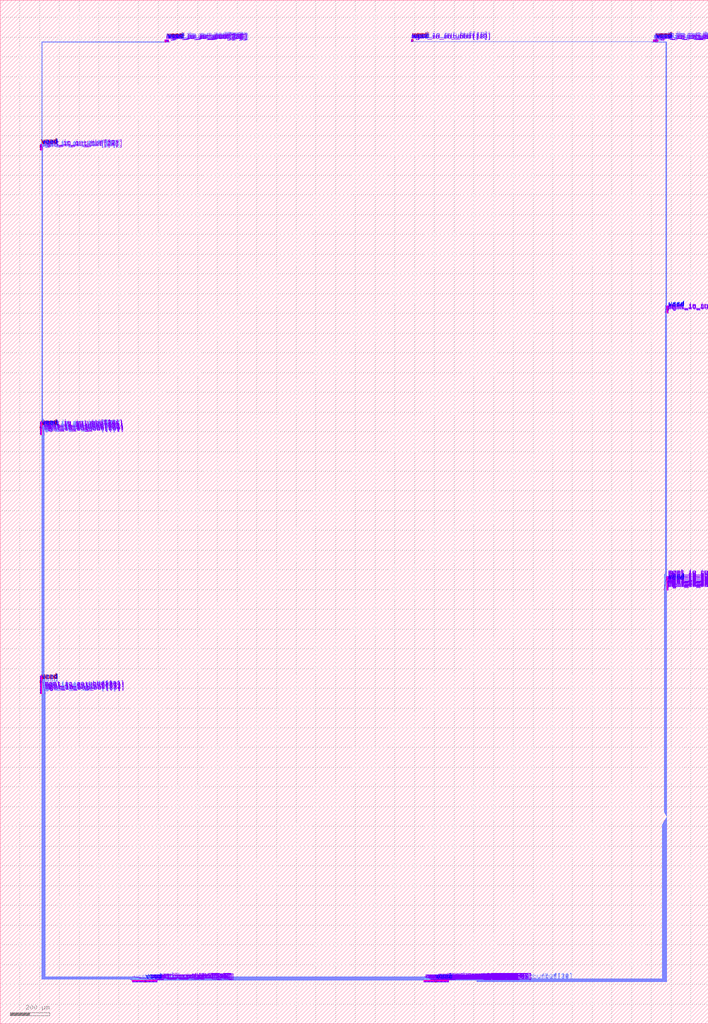
<source format=lef>
VERSION 5.7 ;
  NOWIREEXTENSIONATPIN ON ;
  DIVIDERCHAR "/" ;
  BUSBITCHARS "[]" ;
MACRO gpio_signal_buffering
  CLASS BLOCK ;
  FOREIGN gpio_signal_buffering ;
  ORIGIN 0.000 0.000 ;
  SIZE 3588.000 BY 5188.000 ;
  PIN mgmt_io_in_unbuf[18]
    DIRECTION INPUT ;
    USE SIGNAL ;
    PORT
      LAYER li1 ;
        RECT 2082.940 4983.335 2084.530 4983.535 ;
      LAYER mcon ;
        RECT 2082.940 4983.365 2084.030 4983.535 ;
      LAYER met1 ;
        RECT 2082.880 4983.315 2084.090 4983.575 ;
        RECT 2083.245 4976.655 2083.565 4976.775 ;
        RECT 2079.535 4976.515 2083.565 4976.655 ;
      LAYER via ;
        RECT 2082.940 4983.315 2084.030 4983.575 ;
        RECT 2083.275 4976.515 2083.535 4976.775 ;
      LAYER met2 ;
        RECT 2082.940 4983.285 2084.030 4983.605 ;
        RECT 2083.395 4976.805 2083.535 4983.285 ;
        RECT 2083.275 4976.485 2083.535 4976.805 ;
        RECT 2083.395 4976.065 2083.535 4976.485 ;
    END
  END mgmt_io_in_unbuf[18]
  PIN mgmt_io_out_buf[18]
    DIRECTION OUTPUT ;
    USE SIGNAL ;
    PORT
      LAYER li1 ;
        RECT 2084.265 4986.965 2084.435 4987.445 ;
        RECT 2085.105 4986.965 2085.275 4987.445 ;
        RECT 2085.945 4986.965 2086.115 4987.445 ;
        RECT 2086.785 4986.965 2086.955 4987.445 ;
        RECT 2084.265 4986.795 2086.955 4986.965 ;
        RECT 2084.265 4986.255 2084.520 4986.795 ;
        RECT 2084.265 4986.085 2086.955 4986.255 ;
        RECT 2084.265 4985.235 2084.435 4986.085 ;
        RECT 2085.105 4985.235 2085.275 4986.085 ;
        RECT 2085.945 4985.235 2086.115 4986.085 ;
        RECT 2086.785 4985.235 2086.955 4986.085 ;
      LAYER mcon ;
        RECT 2084.350 4986.085 2084.520 4986.935 ;
      LAYER met1 ;
        RECT 2084.310 4986.025 2084.570 4986.995 ;
        RECT 2084.215 4976.375 2084.535 4976.495 ;
        RECT 2080.535 4976.235 2084.535 4976.375 ;
      LAYER via ;
        RECT 2084.310 4986.085 2084.570 4986.935 ;
        RECT 2084.245 4976.235 2084.505 4976.495 ;
      LAYER met2 ;
        RECT 2084.280 4986.085 2084.600 4986.935 ;
        RECT 2084.365 4976.525 2084.505 4986.085 ;
        RECT 2084.245 4976.205 2084.505 4976.525 ;
        RECT 2084.365 4976.065 2084.505 4976.205 ;
    END
  END mgmt_io_out_buf[18]
  PIN mgmt_io_out_buf[17]
    DIRECTION OUTPUT ;
    USE SIGNAL ;
    PORT
      LAYER li1 ;
        RECT 3317.250 4986.555 3317.420 4987.035 ;
        RECT 3318.090 4986.555 3318.260 4987.035 ;
        RECT 3318.930 4986.555 3319.100 4987.035 ;
        RECT 3319.770 4986.555 3319.940 4987.035 ;
        RECT 3317.250 4986.385 3319.940 4986.555 ;
        RECT 3317.250 4985.845 3317.505 4986.385 ;
        RECT 3317.250 4985.675 3319.940 4985.845 ;
        RECT 3317.250 4984.825 3317.420 4985.675 ;
        RECT 3318.090 4984.825 3318.260 4985.675 ;
        RECT 3318.930 4984.825 3319.100 4985.675 ;
        RECT 3319.770 4984.825 3319.940 4985.675 ;
      LAYER mcon ;
        RECT 3317.335 4985.675 3317.505 4986.525 ;
      LAYER met1 ;
        RECT 3317.295 4985.615 3317.555 4986.585 ;
        RECT 3317.200 4975.395 3317.520 4975.515 ;
        RECT 3302.615 4975.255 3317.520 4975.395 ;
      LAYER via ;
        RECT 3317.295 4985.675 3317.555 4986.525 ;
        RECT 3317.230 4975.255 3317.490 4975.515 ;
      LAYER met2 ;
        RECT 3317.265 4985.675 3317.585 4986.525 ;
        RECT 3317.350 4975.545 3317.490 4985.675 ;
        RECT 3317.230 4975.225 3317.490 4975.545 ;
        RECT 3317.350 4972.845 3317.490 4975.225 ;
    END
  END mgmt_io_out_buf[17]
  PIN mgmt_io_out_buf[16]
    DIRECTION OUTPUT ;
    USE SIGNAL ;
    PORT
      LAYER li1 ;
        RECT 3323.230 4986.555 3323.400 4987.035 ;
        RECT 3324.070 4986.555 3324.240 4987.035 ;
        RECT 3324.910 4986.555 3325.080 4987.035 ;
        RECT 3325.750 4986.555 3325.920 4987.035 ;
        RECT 3323.230 4986.385 3325.920 4986.555 ;
        RECT 3323.230 4985.845 3323.485 4986.385 ;
        RECT 3323.230 4985.675 3325.920 4985.845 ;
        RECT 3323.230 4984.825 3323.400 4985.675 ;
        RECT 3324.070 4984.825 3324.240 4985.675 ;
        RECT 3324.910 4984.825 3325.080 4985.675 ;
        RECT 3325.750 4984.825 3325.920 4985.675 ;
      LAYER mcon ;
        RECT 3323.315 4985.675 3323.485 4986.525 ;
      LAYER met1 ;
        RECT 3323.275 4985.615 3323.535 4986.585 ;
        RECT 3323.180 4974.275 3323.500 4974.395 ;
        RECT 3304.615 4974.135 3323.500 4974.275 ;
      LAYER via ;
        RECT 3323.275 4985.675 3323.535 4986.525 ;
        RECT 3323.210 4974.135 3323.470 4974.395 ;
      LAYER met2 ;
        RECT 3323.245 4985.675 3323.565 4986.525 ;
        RECT 3323.330 4974.425 3323.470 4985.675 ;
        RECT 3323.210 4974.105 3323.470 4974.425 ;
        RECT 3323.330 4972.845 3323.470 4974.105 ;
    END
  END mgmt_io_out_buf[16]
  PIN mgmt_io_in_unbuf[17]
    DIRECTION INPUT ;
    USE SIGNAL ;
    PORT
      LAYER li1 ;
        RECT 3315.925 4982.925 3317.515 4983.125 ;
      LAYER mcon ;
        RECT 3315.925 4982.955 3317.015 4983.125 ;
      LAYER met1 ;
        RECT 3315.865 4982.905 3317.075 4983.165 ;
        RECT 3316.230 4975.675 3316.550 4975.795 ;
        RECT 3301.615 4975.535 3316.550 4975.675 ;
      LAYER via ;
        RECT 3315.925 4982.905 3317.015 4983.165 ;
        RECT 3316.260 4975.535 3316.520 4975.795 ;
      LAYER met2 ;
        RECT 3315.925 4982.875 3317.015 4983.195 ;
        RECT 3316.380 4975.825 3316.520 4982.875 ;
        RECT 3316.260 4975.505 3316.520 4975.825 ;
        RECT 3316.380 4972.845 3316.520 4975.505 ;
    END
  END mgmt_io_in_unbuf[17]
  PIN mgmt_io_in_unbuf[16]
    DIRECTION INPUT ;
    USE SIGNAL ;
    PORT
      LAYER li1 ;
        RECT 3321.905 4982.925 3323.495 4983.125 ;
      LAYER mcon ;
        RECT 3321.905 4982.955 3322.995 4983.125 ;
      LAYER met1 ;
        RECT 3321.845 4982.905 3323.055 4983.165 ;
        RECT 3322.210 4974.555 3322.530 4974.675 ;
        RECT 3303.615 4974.415 3322.530 4974.555 ;
      LAYER via ;
        RECT 3321.905 4982.905 3322.995 4983.165 ;
        RECT 3322.240 4974.415 3322.500 4974.675 ;
      LAYER met2 ;
        RECT 3321.905 4982.875 3322.995 4983.195 ;
        RECT 3322.360 4974.705 3322.500 4982.875 ;
        RECT 3322.240 4974.385 3322.500 4974.705 ;
        RECT 3322.360 4972.845 3322.500 4974.385 ;
    END
  END mgmt_io_in_unbuf[16]
  PIN mgmt_io_in_unbuf[15]
    DIRECTION INPUT ;
    USE SIGNAL ;
    PORT
      LAYER li1 ;
        RECT 3327.885 4982.925 3329.475 4983.125 ;
      LAYER mcon ;
        RECT 3327.885 4982.955 3328.975 4983.125 ;
      LAYER met1 ;
        RECT 3327.825 4982.905 3329.035 4983.165 ;
        RECT 3328.190 4973.435 3328.510 4973.555 ;
        RECT 3305.615 4973.295 3328.510 4973.435 ;
      LAYER via ;
        RECT 3327.885 4982.905 3328.975 4983.165 ;
        RECT 3328.220 4973.295 3328.480 4973.555 ;
      LAYER met2 ;
        RECT 3327.885 4982.875 3328.975 4983.195 ;
        RECT 3328.340 4973.585 3328.480 4982.875 ;
        RECT 3328.220 4973.265 3328.480 4973.585 ;
        RECT 3328.340 4972.845 3328.480 4973.265 ;
    END
  END mgmt_io_in_unbuf[15]
  PIN mgmt_io_out_buf[15]
    DIRECTION OUTPUT ;
    USE SIGNAL ;
    PORT
      LAYER li1 ;
        RECT 3329.210 4986.555 3329.380 4987.035 ;
        RECT 3330.050 4986.555 3330.220 4987.035 ;
        RECT 3330.890 4986.555 3331.060 4987.035 ;
        RECT 3331.730 4986.555 3331.900 4987.035 ;
        RECT 3329.210 4986.385 3331.900 4986.555 ;
        RECT 3329.210 4985.845 3329.465 4986.385 ;
        RECT 3329.210 4985.675 3331.900 4985.845 ;
        RECT 3329.210 4984.825 3329.380 4985.675 ;
        RECT 3330.050 4984.825 3330.220 4985.675 ;
        RECT 3330.890 4984.825 3331.060 4985.675 ;
        RECT 3331.730 4984.825 3331.900 4985.675 ;
      LAYER mcon ;
        RECT 3329.295 4985.675 3329.465 4986.525 ;
      LAYER met1 ;
        RECT 3329.255 4985.615 3329.515 4986.585 ;
        RECT 3329.160 4973.155 3329.480 4973.275 ;
        RECT 3306.615 4973.015 3329.480 4973.155 ;
      LAYER via ;
        RECT 3329.255 4985.675 3329.515 4986.525 ;
        RECT 3329.190 4973.015 3329.450 4973.275 ;
      LAYER met2 ;
        RECT 3329.225 4985.675 3329.545 4986.525 ;
        RECT 3329.310 4973.305 3329.450 4985.675 ;
        RECT 3329.190 4972.985 3329.450 4973.305 ;
        RECT 3329.310 4972.845 3329.450 4972.985 ;
    END
  END mgmt_io_out_buf[15]
  PIN mgmt_io_in_unbuf[14]
    DIRECTION INPUT ;
    USE SIGNAL ;
    PORT
      LAYER li1 ;
        RECT 3381.660 3612.780 3381.860 3614.370 ;
      LAYER mcon ;
        RECT 3381.690 3613.280 3381.860 3614.370 ;
      LAYER met1 ;
        RECT 3371.900 3614.065 3372.040 3643.605 ;
        RECT 3371.900 3613.745 3372.160 3614.065 ;
        RECT 3381.640 3613.220 3381.900 3614.430 ;
      LAYER via ;
        RECT 3371.900 3613.775 3372.160 3614.035 ;
        RECT 3381.640 3613.280 3381.900 3614.370 ;
      LAYER met2 ;
        RECT 3371.870 3613.915 3372.190 3614.035 ;
        RECT 3381.610 3613.915 3381.930 3614.370 ;
        RECT 3369.210 3613.775 3381.930 3613.915 ;
        RECT 3381.610 3613.280 3381.930 3613.775 ;
    END
  END mgmt_io_in_unbuf[14]
  PIN mgmt_io_in_unbuf[13]
    DIRECTION INPUT ;
    USE SIGNAL ;
    PORT
      LAYER li1 ;
        RECT 3381.660 3606.800 3381.860 3608.390 ;
      LAYER mcon ;
        RECT 3381.690 3607.300 3381.860 3608.390 ;
      LAYER met1 ;
        RECT 3370.780 3608.085 3370.920 3641.605 ;
        RECT 3370.780 3607.765 3371.040 3608.085 ;
        RECT 3381.640 3607.240 3381.900 3608.450 ;
      LAYER via ;
        RECT 3370.780 3607.795 3371.040 3608.055 ;
        RECT 3381.640 3607.300 3381.900 3608.390 ;
      LAYER met2 ;
        RECT 3370.750 3607.935 3371.070 3608.055 ;
        RECT 3381.610 3607.935 3381.930 3608.390 ;
        RECT 3370.330 3607.795 3381.930 3607.935 ;
        RECT 3381.610 3607.300 3381.930 3607.795 ;
    END
  END mgmt_io_in_unbuf[13]
  PIN mgmt_io_out_buf[14]
    DIRECTION OUTPUT ;
    USE SIGNAL ;
    PORT
      LAYER li1 ;
        RECT 3383.560 3612.875 3385.770 3613.045 ;
        RECT 3384.410 3612.790 3385.290 3612.875 ;
        RECT 3384.410 3612.205 3384.580 3612.790 ;
        RECT 3383.560 3612.035 3384.580 3612.205 ;
        RECT 3384.410 3611.365 3384.580 3612.035 ;
        RECT 3383.560 3611.195 3384.580 3611.365 ;
        RECT 3384.410 3610.525 3384.580 3611.195 ;
        RECT 3383.560 3610.355 3384.580 3610.525 ;
        RECT 3385.120 3612.205 3385.290 3612.790 ;
        RECT 3385.120 3612.035 3385.770 3612.205 ;
        RECT 3385.120 3611.365 3385.290 3612.035 ;
        RECT 3385.120 3611.195 3385.770 3611.365 ;
        RECT 3385.120 3610.525 3385.290 3611.195 ;
        RECT 3385.120 3610.355 3385.770 3610.525 ;
      LAYER met1 ;
        RECT 3371.620 3613.095 3371.760 3642.605 ;
        RECT 3371.620 3612.775 3371.880 3613.095 ;
        RECT 3384.350 3612.740 3385.320 3613.000 ;
      LAYER via ;
        RECT 3371.620 3612.805 3371.880 3613.065 ;
        RECT 3384.410 3612.740 3385.260 3613.000 ;
      LAYER met2 ;
        RECT 3371.590 3612.945 3371.910 3613.065 ;
        RECT 3384.410 3612.945 3385.260 3613.030 ;
        RECT 3369.210 3612.805 3385.260 3612.945 ;
        RECT 3384.410 3612.710 3385.260 3612.805 ;
    END
  END mgmt_io_out_buf[14]
  PIN mgmt_io_out_buf[13]
    DIRECTION OUTPUT ;
    USE SIGNAL ;
    PORT
      LAYER li1 ;
        RECT 3383.560 3606.895 3385.770 3607.065 ;
        RECT 3384.410 3606.810 3385.290 3606.895 ;
        RECT 3384.410 3606.225 3384.580 3606.810 ;
        RECT 3383.560 3606.055 3384.580 3606.225 ;
        RECT 3384.410 3605.385 3384.580 3606.055 ;
        RECT 3383.560 3605.215 3384.580 3605.385 ;
        RECT 3384.410 3604.545 3384.580 3605.215 ;
        RECT 3383.560 3604.375 3384.580 3604.545 ;
        RECT 3385.120 3606.225 3385.290 3606.810 ;
        RECT 3385.120 3606.055 3385.770 3606.225 ;
        RECT 3385.120 3605.385 3385.290 3606.055 ;
        RECT 3385.120 3605.215 3385.770 3605.385 ;
        RECT 3385.120 3604.545 3385.290 3605.215 ;
        RECT 3385.120 3604.375 3385.770 3604.545 ;
      LAYER met1 ;
        RECT 3370.500 3607.115 3370.640 3640.605 ;
        RECT 3370.500 3606.795 3370.760 3607.115 ;
        RECT 3384.350 3606.760 3385.320 3607.020 ;
      LAYER via ;
        RECT 3370.500 3606.825 3370.760 3607.085 ;
        RECT 3384.410 3606.760 3385.260 3607.020 ;
      LAYER met2 ;
        RECT 3370.470 3606.965 3370.790 3607.085 ;
        RECT 3384.410 3606.965 3385.260 3607.050 ;
        RECT 3370.330 3606.825 3385.260 3606.965 ;
        RECT 3384.410 3606.730 3385.260 3606.825 ;
    END
  END mgmt_io_out_buf[13]
  PIN mgmt_io_in_unbuf[12]
    DIRECTION INPUT ;
    USE SIGNAL ;
    PORT
      LAYER li1 ;
        RECT 3381.660 2230.700 3381.860 2232.290 ;
      LAYER mcon ;
        RECT 3381.690 2231.200 3381.860 2232.290 ;
      LAYER met1 ;
        RECT 3369.800 2231.985 3369.940 2281.275 ;
        RECT 3369.800 2231.665 3370.060 2231.985 ;
        RECT 3381.640 2231.140 3381.900 2232.350 ;
      LAYER via ;
        RECT 3369.800 2231.695 3370.060 2231.955 ;
        RECT 3381.640 2231.200 3381.900 2232.290 ;
      LAYER met2 ;
        RECT 3369.770 2231.835 3370.090 2231.955 ;
        RECT 3381.610 2231.835 3381.930 2232.290 ;
        RECT 3365.990 2231.695 3381.930 2231.835 ;
        RECT 3381.610 2231.200 3381.930 2231.695 ;
    END
  END mgmt_io_in_unbuf[12]
  PIN mgmt_io_in_unbuf[11]
    DIRECTION INPUT ;
    USE SIGNAL ;
    PORT
      LAYER li1 ;
        RECT 3381.660 2224.720 3381.860 2226.310 ;
      LAYER mcon ;
        RECT 3381.690 2225.220 3381.860 2226.310 ;
      LAYER met1 ;
        RECT 3368.680 2226.005 3368.820 2279.275 ;
        RECT 3368.680 2225.685 3368.940 2226.005 ;
        RECT 3381.640 2225.160 3381.900 2226.370 ;
      LAYER via ;
        RECT 3368.680 2225.715 3368.940 2225.975 ;
        RECT 3381.640 2225.220 3381.900 2226.310 ;
      LAYER met2 ;
        RECT 3368.650 2225.855 3368.970 2225.975 ;
        RECT 3381.610 2225.855 3381.930 2226.310 ;
        RECT 3365.990 2225.715 3381.930 2225.855 ;
        RECT 3381.610 2225.220 3381.930 2225.715 ;
    END
  END mgmt_io_in_unbuf[11]
  PIN mgmt_io_in_unbuf[10]
    DIRECTION INPUT ;
    USE SIGNAL ;
    PORT
      LAYER li1 ;
        RECT 3381.660 2218.740 3381.860 2220.330 ;
      LAYER mcon ;
        RECT 3381.690 2219.240 3381.860 2220.330 ;
      LAYER met1 ;
        RECT 3367.560 2220.025 3367.700 2277.275 ;
        RECT 3367.560 2219.705 3367.820 2220.025 ;
        RECT 3381.640 2219.180 3381.900 2220.390 ;
      LAYER via ;
        RECT 3367.560 2219.735 3367.820 2219.995 ;
        RECT 3381.640 2219.240 3381.900 2220.330 ;
      LAYER met2 ;
        RECT 3367.530 2219.875 3367.850 2219.995 ;
        RECT 3381.610 2219.875 3381.930 2220.330 ;
        RECT 3365.990 2219.735 3381.930 2219.875 ;
        RECT 3381.610 2219.240 3381.930 2219.735 ;
    END
  END mgmt_io_in_unbuf[10]
  PIN mgmt_io_in_unbuf[9]
    DIRECTION INPUT ;
    USE SIGNAL ;
    PORT
      LAYER li1 ;
        RECT 3381.660 2212.760 3381.860 2214.350 ;
      LAYER mcon ;
        RECT 3381.690 2213.260 3381.860 2214.350 ;
      LAYER met1 ;
        RECT 3366.440 2214.045 3366.580 2275.275 ;
        RECT 3366.440 2213.725 3366.700 2214.045 ;
        RECT 3381.640 2213.200 3381.900 2214.410 ;
      LAYER via ;
        RECT 3366.440 2213.755 3366.700 2214.015 ;
        RECT 3381.640 2213.260 3381.900 2214.350 ;
      LAYER met2 ;
        RECT 3366.410 2213.895 3366.730 2214.015 ;
        RECT 3381.610 2213.895 3381.930 2214.350 ;
        RECT 3365.990 2213.755 3381.930 2213.895 ;
        RECT 3381.610 2213.260 3381.930 2213.755 ;
    END
  END mgmt_io_in_unbuf[9]
  PIN mgmt_io_in_unbuf[8]
    DIRECTION INPUT ;
    USE SIGNAL ;
    PORT
      LAYER li1 ;
        RECT 3381.660 2206.780 3381.860 2208.370 ;
      LAYER mcon ;
        RECT 3381.690 2207.280 3381.860 2208.370 ;
      LAYER met1 ;
        RECT 3365.320 2208.065 3365.460 2273.275 ;
        RECT 3365.320 2207.745 3365.580 2208.065 ;
        RECT 3381.640 2207.220 3381.900 2208.430 ;
      LAYER via ;
        RECT 3365.320 2207.775 3365.580 2208.035 ;
        RECT 3381.640 2207.280 3381.900 2208.370 ;
      LAYER met2 ;
        RECT 3365.290 2207.915 3365.610 2208.035 ;
        RECT 3381.610 2207.915 3381.930 2208.370 ;
        RECT 3364.865 2207.775 3381.930 2207.915 ;
        RECT 3381.610 2207.280 3381.930 2207.775 ;
    END
  END mgmt_io_in_unbuf[8]
  PIN mgmt_io_in_unbuf[7]
    DIRECTION INPUT ;
    USE SIGNAL ;
    PORT
      LAYER li1 ;
        RECT 3381.660 2200.800 3381.860 2202.390 ;
      LAYER mcon ;
        RECT 3381.690 2201.300 3381.860 2202.390 ;
      LAYER met1 ;
        RECT 3364.200 2202.085 3364.340 2271.275 ;
        RECT 3364.200 2201.765 3364.460 2202.085 ;
        RECT 3381.640 2201.240 3381.900 2202.450 ;
      LAYER via ;
        RECT 3364.200 2201.795 3364.460 2202.055 ;
        RECT 3381.640 2201.300 3381.900 2202.390 ;
      LAYER met2 ;
        RECT 3364.170 2201.935 3364.490 2202.055 ;
        RECT 3381.610 2201.935 3381.930 2202.390 ;
        RECT 3363.750 2201.795 3381.930 2201.935 ;
        RECT 3381.610 2201.300 3381.930 2201.795 ;
    END
  END mgmt_io_in_unbuf[7]
  PIN mgmt_io_out_buf[7]
    DIRECTION OUTPUT ;
    USE SIGNAL ;
    PORT
      LAYER li1 ;
        RECT 3383.560 2200.895 3385.770 2201.065 ;
        RECT 3384.410 2200.810 3385.290 2200.895 ;
        RECT 3384.410 2200.225 3384.580 2200.810 ;
        RECT 3383.560 2200.055 3384.580 2200.225 ;
        RECT 3384.410 2199.385 3384.580 2200.055 ;
        RECT 3383.560 2199.215 3384.580 2199.385 ;
        RECT 3384.410 2198.545 3384.580 2199.215 ;
        RECT 3383.560 2198.375 3384.580 2198.545 ;
        RECT 3385.120 2200.225 3385.290 2200.810 ;
        RECT 3385.120 2200.055 3385.770 2200.225 ;
        RECT 3385.120 2199.385 3385.290 2200.055 ;
        RECT 3385.120 2199.215 3385.770 2199.385 ;
        RECT 3385.120 2198.545 3385.290 2199.215 ;
        RECT 3385.120 2198.375 3385.770 2198.545 ;
      LAYER met1 ;
        RECT 3363.920 2201.115 3364.060 2270.275 ;
        RECT 3363.920 2200.795 3364.180 2201.115 ;
        RECT 3384.350 2200.760 3385.320 2201.020 ;
      LAYER via ;
        RECT 3363.920 2200.825 3364.180 2201.085 ;
        RECT 3384.410 2200.760 3385.260 2201.020 ;
      LAYER met2 ;
        RECT 3363.890 2200.965 3364.210 2201.085 ;
        RECT 3384.410 2200.965 3385.260 2201.050 ;
        RECT 3363.750 2200.825 3385.260 2200.965 ;
        RECT 3384.410 2200.730 3385.260 2200.825 ;
    END
  END mgmt_io_out_buf[7]
  PIN mgmt_io_out_buf[8]
    DIRECTION OUTPUT ;
    USE SIGNAL ;
    PORT
      LAYER li1 ;
        RECT 3383.560 2206.875 3385.770 2207.045 ;
        RECT 3384.410 2206.790 3385.290 2206.875 ;
        RECT 3384.410 2206.205 3384.580 2206.790 ;
        RECT 3383.560 2206.035 3384.580 2206.205 ;
        RECT 3384.410 2205.365 3384.580 2206.035 ;
        RECT 3383.560 2205.195 3384.580 2205.365 ;
        RECT 3384.410 2204.525 3384.580 2205.195 ;
        RECT 3383.560 2204.355 3384.580 2204.525 ;
        RECT 3385.120 2206.205 3385.290 2206.790 ;
        RECT 3385.120 2206.035 3385.770 2206.205 ;
        RECT 3385.120 2205.365 3385.290 2206.035 ;
        RECT 3385.120 2205.195 3385.770 2205.365 ;
        RECT 3385.120 2204.525 3385.290 2205.195 ;
        RECT 3385.120 2204.355 3385.770 2204.525 ;
      LAYER met1 ;
        RECT 3365.040 2207.095 3365.180 2272.275 ;
        RECT 3365.040 2206.775 3365.300 2207.095 ;
        RECT 3384.350 2206.740 3385.320 2207.000 ;
      LAYER via ;
        RECT 3365.040 2206.805 3365.300 2207.065 ;
        RECT 3384.410 2206.740 3385.260 2207.000 ;
      LAYER met2 ;
        RECT 3365.010 2206.945 3365.330 2207.065 ;
        RECT 3384.410 2206.945 3385.260 2207.030 ;
        RECT 3364.865 2206.805 3385.260 2206.945 ;
        RECT 3384.410 2206.710 3385.260 2206.805 ;
    END
  END mgmt_io_out_buf[8]
  PIN mgmt_io_out_buf[9]
    DIRECTION OUTPUT ;
    USE SIGNAL ;
    PORT
      LAYER li1 ;
        RECT 3383.560 2212.855 3385.770 2213.025 ;
        RECT 3384.410 2212.770 3385.290 2212.855 ;
        RECT 3384.410 2212.185 3384.580 2212.770 ;
        RECT 3383.560 2212.015 3384.580 2212.185 ;
        RECT 3384.410 2211.345 3384.580 2212.015 ;
        RECT 3383.560 2211.175 3384.580 2211.345 ;
        RECT 3384.410 2210.505 3384.580 2211.175 ;
        RECT 3383.560 2210.335 3384.580 2210.505 ;
        RECT 3385.120 2212.185 3385.290 2212.770 ;
        RECT 3385.120 2212.015 3385.770 2212.185 ;
        RECT 3385.120 2211.345 3385.290 2212.015 ;
        RECT 3385.120 2211.175 3385.770 2211.345 ;
        RECT 3385.120 2210.505 3385.290 2211.175 ;
        RECT 3385.120 2210.335 3385.770 2210.505 ;
      LAYER met1 ;
        RECT 3366.160 2213.075 3366.300 2274.275 ;
        RECT 3366.160 2212.755 3366.420 2213.075 ;
        RECT 3384.350 2212.720 3385.320 2212.980 ;
      LAYER via ;
        RECT 3366.160 2212.785 3366.420 2213.045 ;
        RECT 3384.410 2212.720 3385.260 2212.980 ;
      LAYER met2 ;
        RECT 3366.130 2212.925 3366.450 2213.045 ;
        RECT 3384.410 2212.925 3385.260 2213.010 ;
        RECT 3365.990 2212.785 3385.260 2212.925 ;
        RECT 3384.410 2212.690 3385.260 2212.785 ;
    END
  END mgmt_io_out_buf[9]
  PIN mgmt_io_out_buf[10]
    DIRECTION OUTPUT ;
    USE SIGNAL ;
    PORT
      LAYER li1 ;
        RECT 3383.560 2218.835 3385.770 2219.005 ;
        RECT 3384.410 2218.750 3385.290 2218.835 ;
        RECT 3384.410 2218.165 3384.580 2218.750 ;
        RECT 3383.560 2217.995 3384.580 2218.165 ;
        RECT 3384.410 2217.325 3384.580 2217.995 ;
        RECT 3383.560 2217.155 3384.580 2217.325 ;
        RECT 3384.410 2216.485 3384.580 2217.155 ;
        RECT 3383.560 2216.315 3384.580 2216.485 ;
        RECT 3385.120 2218.165 3385.290 2218.750 ;
        RECT 3385.120 2217.995 3385.770 2218.165 ;
        RECT 3385.120 2217.325 3385.290 2217.995 ;
        RECT 3385.120 2217.155 3385.770 2217.325 ;
        RECT 3385.120 2216.485 3385.290 2217.155 ;
        RECT 3385.120 2216.315 3385.770 2216.485 ;
      LAYER met1 ;
        RECT 3367.280 2219.055 3367.420 2276.275 ;
        RECT 3367.280 2218.735 3367.540 2219.055 ;
        RECT 3384.350 2218.700 3385.320 2218.960 ;
      LAYER via ;
        RECT 3367.280 2218.765 3367.540 2219.025 ;
        RECT 3384.410 2218.700 3385.260 2218.960 ;
      LAYER met2 ;
        RECT 3367.250 2218.905 3367.570 2219.025 ;
        RECT 3384.410 2218.905 3385.260 2218.990 ;
        RECT 3365.990 2218.765 3385.260 2218.905 ;
        RECT 3384.410 2218.670 3385.260 2218.765 ;
    END
  END mgmt_io_out_buf[10]
  PIN mgmt_io_out_buf[11]
    DIRECTION OUTPUT ;
    USE SIGNAL ;
    PORT
      LAYER li1 ;
        RECT 3383.560 2224.815 3385.770 2224.985 ;
        RECT 3384.410 2224.730 3385.290 2224.815 ;
        RECT 3384.410 2224.145 3384.580 2224.730 ;
        RECT 3383.560 2223.975 3384.580 2224.145 ;
        RECT 3384.410 2223.305 3384.580 2223.975 ;
        RECT 3383.560 2223.135 3384.580 2223.305 ;
        RECT 3384.410 2222.465 3384.580 2223.135 ;
        RECT 3383.560 2222.295 3384.580 2222.465 ;
        RECT 3385.120 2224.145 3385.290 2224.730 ;
        RECT 3385.120 2223.975 3385.770 2224.145 ;
        RECT 3385.120 2223.305 3385.290 2223.975 ;
        RECT 3385.120 2223.135 3385.770 2223.305 ;
        RECT 3385.120 2222.465 3385.290 2223.135 ;
        RECT 3385.120 2222.295 3385.770 2222.465 ;
      LAYER met1 ;
        RECT 3368.400 2225.035 3368.540 2278.275 ;
        RECT 3368.400 2224.715 3368.660 2225.035 ;
        RECT 3384.350 2224.680 3385.320 2224.940 ;
      LAYER via ;
        RECT 3368.400 2224.745 3368.660 2225.005 ;
        RECT 3384.410 2224.680 3385.260 2224.940 ;
      LAYER met2 ;
        RECT 3368.370 2224.885 3368.690 2225.005 ;
        RECT 3384.410 2224.885 3385.260 2224.970 ;
        RECT 3365.990 2224.745 3385.260 2224.885 ;
        RECT 3384.410 2224.650 3385.260 2224.745 ;
    END
  END mgmt_io_out_buf[11]
  PIN mgmt_io_out_buf[12]
    DIRECTION OUTPUT ;
    USE SIGNAL ;
    PORT
      LAYER li1 ;
        RECT 3383.560 2230.795 3385.770 2230.965 ;
        RECT 3384.410 2230.710 3385.290 2230.795 ;
        RECT 3384.410 2230.125 3384.580 2230.710 ;
        RECT 3383.560 2229.955 3384.580 2230.125 ;
        RECT 3384.410 2229.285 3384.580 2229.955 ;
        RECT 3383.560 2229.115 3384.580 2229.285 ;
        RECT 3384.410 2228.445 3384.580 2229.115 ;
        RECT 3383.560 2228.275 3384.580 2228.445 ;
        RECT 3385.120 2230.125 3385.290 2230.710 ;
        RECT 3385.120 2229.955 3385.770 2230.125 ;
        RECT 3385.120 2229.285 3385.290 2229.955 ;
        RECT 3385.120 2229.115 3385.770 2229.285 ;
        RECT 3385.120 2228.445 3385.290 2229.115 ;
        RECT 3385.120 2228.275 3385.770 2228.445 ;
      LAYER met1 ;
        RECT 3369.520 2231.015 3369.660 2280.275 ;
        RECT 3369.520 2230.695 3369.780 2231.015 ;
        RECT 3384.350 2230.660 3385.320 2230.920 ;
      LAYER via ;
        RECT 3369.520 2230.725 3369.780 2230.985 ;
        RECT 3384.410 2230.660 3385.260 2230.920 ;
      LAYER met2 ;
        RECT 3369.490 2230.865 3369.810 2230.985 ;
        RECT 3384.410 2230.865 3385.260 2230.950 ;
        RECT 3365.990 2230.725 3385.260 2230.865 ;
        RECT 3384.410 2230.630 3385.260 2230.725 ;
    END
  END mgmt_io_out_buf[12]
  PIN mgmt_io_out_unbuf[7]
    DIRECTION INPUT ;
    USE SIGNAL ;
    PORT
      LAYER li1 ;
        RECT 3384.750 2196.660 3384.950 2197.760 ;
      LAYER mcon ;
        RECT 3384.750 2196.670 3384.920 2197.760 ;
      LAYER met1 ;
        RECT 3363.940 2196.930 3364.200 2197.250 ;
        RECT 3364.060 1075.250 3364.200 2196.930 ;
        RECT 3384.700 2196.610 3384.960 2197.820 ;
      LAYER via ;
        RECT 3363.940 2196.960 3364.200 2197.220 ;
        RECT 3384.700 2196.670 3384.960 2197.760 ;
      LAYER met2 ;
        RECT 3363.910 2197.100 3364.230 2197.220 ;
        RECT 3384.670 2197.100 3384.990 2197.760 ;
        RECT 3363.750 2196.960 3384.990 2197.100 ;
        RECT 3384.670 2196.670 3384.990 2196.960 ;
    END
  END mgmt_io_out_unbuf[7]
  PIN mgmt_io_out_unbuf[8]
    DIRECTION INPUT ;
    USE SIGNAL ;
    PORT
      LAYER li1 ;
        RECT 3384.750 2202.640 3384.950 2203.740 ;
      LAYER mcon ;
        RECT 3384.750 2202.650 3384.920 2203.740 ;
      LAYER met1 ;
        RECT 3365.060 2202.910 3365.320 2203.230 ;
        RECT 3365.180 1073.250 3365.320 2202.910 ;
        RECT 3384.700 2202.590 3384.960 2203.800 ;
      LAYER via ;
        RECT 3365.060 2202.940 3365.320 2203.200 ;
        RECT 3384.700 2202.650 3384.960 2203.740 ;
      LAYER met2 ;
        RECT 3365.030 2203.080 3365.350 2203.200 ;
        RECT 3384.670 2203.080 3384.990 2203.740 ;
        RECT 3364.900 2202.940 3384.990 2203.080 ;
        RECT 3384.670 2202.650 3384.990 2202.940 ;
    END
  END mgmt_io_out_unbuf[8]
  PIN mgmt_io_out_unbuf[9]
    DIRECTION INPUT ;
    USE SIGNAL ;
    PORT
      LAYER li1 ;
        RECT 3384.750 2208.620 3384.950 2209.720 ;
      LAYER mcon ;
        RECT 3384.750 2208.630 3384.920 2209.720 ;
      LAYER met1 ;
        RECT 3366.180 2208.890 3366.440 2209.210 ;
        RECT 3366.300 1071.250 3366.440 2208.890 ;
        RECT 3384.700 2208.570 3384.960 2209.780 ;
      LAYER via ;
        RECT 3366.180 2208.920 3366.440 2209.180 ;
        RECT 3384.700 2208.630 3384.960 2209.720 ;
      LAYER met2 ;
        RECT 3366.150 2209.060 3366.470 2209.180 ;
        RECT 3384.670 2209.060 3384.990 2209.720 ;
        RECT 3365.990 2208.920 3384.990 2209.060 ;
        RECT 3384.670 2208.630 3384.990 2208.920 ;
    END
  END mgmt_io_out_unbuf[9]
  PIN mgmt_io_out_unbuf[10]
    DIRECTION INPUT ;
    USE SIGNAL ;
    PORT
      LAYER li1 ;
        RECT 3384.750 2214.600 3384.950 2215.700 ;
      LAYER mcon ;
        RECT 3384.750 2214.610 3384.920 2215.700 ;
      LAYER met1 ;
        RECT 3367.300 2214.870 3367.560 2215.190 ;
        RECT 3367.420 1069.250 3367.560 2214.870 ;
        RECT 3384.700 2214.550 3384.960 2215.760 ;
      LAYER via ;
        RECT 3367.300 2214.900 3367.560 2215.160 ;
        RECT 3384.700 2214.610 3384.960 2215.700 ;
      LAYER met2 ;
        RECT 3367.270 2215.040 3367.590 2215.160 ;
        RECT 3384.670 2215.040 3384.990 2215.700 ;
        RECT 3365.990 2214.900 3384.990 2215.040 ;
        RECT 3384.670 2214.610 3384.990 2214.900 ;
    END
  END mgmt_io_out_unbuf[10]
  PIN mgmt_io_out_unbuf[11]
    DIRECTION INPUT ;
    USE SIGNAL ;
    PORT
      LAYER li1 ;
        RECT 3384.750 2220.580 3384.950 2221.680 ;
      LAYER mcon ;
        RECT 3384.750 2220.590 3384.920 2221.680 ;
      LAYER met1 ;
        RECT 3368.420 2220.850 3368.680 2221.170 ;
        RECT 3368.540 1067.250 3368.680 2220.850 ;
        RECT 3384.700 2220.530 3384.960 2221.740 ;
      LAYER via ;
        RECT 3368.420 2220.880 3368.680 2221.140 ;
        RECT 3384.700 2220.590 3384.960 2221.680 ;
      LAYER met2 ;
        RECT 3368.390 2221.020 3368.710 2221.140 ;
        RECT 3384.670 2221.020 3384.990 2221.680 ;
        RECT 3365.990 2220.880 3384.990 2221.020 ;
        RECT 3384.670 2220.590 3384.990 2220.880 ;
    END
  END mgmt_io_out_unbuf[11]
  PIN mgmt_io_out_unbuf[12]
    DIRECTION INPUT ;
    USE SIGNAL ;
    PORT
      LAYER li1 ;
        RECT 3384.750 2226.560 3384.950 2227.660 ;
      LAYER mcon ;
        RECT 3384.750 2226.570 3384.920 2227.660 ;
      LAYER met1 ;
        RECT 3369.540 2226.830 3369.800 2227.150 ;
        RECT 3369.660 1065.250 3369.800 2226.830 ;
        RECT 3384.700 2226.510 3384.960 2227.720 ;
      LAYER via ;
        RECT 3369.540 2226.860 3369.800 2227.120 ;
        RECT 3384.700 2226.570 3384.960 2227.660 ;
      LAYER met2 ;
        RECT 3369.510 2227.000 3369.830 2227.120 ;
        RECT 3384.670 2227.000 3384.990 2227.660 ;
        RECT 3365.990 2226.860 3384.990 2227.000 ;
        RECT 3384.670 2226.570 3384.990 2226.860 ;
    END
  END mgmt_io_out_unbuf[12]
  PIN mgmt_io_out_unbuf[13]
    DIRECTION INPUT ;
    USE SIGNAL ;
    PORT
      LAYER li1 ;
        RECT 3384.750 2232.540 3384.950 2233.640 ;
      LAYER mcon ;
        RECT 3384.750 2232.550 3384.920 2233.640 ;
      LAYER met1 ;
        RECT 3370.660 2232.810 3370.920 2233.130 ;
        RECT 3370.780 1063.250 3370.920 2232.810 ;
        RECT 3384.700 2232.490 3384.960 2233.700 ;
      LAYER via ;
        RECT 3370.660 2232.840 3370.920 2233.100 ;
        RECT 3384.700 2232.550 3384.960 2233.640 ;
      LAYER met2 ;
        RECT 3370.630 2232.980 3370.950 2233.100 ;
        RECT 3384.670 2232.980 3384.990 2233.640 ;
        RECT 3365.990 2232.840 3384.990 2232.980 ;
        RECT 3384.670 2232.550 3384.990 2232.840 ;
    END
  END mgmt_io_out_unbuf[13]
  PIN mgmt_io_out_unbuf[14]
    DIRECTION INPUT ;
    USE SIGNAL ;
    PORT
      LAYER li1 ;
        RECT 3384.750 2238.520 3384.950 2239.620 ;
      LAYER mcon ;
        RECT 3384.750 2238.530 3384.920 2239.620 ;
      LAYER met1 ;
        RECT 3371.780 2238.790 3372.040 2239.110 ;
        RECT 3371.900 1061.250 3372.040 2238.790 ;
        RECT 3384.700 2238.470 3384.960 2239.680 ;
      LAYER via ;
        RECT 3371.780 2238.820 3372.040 2239.080 ;
        RECT 3384.700 2238.530 3384.960 2239.620 ;
      LAYER met2 ;
        RECT 3371.750 2238.960 3372.070 2239.080 ;
        RECT 3384.670 2238.960 3384.990 2239.620 ;
        RECT 3365.990 2238.820 3384.990 2238.960 ;
        RECT 3384.670 2238.530 3384.990 2238.820 ;
    END
  END mgmt_io_out_unbuf[14]
  PIN mgmt_io_out_unbuf[15]
    DIRECTION INPUT ;
    USE SIGNAL ;
    PORT
      LAYER li1 ;
        RECT 3384.750 2244.500 3384.950 2245.600 ;
      LAYER mcon ;
        RECT 3384.750 2244.510 3384.920 2245.600 ;
      LAYER met1 ;
        RECT 3372.900 2244.770 3373.160 2245.090 ;
        RECT 3373.020 1059.250 3373.160 2244.770 ;
        RECT 3384.700 2244.450 3384.960 2245.660 ;
      LAYER via ;
        RECT 3372.900 2244.800 3373.160 2245.060 ;
        RECT 3384.700 2244.510 3384.960 2245.600 ;
      LAYER met2 ;
        RECT 3372.870 2244.940 3373.190 2245.060 ;
        RECT 3384.670 2244.940 3384.990 2245.600 ;
        RECT 3365.990 2244.800 3384.990 2244.940 ;
        RECT 3384.670 2244.510 3384.990 2244.800 ;
    END
  END mgmt_io_out_unbuf[15]
  PIN mgmt_io_out_unbuf[16]
    DIRECTION INPUT ;
    USE SIGNAL ;
    PORT
      LAYER li1 ;
        RECT 3384.750 2250.480 3384.950 2251.580 ;
      LAYER mcon ;
        RECT 3384.750 2250.490 3384.920 2251.580 ;
      LAYER met1 ;
        RECT 3374.020 2250.750 3374.280 2251.070 ;
        RECT 3374.140 1057.250 3374.280 2250.750 ;
        RECT 3384.700 2250.430 3384.960 2251.640 ;
      LAYER via ;
        RECT 3374.020 2250.780 3374.280 2251.040 ;
        RECT 3384.700 2250.490 3384.960 2251.580 ;
      LAYER met2 ;
        RECT 3373.990 2250.920 3374.310 2251.040 ;
        RECT 3384.670 2250.920 3384.990 2251.580 ;
        RECT 3365.990 2250.780 3384.990 2250.920 ;
        RECT 3384.670 2250.490 3384.990 2250.780 ;
    END
  END mgmt_io_out_unbuf[16]
  PIN mgmt_io_out_unbuf[17]
    DIRECTION INPUT ;
    USE SIGNAL ;
    PORT
      LAYER li1 ;
        RECT 3384.750 2256.460 3384.950 2257.560 ;
      LAYER mcon ;
        RECT 3384.750 2256.470 3384.920 2257.560 ;
      LAYER met1 ;
        RECT 3375.140 2256.730 3375.400 2257.050 ;
        RECT 3375.260 1055.250 3375.400 2256.730 ;
        RECT 3384.700 2256.410 3384.960 2257.620 ;
      LAYER via ;
        RECT 3375.140 2256.760 3375.400 2257.020 ;
        RECT 3384.700 2256.470 3384.960 2257.560 ;
      LAYER met2 ;
        RECT 3375.110 2256.900 3375.430 2257.020 ;
        RECT 3384.670 2256.900 3384.990 2257.560 ;
        RECT 3365.990 2256.760 3384.990 2256.900 ;
        RECT 3384.670 2256.470 3384.990 2256.760 ;
    END
  END mgmt_io_out_unbuf[17]
  PIN mgmt_io_out_unbuf[18]
    DIRECTION INPUT ;
    USE SIGNAL ;
    PORT
      LAYER li1 ;
        RECT 3384.750 2262.440 3384.950 2263.540 ;
      LAYER mcon ;
        RECT 3384.750 2262.450 3384.920 2263.540 ;
      LAYER met1 ;
        RECT 3376.400 2262.710 3376.660 2263.030 ;
        RECT 3376.520 1053.250 3376.660 2262.710 ;
        RECT 3384.700 2262.390 3384.960 2263.600 ;
      LAYER via ;
        RECT 3376.400 2262.740 3376.660 2263.000 ;
        RECT 3384.700 2262.450 3384.960 2263.540 ;
      LAYER met2 ;
        RECT 3376.370 2262.880 3376.690 2263.000 ;
        RECT 3384.670 2262.880 3384.990 2263.540 ;
        RECT 3376.040 2262.740 3384.990 2262.880 ;
        RECT 3384.670 2262.450 3384.990 2262.740 ;
    END
  END mgmt_io_out_unbuf[18]
  PIN mgmt_io_in_buf[18]
    DIRECTION OUTPUT ;
    USE SIGNAL ;
    PORT
      LAYER li1 ;
        RECT 3380.840 2265.795 3381.490 2265.965 ;
        RECT 3381.320 2265.125 3381.490 2265.795 ;
        RECT 3380.840 2264.955 3381.490 2265.125 ;
        RECT 3381.320 2264.285 3381.490 2264.955 ;
        RECT 3380.840 2264.115 3381.490 2264.285 ;
        RECT 3381.320 2263.530 3381.490 2264.115 ;
        RECT 3382.030 2265.795 3383.050 2265.965 ;
        RECT 3382.030 2265.125 3382.200 2265.795 ;
        RECT 3382.030 2264.955 3383.050 2265.125 ;
        RECT 3382.030 2264.285 3382.200 2264.955 ;
        RECT 3382.030 2264.115 3383.050 2264.285 ;
        RECT 3382.030 2263.530 3382.200 2264.115 ;
        RECT 3381.320 2263.445 3382.200 2263.530 ;
        RECT 3380.840 2263.275 3383.050 2263.445 ;
      LAYER mcon ;
        RECT 3381.350 2263.360 3382.200 2263.530 ;
      LAYER met1 ;
        RECT 3376.680 2263.330 3376.940 2263.650 ;
        RECT 3376.800 1052.250 3376.940 2263.330 ;
        RECT 3381.290 2263.310 3382.260 2263.570 ;
      LAYER via ;
        RECT 3376.680 2263.360 3376.940 2263.620 ;
        RECT 3381.350 2263.310 3382.200 2263.570 ;
      LAYER met2 ;
        RECT 3376.650 2263.500 3376.970 2263.620 ;
        RECT 3381.350 2263.500 3382.200 2263.600 ;
        RECT 3365.990 2263.360 3382.200 2263.500 ;
        RECT 3381.350 2263.280 3382.200 2263.360 ;
    END
  END mgmt_io_in_buf[18]
  PIN mgmt_io_in_buf[17]
    DIRECTION OUTPUT ;
    USE SIGNAL ;
    PORT
      LAYER li1 ;
        RECT 3380.840 2259.815 3381.490 2259.985 ;
        RECT 3381.320 2259.145 3381.490 2259.815 ;
        RECT 3380.840 2258.975 3381.490 2259.145 ;
        RECT 3381.320 2258.305 3381.490 2258.975 ;
        RECT 3380.840 2258.135 3381.490 2258.305 ;
        RECT 3381.320 2257.550 3381.490 2258.135 ;
        RECT 3382.030 2259.815 3383.050 2259.985 ;
        RECT 3382.030 2259.145 3382.200 2259.815 ;
        RECT 3382.030 2258.975 3383.050 2259.145 ;
        RECT 3382.030 2258.305 3382.200 2258.975 ;
        RECT 3382.030 2258.135 3383.050 2258.305 ;
        RECT 3382.030 2257.550 3382.200 2258.135 ;
        RECT 3381.320 2257.465 3382.200 2257.550 ;
        RECT 3380.840 2257.295 3383.050 2257.465 ;
      LAYER mcon ;
        RECT 3381.350 2257.380 3382.200 2257.550 ;
      LAYER met1 ;
        RECT 3375.420 2257.350 3375.680 2257.670 ;
        RECT 3375.540 1054.250 3375.680 2257.350 ;
        RECT 3381.290 2257.330 3382.260 2257.590 ;
      LAYER via ;
        RECT 3375.420 2257.380 3375.680 2257.640 ;
        RECT 3381.350 2257.330 3382.200 2257.590 ;
      LAYER met2 ;
        RECT 3375.390 2257.520 3375.710 2257.640 ;
        RECT 3381.350 2257.520 3382.200 2257.620 ;
        RECT 3365.990 2257.380 3382.200 2257.520 ;
        RECT 3381.350 2257.300 3382.200 2257.380 ;
    END
  END mgmt_io_in_buf[17]
  PIN mgmt_io_in_buf[16]
    DIRECTION OUTPUT ;
    USE SIGNAL ;
    PORT
      LAYER li1 ;
        RECT 3380.840 2253.835 3381.490 2254.005 ;
        RECT 3381.320 2253.165 3381.490 2253.835 ;
        RECT 3380.840 2252.995 3381.490 2253.165 ;
        RECT 3381.320 2252.325 3381.490 2252.995 ;
        RECT 3380.840 2252.155 3381.490 2252.325 ;
        RECT 3381.320 2251.570 3381.490 2252.155 ;
        RECT 3382.030 2253.835 3383.050 2254.005 ;
        RECT 3382.030 2253.165 3382.200 2253.835 ;
        RECT 3382.030 2252.995 3383.050 2253.165 ;
        RECT 3382.030 2252.325 3382.200 2252.995 ;
        RECT 3382.030 2252.155 3383.050 2252.325 ;
        RECT 3382.030 2251.570 3382.200 2252.155 ;
        RECT 3381.320 2251.485 3382.200 2251.570 ;
        RECT 3380.840 2251.315 3383.050 2251.485 ;
      LAYER mcon ;
        RECT 3381.350 2251.400 3382.200 2251.570 ;
      LAYER met1 ;
        RECT 3374.300 2251.370 3374.560 2251.690 ;
        RECT 3374.420 1056.250 3374.560 2251.370 ;
        RECT 3381.290 2251.350 3382.260 2251.610 ;
      LAYER via ;
        RECT 3374.300 2251.400 3374.560 2251.660 ;
        RECT 3381.350 2251.350 3382.200 2251.610 ;
      LAYER met2 ;
        RECT 3374.270 2251.540 3374.590 2251.660 ;
        RECT 3381.350 2251.540 3382.200 2251.640 ;
        RECT 3365.990 2251.400 3382.200 2251.540 ;
        RECT 3381.350 2251.320 3382.200 2251.400 ;
    END
  END mgmt_io_in_buf[16]
  PIN mgmt_io_in_buf[15]
    DIRECTION OUTPUT ;
    USE SIGNAL ;
    PORT
      LAYER li1 ;
        RECT 3380.840 2247.855 3381.490 2248.025 ;
        RECT 3381.320 2247.185 3381.490 2247.855 ;
        RECT 3380.840 2247.015 3381.490 2247.185 ;
        RECT 3381.320 2246.345 3381.490 2247.015 ;
        RECT 3380.840 2246.175 3381.490 2246.345 ;
        RECT 3381.320 2245.590 3381.490 2246.175 ;
        RECT 3382.030 2247.855 3383.050 2248.025 ;
        RECT 3382.030 2247.185 3382.200 2247.855 ;
        RECT 3382.030 2247.015 3383.050 2247.185 ;
        RECT 3382.030 2246.345 3382.200 2247.015 ;
        RECT 3382.030 2246.175 3383.050 2246.345 ;
        RECT 3382.030 2245.590 3382.200 2246.175 ;
        RECT 3381.320 2245.505 3382.200 2245.590 ;
        RECT 3380.840 2245.335 3383.050 2245.505 ;
      LAYER mcon ;
        RECT 3381.350 2245.420 3382.200 2245.590 ;
      LAYER met1 ;
        RECT 3373.180 2245.390 3373.440 2245.710 ;
        RECT 3373.300 1058.250 3373.440 2245.390 ;
        RECT 3381.290 2245.370 3382.260 2245.630 ;
      LAYER via ;
        RECT 3373.180 2245.420 3373.440 2245.680 ;
        RECT 3381.350 2245.370 3382.200 2245.630 ;
      LAYER met2 ;
        RECT 3373.150 2245.560 3373.470 2245.680 ;
        RECT 3381.350 2245.560 3382.200 2245.660 ;
        RECT 3365.990 2245.420 3382.200 2245.560 ;
        RECT 3381.350 2245.340 3382.200 2245.420 ;
    END
  END mgmt_io_in_buf[15]
  PIN mgmt_io_in_buf[14]
    DIRECTION OUTPUT ;
    USE SIGNAL ;
    PORT
      LAYER li1 ;
        RECT 3380.840 2241.875 3381.490 2242.045 ;
        RECT 3381.320 2241.205 3381.490 2241.875 ;
        RECT 3380.840 2241.035 3381.490 2241.205 ;
        RECT 3381.320 2240.365 3381.490 2241.035 ;
        RECT 3380.840 2240.195 3381.490 2240.365 ;
        RECT 3381.320 2239.610 3381.490 2240.195 ;
        RECT 3382.030 2241.875 3383.050 2242.045 ;
        RECT 3382.030 2241.205 3382.200 2241.875 ;
        RECT 3382.030 2241.035 3383.050 2241.205 ;
        RECT 3382.030 2240.365 3382.200 2241.035 ;
        RECT 3382.030 2240.195 3383.050 2240.365 ;
        RECT 3382.030 2239.610 3382.200 2240.195 ;
        RECT 3381.320 2239.525 3382.200 2239.610 ;
        RECT 3380.840 2239.355 3383.050 2239.525 ;
      LAYER mcon ;
        RECT 3381.350 2239.440 3382.200 2239.610 ;
      LAYER met1 ;
        RECT 3372.060 2239.410 3372.320 2239.730 ;
        RECT 3372.180 1060.250 3372.320 2239.410 ;
        RECT 3381.290 2239.390 3382.260 2239.650 ;
      LAYER via ;
        RECT 3372.060 2239.440 3372.320 2239.700 ;
        RECT 3381.350 2239.390 3382.200 2239.650 ;
      LAYER met2 ;
        RECT 3372.030 2239.580 3372.350 2239.700 ;
        RECT 3381.350 2239.580 3382.200 2239.680 ;
        RECT 3365.990 2239.440 3382.200 2239.580 ;
        RECT 3381.350 2239.360 3382.200 2239.440 ;
    END
  END mgmt_io_in_buf[14]
  PIN mgmt_io_in_buf[13]
    DIRECTION OUTPUT ;
    USE SIGNAL ;
    PORT
      LAYER li1 ;
        RECT 3380.840 2235.895 3381.490 2236.065 ;
        RECT 3381.320 2235.225 3381.490 2235.895 ;
        RECT 3380.840 2235.055 3381.490 2235.225 ;
        RECT 3381.320 2234.385 3381.490 2235.055 ;
        RECT 3380.840 2234.215 3381.490 2234.385 ;
        RECT 3381.320 2233.630 3381.490 2234.215 ;
        RECT 3382.030 2235.895 3383.050 2236.065 ;
        RECT 3382.030 2235.225 3382.200 2235.895 ;
        RECT 3382.030 2235.055 3383.050 2235.225 ;
        RECT 3382.030 2234.385 3382.200 2235.055 ;
        RECT 3382.030 2234.215 3383.050 2234.385 ;
        RECT 3382.030 2233.630 3382.200 2234.215 ;
        RECT 3381.320 2233.545 3382.200 2233.630 ;
        RECT 3380.840 2233.375 3383.050 2233.545 ;
      LAYER mcon ;
        RECT 3381.350 2233.460 3382.200 2233.630 ;
      LAYER met1 ;
        RECT 3370.940 2233.430 3371.200 2233.750 ;
        RECT 3371.060 1062.250 3371.200 2233.430 ;
        RECT 3381.290 2233.410 3382.260 2233.670 ;
      LAYER via ;
        RECT 3370.940 2233.460 3371.200 2233.720 ;
        RECT 3381.350 2233.410 3382.200 2233.670 ;
      LAYER met2 ;
        RECT 3370.910 2233.600 3371.230 2233.720 ;
        RECT 3381.350 2233.600 3382.200 2233.700 ;
        RECT 3365.990 2233.460 3382.200 2233.600 ;
        RECT 3381.350 2233.380 3382.200 2233.460 ;
    END
  END mgmt_io_in_buf[13]
  PIN mgmt_io_in_buf[12]
    DIRECTION OUTPUT ;
    USE SIGNAL ;
    PORT
      LAYER li1 ;
        RECT 3380.840 2229.915 3381.490 2230.085 ;
        RECT 3381.320 2229.245 3381.490 2229.915 ;
        RECT 3380.840 2229.075 3381.490 2229.245 ;
        RECT 3381.320 2228.405 3381.490 2229.075 ;
        RECT 3380.840 2228.235 3381.490 2228.405 ;
        RECT 3381.320 2227.650 3381.490 2228.235 ;
        RECT 3382.030 2229.915 3383.050 2230.085 ;
        RECT 3382.030 2229.245 3382.200 2229.915 ;
        RECT 3382.030 2229.075 3383.050 2229.245 ;
        RECT 3382.030 2228.405 3382.200 2229.075 ;
        RECT 3382.030 2228.235 3383.050 2228.405 ;
        RECT 3382.030 2227.650 3382.200 2228.235 ;
        RECT 3381.320 2227.565 3382.200 2227.650 ;
        RECT 3380.840 2227.395 3383.050 2227.565 ;
      LAYER mcon ;
        RECT 3381.350 2227.480 3382.200 2227.650 ;
      LAYER met1 ;
        RECT 3369.820 2227.450 3370.080 2227.770 ;
        RECT 3369.940 1064.250 3370.080 2227.450 ;
        RECT 3381.290 2227.430 3382.260 2227.690 ;
      LAYER via ;
        RECT 3369.820 2227.480 3370.080 2227.740 ;
        RECT 3381.350 2227.430 3382.200 2227.690 ;
      LAYER met2 ;
        RECT 3369.790 2227.620 3370.110 2227.740 ;
        RECT 3381.350 2227.620 3382.200 2227.720 ;
        RECT 3365.990 2227.480 3382.200 2227.620 ;
        RECT 3381.350 2227.400 3382.200 2227.480 ;
    END
  END mgmt_io_in_buf[12]
  PIN mgmt_io_in_buf[11]
    DIRECTION OUTPUT ;
    USE SIGNAL ;
    PORT
      LAYER li1 ;
        RECT 3380.840 2223.935 3381.490 2224.105 ;
        RECT 3381.320 2223.265 3381.490 2223.935 ;
        RECT 3380.840 2223.095 3381.490 2223.265 ;
        RECT 3381.320 2222.425 3381.490 2223.095 ;
        RECT 3380.840 2222.255 3381.490 2222.425 ;
        RECT 3381.320 2221.670 3381.490 2222.255 ;
        RECT 3382.030 2223.935 3383.050 2224.105 ;
        RECT 3382.030 2223.265 3382.200 2223.935 ;
        RECT 3382.030 2223.095 3383.050 2223.265 ;
        RECT 3382.030 2222.425 3382.200 2223.095 ;
        RECT 3382.030 2222.255 3383.050 2222.425 ;
        RECT 3382.030 2221.670 3382.200 2222.255 ;
        RECT 3381.320 2221.585 3382.200 2221.670 ;
        RECT 3380.840 2221.415 3383.050 2221.585 ;
      LAYER mcon ;
        RECT 3381.350 2221.500 3382.200 2221.670 ;
      LAYER met1 ;
        RECT 3368.700 2221.470 3368.960 2221.790 ;
        RECT 3368.820 1066.250 3368.960 2221.470 ;
        RECT 3381.290 2221.450 3382.260 2221.710 ;
      LAYER via ;
        RECT 3368.700 2221.500 3368.960 2221.760 ;
        RECT 3381.350 2221.450 3382.200 2221.710 ;
      LAYER met2 ;
        RECT 3368.670 2221.640 3368.990 2221.760 ;
        RECT 3381.350 2221.640 3382.200 2221.740 ;
        RECT 3365.990 2221.500 3382.200 2221.640 ;
        RECT 3381.350 2221.420 3382.200 2221.500 ;
    END
  END mgmt_io_in_buf[11]
  PIN mgmt_io_in_buf[10]
    DIRECTION OUTPUT ;
    USE SIGNAL ;
    PORT
      LAYER li1 ;
        RECT 3380.840 2217.955 3381.490 2218.125 ;
        RECT 3381.320 2217.285 3381.490 2217.955 ;
        RECT 3380.840 2217.115 3381.490 2217.285 ;
        RECT 3381.320 2216.445 3381.490 2217.115 ;
        RECT 3380.840 2216.275 3381.490 2216.445 ;
        RECT 3381.320 2215.690 3381.490 2216.275 ;
        RECT 3382.030 2217.955 3383.050 2218.125 ;
        RECT 3382.030 2217.285 3382.200 2217.955 ;
        RECT 3382.030 2217.115 3383.050 2217.285 ;
        RECT 3382.030 2216.445 3382.200 2217.115 ;
        RECT 3382.030 2216.275 3383.050 2216.445 ;
        RECT 3382.030 2215.690 3382.200 2216.275 ;
        RECT 3381.320 2215.605 3382.200 2215.690 ;
        RECT 3380.840 2215.435 3383.050 2215.605 ;
      LAYER mcon ;
        RECT 3381.350 2215.520 3382.200 2215.690 ;
      LAYER met1 ;
        RECT 3367.580 2215.490 3367.840 2215.810 ;
        RECT 3367.700 1068.250 3367.840 2215.490 ;
        RECT 3381.290 2215.470 3382.260 2215.730 ;
      LAYER via ;
        RECT 3367.580 2215.520 3367.840 2215.780 ;
        RECT 3381.350 2215.470 3382.200 2215.730 ;
      LAYER met2 ;
        RECT 3367.550 2215.660 3367.870 2215.780 ;
        RECT 3381.350 2215.660 3382.200 2215.760 ;
        RECT 3365.990 2215.520 3382.200 2215.660 ;
        RECT 3381.350 2215.440 3382.200 2215.520 ;
    END
  END mgmt_io_in_buf[10]
  PIN mgmt_io_in_buf[9]
    DIRECTION OUTPUT ;
    USE SIGNAL ;
    PORT
      LAYER li1 ;
        RECT 3380.840 2211.975 3381.490 2212.145 ;
        RECT 3381.320 2211.305 3381.490 2211.975 ;
        RECT 3380.840 2211.135 3381.490 2211.305 ;
        RECT 3381.320 2210.465 3381.490 2211.135 ;
        RECT 3380.840 2210.295 3381.490 2210.465 ;
        RECT 3381.320 2209.710 3381.490 2210.295 ;
        RECT 3382.030 2211.975 3383.050 2212.145 ;
        RECT 3382.030 2211.305 3382.200 2211.975 ;
        RECT 3382.030 2211.135 3383.050 2211.305 ;
        RECT 3382.030 2210.465 3382.200 2211.135 ;
        RECT 3382.030 2210.295 3383.050 2210.465 ;
        RECT 3382.030 2209.710 3382.200 2210.295 ;
        RECT 3381.320 2209.625 3382.200 2209.710 ;
        RECT 3380.840 2209.455 3383.050 2209.625 ;
      LAYER mcon ;
        RECT 3381.350 2209.540 3382.200 2209.710 ;
      LAYER met1 ;
        RECT 3366.460 2209.510 3366.720 2209.830 ;
        RECT 3366.580 1070.250 3366.720 2209.510 ;
        RECT 3381.290 2209.490 3382.260 2209.750 ;
      LAYER via ;
        RECT 3366.460 2209.540 3366.720 2209.800 ;
        RECT 3381.350 2209.490 3382.200 2209.750 ;
      LAYER met2 ;
        RECT 3366.430 2209.680 3366.750 2209.800 ;
        RECT 3381.350 2209.680 3382.200 2209.780 ;
        RECT 3365.990 2209.540 3382.200 2209.680 ;
        RECT 3381.350 2209.460 3382.200 2209.540 ;
    END
  END mgmt_io_in_buf[9]
  PIN mgmt_io_in_buf[8]
    DIRECTION OUTPUT ;
    USE SIGNAL ;
    PORT
      LAYER li1 ;
        RECT 3380.840 2205.995 3381.490 2206.165 ;
        RECT 3381.320 2205.325 3381.490 2205.995 ;
        RECT 3380.840 2205.155 3381.490 2205.325 ;
        RECT 3381.320 2204.485 3381.490 2205.155 ;
        RECT 3380.840 2204.315 3381.490 2204.485 ;
        RECT 3381.320 2203.730 3381.490 2204.315 ;
        RECT 3382.030 2205.995 3383.050 2206.165 ;
        RECT 3382.030 2205.325 3382.200 2205.995 ;
        RECT 3382.030 2205.155 3383.050 2205.325 ;
        RECT 3382.030 2204.485 3382.200 2205.155 ;
        RECT 3382.030 2204.315 3383.050 2204.485 ;
        RECT 3382.030 2203.730 3382.200 2204.315 ;
        RECT 3381.320 2203.645 3382.200 2203.730 ;
        RECT 3380.840 2203.475 3383.050 2203.645 ;
      LAYER mcon ;
        RECT 3381.350 2203.560 3382.200 2203.730 ;
      LAYER met1 ;
        RECT 3365.340 2203.530 3365.600 2203.850 ;
        RECT 3365.460 1072.250 3365.600 2203.530 ;
        RECT 3381.290 2203.510 3382.260 2203.770 ;
      LAYER via ;
        RECT 3365.340 2203.560 3365.600 2203.820 ;
        RECT 3381.350 2203.510 3382.200 2203.770 ;
      LAYER met2 ;
        RECT 3365.310 2203.700 3365.630 2203.820 ;
        RECT 3381.350 2203.700 3382.200 2203.800 ;
        RECT 3364.900 2203.560 3382.200 2203.700 ;
        RECT 3381.350 2203.480 3382.200 2203.560 ;
    END
  END mgmt_io_in_buf[8]
  PIN mgmt_io_in_buf[7]
    DIRECTION OUTPUT ;
    USE SIGNAL ;
    PORT
      LAYER li1 ;
        RECT 3380.840 2200.015 3381.490 2200.185 ;
        RECT 3381.320 2199.345 3381.490 2200.015 ;
        RECT 3380.840 2199.175 3381.490 2199.345 ;
        RECT 3381.320 2198.505 3381.490 2199.175 ;
        RECT 3380.840 2198.335 3381.490 2198.505 ;
        RECT 3381.320 2197.750 3381.490 2198.335 ;
        RECT 3382.030 2200.015 3383.050 2200.185 ;
        RECT 3382.030 2199.345 3382.200 2200.015 ;
        RECT 3382.030 2199.175 3383.050 2199.345 ;
        RECT 3382.030 2198.505 3382.200 2199.175 ;
        RECT 3382.030 2198.335 3383.050 2198.505 ;
        RECT 3382.030 2197.750 3382.200 2198.335 ;
        RECT 3381.320 2197.665 3382.200 2197.750 ;
        RECT 3380.840 2197.495 3383.050 2197.665 ;
      LAYER mcon ;
        RECT 3381.350 2197.580 3382.200 2197.750 ;
      LAYER met1 ;
        RECT 3364.220 2197.550 3364.480 2197.870 ;
        RECT 3364.340 1074.250 3364.480 2197.550 ;
        RECT 3381.290 2197.530 3382.260 2197.790 ;
      LAYER via ;
        RECT 3364.220 2197.580 3364.480 2197.840 ;
        RECT 3381.350 2197.530 3382.200 2197.790 ;
      LAYER met2 ;
        RECT 3364.190 2197.720 3364.510 2197.840 ;
        RECT 3381.350 2197.720 3382.200 2197.820 ;
        RECT 3363.750 2197.580 3382.200 2197.720 ;
        RECT 3381.350 2197.500 3382.200 2197.580 ;
    END
  END mgmt_io_in_buf[7]
  PIN mgmt_io_in_unbuf[19]
    DIRECTION INPUT ;
    USE SIGNAL ;
    PORT
      LAYER li1 ;
        RECT 851.350 4981.710 852.940 4981.910 ;
      LAYER mcon ;
        RECT 851.850 4981.740 852.940 4981.910 ;
      LAYER met1 ;
        RECT 851.790 4981.690 853.000 4981.950 ;
        RECT 852.315 4977.145 852.635 4977.265 ;
        RECT 852.315 4977.005 860.545 4977.145 ;
      LAYER via ;
        RECT 851.850 4981.690 852.940 4981.950 ;
        RECT 852.345 4977.005 852.605 4977.265 ;
      LAYER met2 ;
        RECT 851.850 4981.660 852.940 4981.980 ;
        RECT 852.345 4977.295 852.485 4981.660 ;
        RECT 852.345 4976.975 852.605 4977.295 ;
        RECT 852.345 4975.490 852.485 4976.975 ;
    END
  END mgmt_io_in_unbuf[19]
  PIN mgmt_io_in_unbuf[20]
    DIRECTION INPUT ;
    USE SIGNAL ;
    PORT
      LAYER li1 ;
        RECT 845.370 4981.710 846.960 4981.910 ;
      LAYER mcon ;
        RECT 845.870 4981.740 846.960 4981.910 ;
      LAYER met1 ;
        RECT 845.810 4981.690 847.020 4981.950 ;
        RECT 846.215 4976.025 846.535 4976.145 ;
        RECT 846.215 4975.885 858.555 4976.025 ;
      LAYER via ;
        RECT 845.870 4981.690 846.960 4981.950 ;
        RECT 846.245 4975.885 846.505 4976.145 ;
      LAYER met2 ;
        RECT 845.870 4981.660 846.960 4981.980 ;
        RECT 846.365 4976.175 846.505 4981.660 ;
        RECT 846.245 4975.855 846.505 4976.175 ;
        RECT 846.365 4975.275 846.505 4975.855 ;
    END
  END mgmt_io_in_unbuf[20]
  PIN mgmt_io_in_unbuf[21]
    DIRECTION INPUT ;
    USE SIGNAL ;
    PORT
      LAYER li1 ;
        RECT 839.390 4981.710 840.980 4981.910 ;
      LAYER mcon ;
        RECT 839.890 4981.740 840.980 4981.910 ;
      LAYER met1 ;
        RECT 839.830 4981.690 841.040 4981.950 ;
        RECT 840.355 4974.905 840.675 4975.025 ;
        RECT 840.355 4974.765 856.550 4974.905 ;
      LAYER via ;
        RECT 839.890 4981.690 840.980 4981.950 ;
        RECT 840.385 4974.765 840.645 4975.025 ;
      LAYER met2 ;
        RECT 839.890 4981.660 840.980 4981.980 ;
        RECT 840.385 4975.055 840.525 4981.660 ;
        RECT 840.385 4974.735 840.645 4975.055 ;
        RECT 840.385 4974.400 840.525 4974.735 ;
    END
  END mgmt_io_in_unbuf[21]
  PIN mgmt_io_out_buf[21]
    DIRECTION OUTPUT ;
    USE SIGNAL ;
    PORT
      LAYER li1 ;
        RECT 836.965 4985.340 837.135 4985.820 ;
        RECT 837.805 4985.340 837.975 4985.820 ;
        RECT 838.645 4985.340 838.815 4985.820 ;
        RECT 839.485 4985.340 839.655 4985.820 ;
        RECT 836.965 4985.170 839.655 4985.340 ;
        RECT 839.400 4984.630 839.655 4985.170 ;
        RECT 836.965 4984.460 839.655 4984.630 ;
        RECT 836.965 4983.610 837.135 4984.460 ;
        RECT 837.805 4983.610 837.975 4984.460 ;
        RECT 838.645 4983.610 838.815 4984.460 ;
        RECT 839.485 4983.610 839.655 4984.460 ;
      LAYER mcon ;
        RECT 839.400 4984.460 839.570 4985.310 ;
      LAYER met1 ;
        RECT 839.350 4984.400 839.610 4985.370 ;
        RECT 839.385 4974.625 839.705 4974.745 ;
        RECT 839.385 4974.485 855.550 4974.625 ;
      LAYER via ;
        RECT 839.350 4984.460 839.610 4985.310 ;
        RECT 839.415 4974.485 839.675 4974.745 ;
      LAYER met2 ;
        RECT 839.320 4984.460 839.640 4985.310 ;
        RECT 839.415 4974.775 839.555 4984.460 ;
        RECT 839.415 4974.455 839.675 4974.775 ;
        RECT 839.415 4974.400 839.555 4974.455 ;
    END
  END mgmt_io_out_buf[21]
  PIN mgmt_io_out_buf[20]
    DIRECTION OUTPUT ;
    USE SIGNAL ;
    PORT
      LAYER li1 ;
        RECT 842.945 4985.340 843.115 4985.820 ;
        RECT 843.785 4985.340 843.955 4985.820 ;
        RECT 844.625 4985.340 844.795 4985.820 ;
        RECT 845.465 4985.340 845.635 4985.820 ;
        RECT 842.945 4985.170 845.635 4985.340 ;
        RECT 845.380 4984.630 845.635 4985.170 ;
        RECT 842.945 4984.460 845.635 4984.630 ;
        RECT 842.945 4983.610 843.115 4984.460 ;
        RECT 843.785 4983.610 843.955 4984.460 ;
        RECT 844.625 4983.610 844.795 4984.460 ;
        RECT 845.465 4983.610 845.635 4984.460 ;
      LAYER mcon ;
        RECT 845.380 4984.460 845.550 4985.310 ;
      LAYER met1 ;
        RECT 845.330 4984.400 845.590 4985.370 ;
        RECT 845.365 4975.745 845.685 4975.865 ;
        RECT 845.365 4975.605 857.555 4975.745 ;
      LAYER via ;
        RECT 845.330 4984.460 845.590 4985.310 ;
        RECT 845.395 4975.605 845.655 4975.865 ;
      LAYER met2 ;
        RECT 845.300 4984.460 845.620 4985.310 ;
        RECT 845.395 4975.895 845.535 4984.460 ;
        RECT 845.395 4975.575 845.655 4975.895 ;
        RECT 845.395 4975.275 845.535 4975.575 ;
    END
  END mgmt_io_out_buf[20]
  PIN mgmt_io_out_buf[19]
    DIRECTION OUTPUT ;
    USE SIGNAL ;
    PORT
      LAYER li1 ;
        RECT 848.925 4985.340 849.095 4985.820 ;
        RECT 849.765 4985.340 849.935 4985.820 ;
        RECT 850.605 4985.340 850.775 4985.820 ;
        RECT 851.445 4985.340 851.615 4985.820 ;
        RECT 848.925 4985.170 851.615 4985.340 ;
        RECT 851.360 4984.630 851.615 4985.170 ;
        RECT 848.925 4984.460 851.615 4984.630 ;
        RECT 848.925 4983.610 849.095 4984.460 ;
        RECT 849.765 4983.610 849.935 4984.460 ;
        RECT 850.605 4983.610 850.775 4984.460 ;
        RECT 851.445 4983.610 851.615 4984.460 ;
      LAYER mcon ;
        RECT 851.360 4984.460 851.530 4985.310 ;
      LAYER met1 ;
        RECT 851.310 4984.400 851.570 4985.370 ;
        RECT 851.345 4976.865 851.665 4976.985 ;
        RECT 851.345 4976.725 859.545 4976.865 ;
      LAYER via ;
        RECT 851.310 4984.460 851.570 4985.310 ;
        RECT 851.375 4976.725 851.635 4976.985 ;
      LAYER met2 ;
        RECT 851.280 4984.460 851.600 4985.310 ;
        RECT 851.375 4977.015 851.515 4984.460 ;
        RECT 851.375 4976.695 851.635 4977.015 ;
        RECT 851.375 4975.490 851.515 4976.695 ;
    END
  END mgmt_io_out_buf[19]
  PIN mgmt_io_out_buf[22]
    DIRECTION OUTPUT ;
    USE SIGNAL ;
    PORT
      LAYER li1 ;
        RECT 202.100 4437.655 204.310 4437.825 ;
        RECT 202.580 4437.570 203.460 4437.655 ;
        RECT 202.580 4436.985 202.750 4437.570 ;
        RECT 202.100 4436.815 202.750 4436.985 ;
        RECT 202.580 4436.145 202.750 4436.815 ;
        RECT 202.100 4435.975 202.750 4436.145 ;
        RECT 202.580 4435.305 202.750 4435.975 ;
        RECT 202.100 4435.135 202.750 4435.305 ;
        RECT 203.290 4436.985 203.460 4437.570 ;
        RECT 203.290 4436.815 204.310 4436.985 ;
        RECT 203.290 4436.145 203.460 4436.815 ;
        RECT 203.290 4435.975 204.310 4436.145 ;
        RECT 203.290 4435.305 203.460 4435.975 ;
        RECT 203.290 4435.135 204.310 4435.305 ;
      LAYER mcon ;
        RECT 202.610 4437.570 203.460 4437.740 ;
      LAYER met1 ;
        RECT 214.815 4437.875 214.955 4461.585 ;
        RECT 202.550 4437.520 203.520 4437.780 ;
        RECT 214.695 4437.555 214.955 4437.875 ;
      LAYER via ;
        RECT 202.610 4437.520 203.460 4437.780 ;
        RECT 214.695 4437.585 214.955 4437.845 ;
      LAYER met2 ;
        RECT 202.610 4437.725 203.460 4437.810 ;
        RECT 214.665 4437.725 214.985 4437.845 ;
        RECT 202.610 4437.585 216.135 4437.725 ;
        RECT 202.610 4437.490 203.460 4437.585 ;
    END
  END mgmt_io_out_buf[22]
  PIN mgmt_io_out_buf[23]
    DIRECTION OUTPUT ;
    USE SIGNAL ;
    PORT
      LAYER li1 ;
        RECT 202.100 4431.675 204.310 4431.845 ;
        RECT 202.580 4431.590 203.460 4431.675 ;
        RECT 202.580 4431.005 202.750 4431.590 ;
        RECT 202.100 4430.835 202.750 4431.005 ;
        RECT 202.580 4430.165 202.750 4430.835 ;
        RECT 202.100 4429.995 202.750 4430.165 ;
        RECT 202.580 4429.325 202.750 4429.995 ;
        RECT 202.100 4429.155 202.750 4429.325 ;
        RECT 203.290 4431.005 203.460 4431.590 ;
        RECT 203.290 4430.835 204.310 4431.005 ;
        RECT 203.290 4430.165 203.460 4430.835 ;
        RECT 203.290 4429.995 204.310 4430.165 ;
        RECT 203.290 4429.325 203.460 4429.995 ;
        RECT 203.290 4429.155 204.310 4429.325 ;
      LAYER mcon ;
        RECT 202.610 4431.590 203.460 4431.760 ;
      LAYER met1 ;
        RECT 215.935 4431.895 216.075 4459.585 ;
        RECT 202.550 4431.540 203.520 4431.800 ;
        RECT 215.815 4431.575 216.075 4431.895 ;
      LAYER via ;
        RECT 202.610 4431.540 203.460 4431.800 ;
        RECT 215.815 4431.605 216.075 4431.865 ;
      LAYER met2 ;
        RECT 202.610 4431.745 203.460 4431.830 ;
        RECT 215.785 4431.745 216.105 4431.865 ;
        RECT 202.610 4431.605 216.135 4431.745 ;
        RECT 202.610 4431.510 203.460 4431.605 ;
    END
  END mgmt_io_out_buf[23]
  PIN mgmt_io_in_unbuf[23]
    DIRECTION INPUT ;
    USE SIGNAL ;
    PORT
      LAYER li1 ;
        RECT 206.010 4431.580 206.210 4433.170 ;
      LAYER mcon ;
        RECT 206.010 4432.080 206.180 4433.170 ;
      LAYER met1 ;
        RECT 205.970 4432.020 206.230 4433.230 ;
        RECT 215.655 4432.865 215.795 4460.585 ;
        RECT 215.535 4432.545 215.795 4432.865 ;
      LAYER via ;
        RECT 205.970 4432.080 206.230 4433.170 ;
        RECT 215.535 4432.575 215.795 4432.835 ;
      LAYER met2 ;
        RECT 205.940 4432.715 206.260 4433.170 ;
        RECT 215.505 4432.715 215.825 4432.835 ;
        RECT 205.940 4432.575 216.135 4432.715 ;
        RECT 205.940 4432.080 206.260 4432.575 ;
    END
  END mgmt_io_in_unbuf[23]
  PIN mgmt_io_in_unbuf[22]
    DIRECTION INPUT ;
    USE SIGNAL ;
    PORT
      LAYER li1 ;
        RECT 206.010 4437.560 206.210 4439.150 ;
      LAYER mcon ;
        RECT 206.010 4438.060 206.180 4439.150 ;
      LAYER met1 ;
        RECT 205.970 4438.000 206.230 4439.210 ;
        RECT 214.535 4438.725 214.675 4462.585 ;
        RECT 214.415 4438.405 214.675 4438.725 ;
      LAYER via ;
        RECT 205.970 4438.060 206.230 4439.150 ;
        RECT 214.415 4438.435 214.675 4438.695 ;
      LAYER met2 ;
        RECT 205.940 4438.695 206.260 4439.150 ;
        RECT 205.940 4438.555 216.135 4438.695 ;
        RECT 205.940 4438.060 206.260 4438.555 ;
        RECT 214.385 4438.435 214.705 4438.555 ;
    END
  END mgmt_io_in_unbuf[22]
  PIN mgmt_io_out_buf[24]
    DIRECTION OUTPUT ;
    USE SIGNAL ;
    PORT
      LAYER li1 ;
        RECT 202.225 3019.465 204.435 3019.635 ;
        RECT 202.705 3019.380 203.585 3019.465 ;
        RECT 202.705 3018.795 202.875 3019.380 ;
        RECT 202.225 3018.625 202.875 3018.795 ;
        RECT 202.705 3017.955 202.875 3018.625 ;
        RECT 202.225 3017.785 202.875 3017.955 ;
        RECT 202.705 3017.115 202.875 3017.785 ;
        RECT 202.225 3016.945 202.875 3017.115 ;
        RECT 203.415 3018.795 203.585 3019.380 ;
        RECT 203.415 3018.625 204.435 3018.795 ;
        RECT 203.415 3017.955 203.585 3018.625 ;
        RECT 203.415 3017.785 204.435 3017.955 ;
        RECT 203.415 3017.115 203.585 3017.785 ;
        RECT 203.415 3016.945 204.435 3017.115 ;
      LAYER mcon ;
        RECT 202.735 3019.380 203.585 3019.550 ;
      LAYER met1 ;
        RECT 216.915 3019.685 217.055 3063.780 ;
        RECT 202.675 3019.330 203.645 3019.590 ;
        RECT 216.795 3019.365 217.055 3019.685 ;
      LAYER via ;
        RECT 202.735 3019.330 203.585 3019.590 ;
        RECT 216.795 3019.395 217.055 3019.655 ;
      LAYER met2 ;
        RECT 202.735 3019.535 203.585 3019.620 ;
        RECT 216.765 3019.535 217.085 3019.655 ;
        RECT 202.735 3019.395 221.600 3019.535 ;
        RECT 202.735 3019.300 203.585 3019.395 ;
    END
  END mgmt_io_out_buf[24]
  PIN mgmt_io_out_buf[25]
    DIRECTION OUTPUT ;
    USE SIGNAL ;
    PORT
      LAYER li1 ;
        RECT 202.225 3013.485 204.435 3013.655 ;
        RECT 202.705 3013.400 203.585 3013.485 ;
        RECT 202.705 3012.815 202.875 3013.400 ;
        RECT 202.225 3012.645 202.875 3012.815 ;
        RECT 202.705 3011.975 202.875 3012.645 ;
        RECT 202.225 3011.805 202.875 3011.975 ;
        RECT 202.705 3011.135 202.875 3011.805 ;
        RECT 202.225 3010.965 202.875 3011.135 ;
        RECT 203.415 3012.815 203.585 3013.400 ;
        RECT 203.415 3012.645 204.435 3012.815 ;
        RECT 203.415 3011.975 203.585 3012.645 ;
        RECT 203.415 3011.805 204.435 3011.975 ;
        RECT 203.415 3011.135 203.585 3011.805 ;
        RECT 203.415 3010.965 204.435 3011.135 ;
      LAYER mcon ;
        RECT 202.735 3013.400 203.585 3013.570 ;
      LAYER met1 ;
        RECT 218.035 3013.705 218.175 3061.780 ;
        RECT 202.675 3013.350 203.645 3013.610 ;
        RECT 217.915 3013.385 218.175 3013.705 ;
      LAYER via ;
        RECT 202.735 3013.350 203.585 3013.610 ;
        RECT 217.915 3013.415 218.175 3013.675 ;
      LAYER met2 ;
        RECT 202.735 3013.555 203.585 3013.640 ;
        RECT 217.885 3013.555 218.205 3013.675 ;
        RECT 202.735 3013.415 221.600 3013.555 ;
        RECT 202.735 3013.320 203.585 3013.415 ;
    END
  END mgmt_io_out_buf[25]
  PIN mgmt_io_out_buf[26]
    DIRECTION OUTPUT ;
    USE SIGNAL ;
    PORT
      LAYER li1 ;
        RECT 202.225 3007.505 204.435 3007.675 ;
        RECT 202.705 3007.420 203.585 3007.505 ;
        RECT 202.705 3006.835 202.875 3007.420 ;
        RECT 202.225 3006.665 202.875 3006.835 ;
        RECT 202.705 3005.995 202.875 3006.665 ;
        RECT 202.225 3005.825 202.875 3005.995 ;
        RECT 202.705 3005.155 202.875 3005.825 ;
        RECT 202.225 3004.985 202.875 3005.155 ;
        RECT 203.415 3006.835 203.585 3007.420 ;
        RECT 203.415 3006.665 204.435 3006.835 ;
        RECT 203.415 3005.995 203.585 3006.665 ;
        RECT 203.415 3005.825 204.435 3005.995 ;
        RECT 203.415 3005.155 203.585 3005.825 ;
        RECT 203.415 3004.985 204.435 3005.155 ;
      LAYER mcon ;
        RECT 202.735 3007.420 203.585 3007.590 ;
      LAYER met1 ;
        RECT 219.155 3007.725 219.295 3059.780 ;
        RECT 202.675 3007.370 203.645 3007.630 ;
        RECT 219.035 3007.405 219.295 3007.725 ;
      LAYER via ;
        RECT 202.735 3007.370 203.585 3007.630 ;
        RECT 219.035 3007.435 219.295 3007.695 ;
      LAYER met2 ;
        RECT 202.735 3007.575 203.585 3007.660 ;
        RECT 219.005 3007.575 219.325 3007.695 ;
        RECT 202.735 3007.435 221.600 3007.575 ;
        RECT 202.735 3007.340 203.585 3007.435 ;
    END
  END mgmt_io_out_buf[26]
  PIN mgmt_io_out_buf[27]
    DIRECTION OUTPUT ;
    USE SIGNAL ;
    PORT
      LAYER li1 ;
        RECT 202.225 3001.525 204.435 3001.695 ;
        RECT 202.705 3001.440 203.585 3001.525 ;
        RECT 202.705 3000.855 202.875 3001.440 ;
        RECT 202.225 3000.685 202.875 3000.855 ;
        RECT 202.705 3000.015 202.875 3000.685 ;
        RECT 202.225 2999.845 202.875 3000.015 ;
        RECT 202.705 2999.175 202.875 2999.845 ;
        RECT 202.225 2999.005 202.875 2999.175 ;
        RECT 203.415 3000.855 203.585 3001.440 ;
        RECT 203.415 3000.685 204.435 3000.855 ;
        RECT 203.415 3000.015 203.585 3000.685 ;
        RECT 203.415 2999.845 204.435 3000.015 ;
        RECT 203.415 2999.175 203.585 2999.845 ;
        RECT 203.415 2999.005 204.435 2999.175 ;
      LAYER mcon ;
        RECT 202.735 3001.440 203.585 3001.610 ;
      LAYER met1 ;
        RECT 220.275 3001.745 220.415 3057.780 ;
        RECT 202.675 3001.390 203.645 3001.650 ;
        RECT 220.155 3001.425 220.415 3001.745 ;
      LAYER via ;
        RECT 202.735 3001.390 203.585 3001.650 ;
        RECT 220.155 3001.455 220.415 3001.715 ;
      LAYER met2 ;
        RECT 202.735 3001.595 203.585 3001.680 ;
        RECT 220.125 3001.595 220.445 3001.715 ;
        RECT 202.735 3001.455 221.600 3001.595 ;
        RECT 202.735 3001.360 203.585 3001.455 ;
    END
  END mgmt_io_out_buf[27]
  PIN mgmt_io_out_buf[28]
    DIRECTION OUTPUT ;
    USE SIGNAL ;
    PORT
      LAYER li1 ;
        RECT 202.225 2995.545 204.435 2995.715 ;
        RECT 202.705 2995.460 203.585 2995.545 ;
        RECT 202.705 2994.875 202.875 2995.460 ;
        RECT 202.225 2994.705 202.875 2994.875 ;
        RECT 202.705 2994.035 202.875 2994.705 ;
        RECT 202.225 2993.865 202.875 2994.035 ;
        RECT 202.705 2993.195 202.875 2993.865 ;
        RECT 202.225 2993.025 202.875 2993.195 ;
        RECT 203.415 2994.875 203.585 2995.460 ;
        RECT 203.415 2994.705 204.435 2994.875 ;
        RECT 203.415 2994.035 203.585 2994.705 ;
        RECT 203.415 2993.865 204.435 2994.035 ;
        RECT 203.415 2993.195 203.585 2993.865 ;
        RECT 203.415 2993.025 204.435 2993.195 ;
      LAYER mcon ;
        RECT 202.735 2995.460 203.585 2995.630 ;
      LAYER met1 ;
        RECT 221.395 2995.765 221.535 3055.780 ;
        RECT 202.675 2995.410 203.645 2995.670 ;
        RECT 221.275 2995.445 221.535 2995.765 ;
      LAYER via ;
        RECT 202.735 2995.410 203.585 2995.670 ;
        RECT 221.275 2995.475 221.535 2995.735 ;
      LAYER met2 ;
        RECT 202.735 2995.615 203.585 2995.700 ;
        RECT 221.245 2995.615 221.565 2995.735 ;
        RECT 202.735 2995.475 221.605 2995.615 ;
        RECT 202.735 2995.380 203.585 2995.475 ;
    END
  END mgmt_io_out_buf[28]
  PIN mgmt_io_out_buf[29]
    DIRECTION OUTPUT ;
    USE SIGNAL ;
    PORT
      LAYER li1 ;
        RECT 202.225 2989.565 204.435 2989.735 ;
        RECT 202.705 2989.480 203.585 2989.565 ;
        RECT 202.705 2988.895 202.875 2989.480 ;
        RECT 202.225 2988.725 202.875 2988.895 ;
        RECT 202.705 2988.055 202.875 2988.725 ;
        RECT 202.225 2987.885 202.875 2988.055 ;
        RECT 202.705 2987.215 202.875 2987.885 ;
        RECT 202.225 2987.045 202.875 2987.215 ;
        RECT 203.415 2988.895 203.585 2989.480 ;
        RECT 203.415 2988.725 204.435 2988.895 ;
        RECT 203.415 2988.055 203.585 2988.725 ;
        RECT 203.415 2987.885 204.435 2988.055 ;
        RECT 203.415 2987.215 203.585 2987.885 ;
        RECT 203.415 2987.045 204.435 2987.215 ;
      LAYER mcon ;
        RECT 202.735 2989.480 203.585 2989.650 ;
      LAYER met1 ;
        RECT 222.515 2989.785 222.655 3053.780 ;
        RECT 202.675 2989.430 203.645 2989.690 ;
        RECT 222.395 2989.465 222.655 2989.785 ;
      LAYER via ;
        RECT 202.735 2989.430 203.585 2989.690 ;
        RECT 222.395 2989.495 222.655 2989.755 ;
      LAYER met2 ;
        RECT 202.735 2989.635 203.585 2989.720 ;
        RECT 222.365 2989.635 222.685 2989.755 ;
        RECT 202.735 2989.495 222.720 2989.635 ;
        RECT 202.735 2989.400 203.585 2989.495 ;
    END
  END mgmt_io_out_buf[29]
  PIN mgmt_io_in_unbuf[29]
    DIRECTION INPUT ;
    USE SIGNAL ;
    PORT
      LAYER li1 ;
        RECT 206.135 2989.470 206.335 2991.060 ;
      LAYER mcon ;
        RECT 206.135 2989.970 206.305 2991.060 ;
      LAYER met1 ;
        RECT 206.095 2989.910 206.355 2991.120 ;
        RECT 222.235 2990.755 222.375 3054.780 ;
        RECT 222.115 2990.435 222.375 2990.755 ;
      LAYER via ;
        RECT 206.095 2989.970 206.355 2991.060 ;
        RECT 222.115 2990.465 222.375 2990.725 ;
      LAYER met2 ;
        RECT 206.065 2990.605 206.385 2991.060 ;
        RECT 222.085 2990.605 222.405 2990.725 ;
        RECT 206.065 2990.465 222.720 2990.605 ;
        RECT 206.065 2989.970 206.385 2990.465 ;
    END
  END mgmt_io_in_unbuf[29]
  PIN mgmt_io_in_unbuf[28]
    DIRECTION INPUT ;
    USE SIGNAL ;
    PORT
      LAYER li1 ;
        RECT 206.135 2995.450 206.335 2997.040 ;
      LAYER mcon ;
        RECT 206.135 2995.950 206.305 2997.040 ;
      LAYER met1 ;
        RECT 206.095 2995.890 206.355 2997.100 ;
        RECT 221.115 2996.735 221.255 3056.780 ;
        RECT 220.995 2996.415 221.255 2996.735 ;
      LAYER via ;
        RECT 206.095 2995.950 206.355 2997.040 ;
        RECT 220.995 2996.445 221.255 2996.705 ;
      LAYER met2 ;
        RECT 206.065 2996.585 206.385 2997.040 ;
        RECT 220.965 2996.585 221.285 2996.705 ;
        RECT 206.065 2996.445 221.605 2996.585 ;
        RECT 206.065 2995.950 206.385 2996.445 ;
    END
  END mgmt_io_in_unbuf[28]
  PIN mgmt_io_in_unbuf[27]
    DIRECTION INPUT ;
    USE SIGNAL ;
    PORT
      LAYER li1 ;
        RECT 206.135 3001.430 206.335 3003.020 ;
      LAYER mcon ;
        RECT 206.135 3001.930 206.305 3003.020 ;
      LAYER met1 ;
        RECT 206.095 3001.870 206.355 3003.080 ;
        RECT 219.995 3002.715 220.135 3058.780 ;
        RECT 219.875 3002.395 220.135 3002.715 ;
      LAYER via ;
        RECT 206.095 3001.930 206.355 3003.020 ;
        RECT 219.875 3002.425 220.135 3002.685 ;
      LAYER met2 ;
        RECT 206.065 3002.565 206.385 3003.020 ;
        RECT 219.845 3002.565 220.165 3002.685 ;
        RECT 206.065 3002.425 221.600 3002.565 ;
        RECT 206.065 3001.930 206.385 3002.425 ;
    END
  END mgmt_io_in_unbuf[27]
  PIN mgmt_io_in_unbuf[26]
    DIRECTION INPUT ;
    USE SIGNAL ;
    PORT
      LAYER li1 ;
        RECT 206.135 3007.410 206.335 3009.000 ;
      LAYER mcon ;
        RECT 206.135 3007.910 206.305 3009.000 ;
      LAYER met1 ;
        RECT 206.095 3007.850 206.355 3009.060 ;
        RECT 218.875 3008.695 219.015 3060.780 ;
        RECT 218.755 3008.375 219.015 3008.695 ;
      LAYER via ;
        RECT 206.095 3007.910 206.355 3009.000 ;
        RECT 218.755 3008.405 219.015 3008.665 ;
      LAYER met2 ;
        RECT 206.065 3008.545 206.385 3009.000 ;
        RECT 218.725 3008.545 219.045 3008.665 ;
        RECT 206.065 3008.405 221.600 3008.545 ;
        RECT 206.065 3007.910 206.385 3008.405 ;
    END
  END mgmt_io_in_unbuf[26]
  PIN mgmt_io_in_unbuf[25]
    DIRECTION INPUT ;
    USE SIGNAL ;
    PORT
      LAYER li1 ;
        RECT 206.135 3013.390 206.335 3014.980 ;
      LAYER mcon ;
        RECT 206.135 3013.890 206.305 3014.980 ;
      LAYER met1 ;
        RECT 206.095 3013.830 206.355 3015.040 ;
        RECT 217.755 3014.675 217.895 3062.780 ;
        RECT 217.635 3014.355 217.895 3014.675 ;
      LAYER via ;
        RECT 206.095 3013.890 206.355 3014.980 ;
        RECT 217.635 3014.385 217.895 3014.645 ;
      LAYER met2 ;
        RECT 206.065 3014.525 206.385 3014.980 ;
        RECT 217.605 3014.525 217.925 3014.645 ;
        RECT 206.065 3014.385 221.600 3014.525 ;
        RECT 206.065 3013.890 206.385 3014.385 ;
    END
  END mgmt_io_in_unbuf[25]
  PIN mgmt_io_in_unbuf[24]
    DIRECTION INPUT ;
    USE SIGNAL ;
    PORT
      LAYER li1 ;
        RECT 206.135 3019.370 206.335 3020.960 ;
      LAYER mcon ;
        RECT 206.135 3019.870 206.305 3020.960 ;
      LAYER met1 ;
        RECT 206.095 3019.810 206.355 3021.020 ;
        RECT 216.635 3020.655 216.775 3064.780 ;
        RECT 216.515 3020.335 216.775 3020.655 ;
      LAYER via ;
        RECT 206.095 3019.870 206.355 3020.960 ;
        RECT 216.515 3020.365 216.775 3020.625 ;
      LAYER met2 ;
        RECT 206.065 3020.505 206.385 3020.960 ;
        RECT 216.485 3020.505 216.805 3020.625 ;
        RECT 206.065 3020.365 221.600 3020.505 ;
        RECT 206.065 3019.870 206.385 3020.365 ;
    END
  END mgmt_io_in_unbuf[24]
  PIN mgmt_io_out_buf[30]
    DIRECTION OUTPUT ;
    USE SIGNAL ;
    PORT
      LAYER li1 ;
        RECT 202.335 1695.680 204.545 1695.850 ;
        RECT 202.815 1695.595 203.695 1695.680 ;
        RECT 202.815 1695.010 202.985 1695.595 ;
        RECT 202.335 1694.840 202.985 1695.010 ;
        RECT 202.815 1694.170 202.985 1694.840 ;
        RECT 202.335 1694.000 202.985 1694.170 ;
        RECT 202.815 1693.330 202.985 1694.000 ;
        RECT 202.335 1693.160 202.985 1693.330 ;
        RECT 203.525 1695.010 203.695 1695.595 ;
        RECT 203.525 1694.840 204.545 1695.010 ;
        RECT 203.525 1694.170 203.695 1694.840 ;
        RECT 203.525 1694.000 204.545 1694.170 ;
        RECT 203.525 1693.330 203.695 1694.000 ;
        RECT 203.525 1693.160 204.545 1693.330 ;
      LAYER mcon ;
        RECT 202.845 1695.595 203.695 1695.765 ;
      LAYER met1 ;
        RECT 223.495 1695.900 223.635 1772.650 ;
        RECT 202.785 1695.545 203.755 1695.805 ;
        RECT 223.375 1695.580 223.635 1695.900 ;
      LAYER via ;
        RECT 202.845 1695.545 203.695 1695.805 ;
        RECT 223.375 1695.610 223.635 1695.870 ;
      LAYER met2 ;
        RECT 202.845 1695.750 203.695 1695.835 ;
        RECT 223.345 1695.750 223.665 1695.870 ;
        RECT 202.845 1695.610 223.840 1695.750 ;
        RECT 202.845 1695.515 203.695 1695.610 ;
    END
  END mgmt_io_out_buf[30]
  PIN mgmt_io_out_buf[31]
    DIRECTION OUTPUT ;
    USE SIGNAL ;
    PORT
      LAYER li1 ;
        RECT 202.335 1689.700 204.545 1689.870 ;
        RECT 202.815 1689.615 203.695 1689.700 ;
        RECT 202.815 1689.030 202.985 1689.615 ;
        RECT 202.335 1688.860 202.985 1689.030 ;
        RECT 202.815 1688.190 202.985 1688.860 ;
        RECT 202.335 1688.020 202.985 1688.190 ;
        RECT 202.815 1687.350 202.985 1688.020 ;
        RECT 202.335 1687.180 202.985 1687.350 ;
        RECT 203.525 1689.030 203.695 1689.615 ;
        RECT 203.525 1688.860 204.545 1689.030 ;
        RECT 203.525 1688.190 203.695 1688.860 ;
        RECT 203.525 1688.020 204.545 1688.190 ;
        RECT 203.525 1687.350 203.695 1688.020 ;
        RECT 203.525 1687.180 204.545 1687.350 ;
      LAYER mcon ;
        RECT 202.845 1689.615 203.695 1689.785 ;
      LAYER met1 ;
        RECT 224.615 1689.920 224.755 1770.650 ;
        RECT 202.785 1689.565 203.755 1689.825 ;
        RECT 224.495 1689.600 224.755 1689.920 ;
      LAYER via ;
        RECT 202.845 1689.565 203.695 1689.825 ;
        RECT 224.495 1689.630 224.755 1689.890 ;
      LAYER met2 ;
        RECT 202.845 1689.770 203.695 1689.855 ;
        RECT 224.465 1689.770 224.785 1689.890 ;
        RECT 202.845 1689.630 224.910 1689.770 ;
        RECT 202.845 1689.535 203.695 1689.630 ;
    END
  END mgmt_io_out_buf[31]
  PIN mgmt_io_out_buf[32]
    DIRECTION OUTPUT ;
    USE SIGNAL ;
    PORT
      LAYER li1 ;
        RECT 202.335 1683.720 204.545 1683.890 ;
        RECT 202.815 1683.635 203.695 1683.720 ;
        RECT 202.815 1683.050 202.985 1683.635 ;
        RECT 202.335 1682.880 202.985 1683.050 ;
        RECT 202.815 1682.210 202.985 1682.880 ;
        RECT 202.335 1682.040 202.985 1682.210 ;
        RECT 202.815 1681.370 202.985 1682.040 ;
        RECT 202.335 1681.200 202.985 1681.370 ;
        RECT 203.525 1683.050 203.695 1683.635 ;
        RECT 203.525 1682.880 204.545 1683.050 ;
        RECT 203.525 1682.210 203.695 1682.880 ;
        RECT 203.525 1682.040 204.545 1682.210 ;
        RECT 203.525 1681.370 203.695 1682.040 ;
        RECT 203.525 1681.200 204.545 1681.370 ;
      LAYER mcon ;
        RECT 202.845 1683.635 203.695 1683.805 ;
      LAYER met1 ;
        RECT 225.735 1683.940 225.875 1768.650 ;
        RECT 202.785 1683.585 203.755 1683.845 ;
        RECT 225.615 1683.620 225.875 1683.940 ;
      LAYER via ;
        RECT 202.845 1683.585 203.695 1683.845 ;
        RECT 225.615 1683.650 225.875 1683.910 ;
      LAYER met2 ;
        RECT 202.845 1683.790 203.695 1683.875 ;
        RECT 225.585 1683.790 225.905 1683.910 ;
        RECT 202.845 1683.650 225.975 1683.790 ;
        RECT 202.845 1683.555 203.695 1683.650 ;
    END
  END mgmt_io_out_buf[32]
  PIN mgmt_io_out_buf[33]
    DIRECTION OUTPUT ;
    USE SIGNAL ;
    PORT
      LAYER li1 ;
        RECT 202.335 1677.740 204.545 1677.910 ;
        RECT 202.815 1677.655 203.695 1677.740 ;
        RECT 202.815 1677.070 202.985 1677.655 ;
        RECT 202.335 1676.900 202.985 1677.070 ;
        RECT 202.815 1676.230 202.985 1676.900 ;
        RECT 202.335 1676.060 202.985 1676.230 ;
        RECT 202.815 1675.390 202.985 1676.060 ;
        RECT 202.335 1675.220 202.985 1675.390 ;
        RECT 203.525 1677.070 203.695 1677.655 ;
        RECT 203.525 1676.900 204.545 1677.070 ;
        RECT 203.525 1676.230 203.695 1676.900 ;
        RECT 203.525 1676.060 204.545 1676.230 ;
        RECT 203.525 1675.390 203.695 1676.060 ;
        RECT 203.525 1675.220 204.545 1675.390 ;
      LAYER mcon ;
        RECT 202.845 1677.655 203.695 1677.825 ;
      LAYER met1 ;
        RECT 226.855 1677.960 226.995 1766.650 ;
        RECT 202.785 1677.605 203.755 1677.865 ;
        RECT 226.735 1677.640 226.995 1677.960 ;
      LAYER via ;
        RECT 202.845 1677.605 203.695 1677.865 ;
        RECT 226.735 1677.670 226.995 1677.930 ;
      LAYER met2 ;
        RECT 202.845 1677.810 203.695 1677.895 ;
        RECT 226.705 1677.810 227.025 1677.930 ;
        RECT 202.845 1677.670 227.100 1677.810 ;
        RECT 202.845 1677.575 203.695 1677.670 ;
    END
  END mgmt_io_out_buf[33]
  PIN mgmt_io_in_unbuf[33]
    DIRECTION INPUT ;
    USE SIGNAL ;
    PORT
      LAYER li1 ;
        RECT 206.245 1677.645 206.445 1679.235 ;
      LAYER mcon ;
        RECT 206.245 1678.145 206.415 1679.235 ;
      LAYER met1 ;
        RECT 206.205 1678.085 206.465 1679.295 ;
        RECT 226.575 1678.930 226.715 1767.650 ;
        RECT 226.455 1678.610 226.715 1678.930 ;
      LAYER via ;
        RECT 206.205 1678.145 206.465 1679.235 ;
        RECT 226.455 1678.640 226.715 1678.900 ;
      LAYER met2 ;
        RECT 206.175 1678.780 206.495 1679.235 ;
        RECT 226.425 1678.780 226.745 1678.900 ;
        RECT 206.175 1678.640 227.100 1678.780 ;
        RECT 206.175 1678.145 206.495 1678.640 ;
    END
  END mgmt_io_in_unbuf[33]
  PIN mgmt_io_in_unbuf[32]
    DIRECTION INPUT ;
    USE SIGNAL ;
    PORT
      LAYER li1 ;
        RECT 206.245 1683.625 206.445 1685.215 ;
      LAYER mcon ;
        RECT 206.245 1684.125 206.415 1685.215 ;
      LAYER met1 ;
        RECT 206.205 1684.065 206.465 1685.275 ;
        RECT 225.455 1684.790 225.595 1769.650 ;
        RECT 225.335 1684.470 225.595 1684.790 ;
      LAYER via ;
        RECT 206.205 1684.125 206.465 1685.215 ;
        RECT 225.335 1684.500 225.595 1684.760 ;
      LAYER met2 ;
        RECT 206.175 1684.760 206.495 1685.215 ;
        RECT 206.175 1684.620 225.975 1684.760 ;
        RECT 206.175 1684.125 206.495 1684.620 ;
        RECT 225.305 1684.500 225.625 1684.620 ;
    END
  END mgmt_io_in_unbuf[32]
  PIN mgmt_io_in_unbuf[31]
    DIRECTION INPUT ;
    USE SIGNAL ;
    PORT
      LAYER li1 ;
        RECT 206.245 1689.605 206.445 1691.195 ;
      LAYER mcon ;
        RECT 206.245 1690.105 206.415 1691.195 ;
      LAYER met1 ;
        RECT 206.205 1690.045 206.465 1691.255 ;
        RECT 224.335 1690.890 224.475 1771.650 ;
        RECT 224.215 1690.570 224.475 1690.890 ;
      LAYER via ;
        RECT 206.205 1690.105 206.465 1691.195 ;
        RECT 224.215 1690.600 224.475 1690.860 ;
      LAYER met2 ;
        RECT 206.175 1690.740 206.495 1691.195 ;
        RECT 224.185 1690.740 224.505 1690.860 ;
        RECT 206.175 1690.600 224.910 1690.740 ;
        RECT 206.175 1690.105 206.495 1690.600 ;
    END
  END mgmt_io_in_unbuf[31]
  PIN mgmt_io_in_unbuf[30]
    DIRECTION INPUT ;
    USE SIGNAL ;
    PORT
      LAYER li1 ;
        RECT 206.245 1695.585 206.445 1697.175 ;
      LAYER mcon ;
        RECT 206.245 1696.085 206.415 1697.175 ;
      LAYER met1 ;
        RECT 206.205 1696.025 206.465 1697.235 ;
        RECT 223.215 1696.870 223.355 1773.650 ;
        RECT 223.095 1696.550 223.355 1696.870 ;
      LAYER via ;
        RECT 206.205 1696.085 206.465 1697.175 ;
        RECT 223.095 1696.580 223.355 1696.840 ;
      LAYER met2 ;
        RECT 206.175 1696.720 206.495 1697.175 ;
        RECT 223.065 1696.720 223.385 1696.840 ;
        RECT 206.175 1696.580 223.840 1696.720 ;
        RECT 206.175 1696.085 206.495 1696.580 ;
    END
  END mgmt_io_in_unbuf[30]
  PIN mgmt_io_out_buf[34]
    DIRECTION OUTPUT ;
    USE SIGNAL ;
    PORT
      LAYER li1 ;
        RECT 760.135 216.390 760.305 216.870 ;
        RECT 760.975 216.390 761.145 216.870 ;
        RECT 761.815 216.390 761.985 216.870 ;
        RECT 762.655 216.390 762.825 216.870 ;
        RECT 760.135 216.220 762.825 216.390 ;
        RECT 760.135 215.680 760.390 216.220 ;
        RECT 760.135 215.510 762.825 215.680 ;
        RECT 760.135 214.660 760.305 215.510 ;
        RECT 760.975 214.660 761.145 215.510 ;
        RECT 761.815 214.660 761.985 215.510 ;
        RECT 762.655 214.660 762.825 215.510 ;
      LAYER mcon ;
        RECT 760.220 215.510 760.390 216.360 ;
      LAYER met1 ;
        RECT 760.190 225.380 760.510 225.500 ;
        RECT 655.615 225.240 760.510 225.380 ;
        RECT 760.170 215.450 760.430 216.420 ;
      LAYER via ;
        RECT 760.220 225.240 760.480 225.500 ;
        RECT 760.170 215.510 760.430 216.360 ;
      LAYER met2 ;
        RECT 760.220 225.530 760.360 232.345 ;
        RECT 760.220 225.210 760.480 225.530 ;
        RECT 760.220 216.360 760.360 225.210 ;
        RECT 760.140 215.510 760.460 216.360 ;
    END
  END mgmt_io_out_buf[34]
  PIN mgmt_io_out_buf[35]
    DIRECTION OUTPUT ;
    USE SIGNAL ;
    PORT
      LAYER li1 ;
        RECT 766.115 216.390 766.285 216.870 ;
        RECT 766.955 216.390 767.125 216.870 ;
        RECT 767.795 216.390 767.965 216.870 ;
        RECT 768.635 216.390 768.805 216.870 ;
        RECT 766.115 216.220 768.805 216.390 ;
        RECT 766.115 215.680 766.370 216.220 ;
        RECT 766.115 215.510 768.805 215.680 ;
        RECT 766.115 214.660 766.285 215.510 ;
        RECT 766.955 214.660 767.125 215.510 ;
        RECT 767.795 214.660 767.965 215.510 ;
        RECT 768.635 214.660 768.805 215.510 ;
      LAYER mcon ;
        RECT 766.200 215.510 766.370 216.360 ;
      LAYER met1 ;
        RECT 766.170 224.540 766.490 224.660 ;
        RECT 657.615 224.400 766.490 224.540 ;
        RECT 766.150 215.450 766.410 216.420 ;
      LAYER via ;
        RECT 766.200 224.400 766.460 224.660 ;
        RECT 766.150 215.510 766.410 216.360 ;
      LAYER met2 ;
        RECT 766.200 224.690 766.340 232.345 ;
        RECT 766.200 224.370 766.460 224.690 ;
        RECT 766.200 216.360 766.340 224.370 ;
        RECT 766.120 215.510 766.440 216.360 ;
    END
  END mgmt_io_out_buf[35]
  PIN mgmt_io_out_buf[36]
    DIRECTION OUTPUT ;
    USE SIGNAL ;
    PORT
      LAYER li1 ;
        RECT 772.095 216.390 772.265 216.870 ;
        RECT 772.935 216.390 773.105 216.870 ;
        RECT 773.775 216.390 773.945 216.870 ;
        RECT 774.615 216.390 774.785 216.870 ;
        RECT 772.095 216.220 774.785 216.390 ;
        RECT 772.095 215.680 772.350 216.220 ;
        RECT 772.095 215.510 774.785 215.680 ;
        RECT 772.095 214.660 772.265 215.510 ;
        RECT 772.935 214.660 773.105 215.510 ;
        RECT 773.775 214.660 773.945 215.510 ;
        RECT 774.615 214.660 774.785 215.510 ;
      LAYER mcon ;
        RECT 772.180 215.510 772.350 216.360 ;
      LAYER met1 ;
        RECT 772.150 223.700 772.470 223.820 ;
        RECT 659.615 223.560 772.470 223.700 ;
        RECT 772.130 215.450 772.390 216.420 ;
      LAYER via ;
        RECT 772.180 223.560 772.440 223.820 ;
        RECT 772.130 215.510 772.390 216.360 ;
      LAYER met2 ;
        RECT 772.180 223.850 772.320 232.345 ;
        RECT 772.180 223.530 772.440 223.850 ;
        RECT 772.180 216.360 772.320 223.530 ;
        RECT 772.100 215.510 772.420 216.360 ;
    END
  END mgmt_io_out_buf[36]
  PIN mgmt_io_out_buf[37]
    DIRECTION OUTPUT ;
    USE SIGNAL ;
    PORT
      LAYER li1 ;
        RECT 778.075 216.390 778.245 216.870 ;
        RECT 778.915 216.390 779.085 216.870 ;
        RECT 779.755 216.390 779.925 216.870 ;
        RECT 780.595 216.390 780.765 216.870 ;
        RECT 778.075 216.220 780.765 216.390 ;
        RECT 778.075 215.680 778.330 216.220 ;
        RECT 778.075 215.510 780.765 215.680 ;
        RECT 778.075 214.660 778.245 215.510 ;
        RECT 778.915 214.660 779.085 215.510 ;
        RECT 779.755 214.660 779.925 215.510 ;
        RECT 780.595 214.660 780.765 215.510 ;
      LAYER mcon ;
        RECT 778.160 215.510 778.330 216.360 ;
      LAYER met1 ;
        RECT 778.130 222.860 778.450 222.980 ;
        RECT 661.615 222.720 778.450 222.860 ;
        RECT 778.110 215.450 778.370 216.420 ;
      LAYER via ;
        RECT 778.160 222.720 778.420 222.980 ;
        RECT 778.110 215.510 778.370 216.360 ;
      LAYER met2 ;
        RECT 778.160 223.010 778.300 232.345 ;
        RECT 778.160 222.690 778.420 223.010 ;
        RECT 778.160 216.360 778.300 222.690 ;
        RECT 778.080 215.510 778.400 216.360 ;
    END
  END mgmt_io_out_buf[37]
  PIN mgmt_io_in_unbuf[37]
    DIRECTION INPUT ;
    USE SIGNAL ;
    PORT
      LAYER li1 ;
        RECT 783.220 212.760 784.320 212.960 ;
      LAYER mcon ;
        RECT 783.230 212.790 784.320 212.960 ;
      LAYER met1 ;
        RECT 783.490 222.580 783.810 222.700 ;
        RECT 662.615 222.440 783.810 222.580 ;
        RECT 783.170 212.750 784.380 213.010 ;
      LAYER via ;
        RECT 783.520 222.440 783.780 222.700 ;
        RECT 783.230 212.750 784.320 213.010 ;
      LAYER met2 ;
        RECT 783.520 222.730 783.660 232.345 ;
        RECT 783.520 222.410 783.780 222.730 ;
        RECT 783.520 213.040 783.660 222.410 ;
        RECT 783.230 212.720 784.320 213.040 ;
    END
  END mgmt_io_in_unbuf[37]
  PIN mgmt_io_in_unbuf[36]
    DIRECTION INPUT ;
    USE SIGNAL ;
    PORT
      LAYER li1 ;
        RECT 777.240 212.760 778.340 212.960 ;
      LAYER mcon ;
        RECT 777.250 212.790 778.340 212.960 ;
      LAYER met1 ;
        RECT 777.510 223.420 777.830 223.540 ;
        RECT 660.615 223.280 777.830 223.420 ;
        RECT 777.190 212.750 778.400 213.010 ;
      LAYER via ;
        RECT 777.540 223.280 777.800 223.540 ;
        RECT 777.250 212.750 778.340 213.010 ;
      LAYER met2 ;
        RECT 777.540 223.570 777.680 232.345 ;
        RECT 777.540 223.250 777.800 223.570 ;
        RECT 777.540 213.040 777.680 223.250 ;
        RECT 777.250 212.720 778.340 213.040 ;
    END
  END mgmt_io_in_unbuf[36]
  PIN mgmt_io_in_unbuf[35]
    DIRECTION INPUT ;
    USE SIGNAL ;
    PORT
      LAYER li1 ;
        RECT 771.260 212.760 772.360 212.960 ;
      LAYER mcon ;
        RECT 771.270 212.790 772.360 212.960 ;
      LAYER met1 ;
        RECT 771.530 224.260 771.850 224.380 ;
        RECT 658.615 224.120 771.850 224.260 ;
        RECT 771.210 212.750 772.420 213.010 ;
      LAYER via ;
        RECT 771.560 224.120 771.820 224.380 ;
        RECT 771.270 212.750 772.360 213.010 ;
      LAYER met2 ;
        RECT 771.560 224.410 771.700 232.345 ;
        RECT 771.560 224.090 771.820 224.410 ;
        RECT 771.560 213.040 771.700 224.090 ;
        RECT 771.270 212.720 772.360 213.040 ;
    END
  END mgmt_io_in_unbuf[35]
  PIN mgmt_io_in_unbuf[34]
    DIRECTION INPUT ;
    USE SIGNAL ;
    PORT
      LAYER li1 ;
        RECT 765.280 212.760 766.380 212.960 ;
      LAYER mcon ;
        RECT 765.290 212.790 766.380 212.960 ;
      LAYER met1 ;
        RECT 765.550 225.100 765.870 225.220 ;
        RECT 656.615 224.960 765.870 225.100 ;
        RECT 765.230 212.750 766.440 213.010 ;
      LAYER via ;
        RECT 765.580 224.960 765.840 225.220 ;
        RECT 765.290 212.750 766.380 213.010 ;
      LAYER met2 ;
        RECT 765.580 225.250 765.720 232.345 ;
        RECT 765.580 224.930 765.840 225.250 ;
        RECT 765.580 213.040 765.720 224.930 ;
        RECT 765.290 212.720 766.380 213.040 ;
    END
  END mgmt_io_in_unbuf[34]
  PIN mgmt_io_oeb_buf[35]
    DIRECTION OUTPUT ;
    USE SIGNAL ;
    PORT
      LAYER li1 ;
        RECT 784.055 216.390 784.225 216.870 ;
        RECT 784.895 216.390 785.065 216.870 ;
        RECT 785.735 216.390 785.905 216.870 ;
        RECT 786.575 216.390 786.745 216.870 ;
        RECT 784.055 216.220 786.745 216.390 ;
        RECT 784.055 215.680 784.310 216.220 ;
        RECT 784.055 215.510 786.745 215.680 ;
        RECT 784.055 214.660 784.225 215.510 ;
        RECT 784.895 214.660 785.065 215.510 ;
        RECT 785.735 214.660 785.905 215.510 ;
        RECT 786.575 214.660 786.745 215.510 ;
      LAYER mcon ;
        RECT 784.140 215.510 784.310 216.360 ;
      LAYER met1 ;
        RECT 784.110 222.020 784.430 222.140 ;
        RECT 663.615 221.880 784.430 222.020 ;
        RECT 784.090 215.450 784.350 216.420 ;
      LAYER via ;
        RECT 784.140 221.880 784.400 222.140 ;
        RECT 784.090 215.510 784.350 216.360 ;
      LAYER met2 ;
        RECT 784.140 222.170 784.280 232.345 ;
        RECT 784.140 221.850 784.400 222.170 ;
        RECT 784.140 216.360 784.280 221.850 ;
        RECT 784.060 215.510 784.380 216.360 ;
    END
  END mgmt_io_oeb_buf[35]
  PIN mgmt_io_oeb_buf[36]
    DIRECTION OUTPUT ;
    USE SIGNAL ;
    PORT
      LAYER li1 ;
        RECT 790.035 213.300 790.205 214.150 ;
        RECT 790.875 213.300 791.045 214.150 ;
        RECT 791.715 213.300 791.885 214.150 ;
        RECT 792.555 213.300 792.725 214.150 ;
        RECT 790.035 213.130 792.725 213.300 ;
        RECT 790.035 212.590 790.290 213.130 ;
        RECT 790.035 212.420 792.725 212.590 ;
        RECT 790.035 211.940 790.205 212.420 ;
        RECT 790.875 211.940 791.045 212.420 ;
        RECT 791.715 211.940 791.885 212.420 ;
        RECT 792.555 211.940 792.725 212.420 ;
      LAYER mcon ;
        RECT 790.120 212.450 790.290 213.300 ;
      LAYER met1 ;
        RECT 789.470 221.460 789.790 221.580 ;
        RECT 664.615 221.320 789.790 221.460 ;
        RECT 790.080 212.390 790.340 213.360 ;
      LAYER via ;
        RECT 789.500 221.320 789.760 221.580 ;
        RECT 790.080 212.450 790.340 213.300 ;
      LAYER met2 ;
        RECT 789.500 221.610 789.640 232.345 ;
        RECT 789.500 221.290 789.760 221.610 ;
        RECT 789.500 214.240 789.640 221.290 ;
        RECT 789.500 214.100 790.275 214.240 ;
        RECT 790.135 213.300 790.275 214.100 ;
        RECT 790.050 212.450 790.370 213.300 ;
    END
  END mgmt_io_oeb_buf[36]
  PIN mgmt_io_oeb_buf[37]
    DIRECTION OUTPUT ;
    USE SIGNAL ;
    PORT
      LAYER li1 ;
        RECT 790.035 216.390 790.205 216.870 ;
        RECT 790.875 216.390 791.045 216.870 ;
        RECT 791.715 216.390 791.885 216.870 ;
        RECT 792.555 216.390 792.725 216.870 ;
        RECT 790.035 216.220 792.725 216.390 ;
        RECT 790.035 215.680 790.290 216.220 ;
        RECT 790.035 215.510 792.725 215.680 ;
        RECT 790.035 214.660 790.205 215.510 ;
        RECT 790.875 214.660 791.045 215.510 ;
        RECT 791.715 214.660 791.885 215.510 ;
        RECT 792.555 214.660 792.725 215.510 ;
      LAYER mcon ;
        RECT 790.120 215.510 790.290 216.360 ;
      LAYER met1 ;
        RECT 790.090 220.900 790.410 221.020 ;
        RECT 665.615 220.760 790.410 220.900 ;
        RECT 790.070 215.450 790.330 216.420 ;
      LAYER via ;
        RECT 790.120 220.760 790.380 221.020 ;
        RECT 790.070 215.510 790.330 216.360 ;
      LAYER met2 ;
        RECT 790.120 221.050 790.260 232.345 ;
        RECT 790.120 220.730 790.380 221.050 ;
        RECT 790.120 216.360 790.260 220.730 ;
        RECT 790.040 215.510 790.360 216.360 ;
    END
  END mgmt_io_oeb_buf[37]
  PIN mgmt_io_oeb_unbuf[37]
    DIRECTION INPUT ;
    USE SIGNAL ;
    PORT
      LAYER li1 ;
        RECT 2270.340 215.850 2271.930 216.050 ;
      LAYER mcon ;
        RECT 2270.840 215.850 2271.930 216.020 ;
      LAYER met1 ;
        RECT 2271.305 221.040 2416.200 221.180 ;
        RECT 2271.305 220.920 2271.625 221.040 ;
        RECT 2270.780 215.810 2271.990 216.070 ;
        RECT 2416.060 211.780 2416.200 221.040 ;
        RECT 3377.640 212.245 3377.780 1046.450 ;
        RECT 2537.220 212.105 3377.780 212.245 ;
        RECT 2537.220 211.780 2537.360 212.105 ;
        RECT 2416.060 211.640 2537.360 211.780 ;
      LAYER via ;
        RECT 2271.335 220.920 2271.595 221.180 ;
        RECT 2270.840 215.810 2271.930 216.070 ;
      LAYER met2 ;
        RECT 2271.335 221.210 2271.475 232.485 ;
        RECT 2271.335 220.890 2271.595 221.210 ;
        RECT 2271.335 216.100 2271.475 220.890 ;
        RECT 2270.840 215.780 2271.930 216.100 ;
    END
  END mgmt_io_oeb_unbuf[37]
  PIN mgmt_io_oeb_unbuf[36]
    DIRECTION INPUT ;
    USE SIGNAL ;
    PORT
      LAYER li1 ;
        RECT 2270.340 212.760 2271.440 212.960 ;
      LAYER mcon ;
        RECT 2270.340 212.790 2271.430 212.960 ;
      LAYER met1 ;
        RECT 2270.335 221.600 2417.040 221.740 ;
        RECT 2270.335 221.480 2270.655 221.600 ;
        RECT 2270.280 212.750 2271.490 213.010 ;
        RECT 2416.900 212.060 2417.040 221.600 ;
        RECT 3376.800 212.740 3376.940 1045.450 ;
        RECT 2536.380 212.600 3376.940 212.740 ;
        RECT 2536.380 212.060 2536.520 212.600 ;
        RECT 2416.900 211.920 2536.520 212.060 ;
      LAYER via ;
        RECT 2270.365 221.480 2270.625 221.740 ;
        RECT 2270.340 212.750 2271.430 213.010 ;
      LAYER met2 ;
        RECT 2270.365 221.770 2270.505 232.485 ;
        RECT 2270.365 221.450 2270.625 221.770 ;
        RECT 2270.365 214.170 2270.505 221.450 ;
        RECT 2270.365 214.030 2271.140 214.170 ;
        RECT 2271.000 213.040 2271.140 214.030 ;
        RECT 2270.340 212.720 2271.430 213.040 ;
    END
  END mgmt_io_oeb_unbuf[36]
  PIN mgmt_io_oeb_unbuf[35]
    DIRECTION INPUT ;
    USE SIGNAL ;
    PORT
      LAYER li1 ;
        RECT 2264.360 215.850 2265.950 216.050 ;
      LAYER mcon ;
        RECT 2264.860 215.850 2265.950 216.020 ;
      LAYER met1 ;
        RECT 2265.205 222.160 2417.880 222.300 ;
        RECT 2265.205 222.040 2265.525 222.160 ;
        RECT 2264.800 215.810 2266.010 216.070 ;
        RECT 2417.740 212.340 2417.880 222.160 ;
        RECT 3375.960 213.300 3376.100 1044.440 ;
        RECT 2535.540 213.160 3376.100 213.300 ;
        RECT 2535.540 212.340 2535.680 213.160 ;
        RECT 2417.740 212.200 2535.680 212.340 ;
      LAYER via ;
        RECT 2265.235 222.040 2265.495 222.300 ;
        RECT 2264.860 215.810 2265.950 216.070 ;
      LAYER met2 ;
        RECT 2265.355 222.330 2265.495 232.485 ;
        RECT 2265.235 222.010 2265.495 222.330 ;
        RECT 2265.355 216.100 2265.495 222.010 ;
        RECT 2264.860 215.780 2265.950 216.100 ;
    END
  END mgmt_io_oeb_unbuf[35]
  PIN mgmt_io_in_buf[37]
    DIRECTION OUTPUT ;
    USE SIGNAL ;
    PORT
      LAYER li1 ;
        RECT 2261.935 213.300 2262.105 214.150 ;
        RECT 2262.775 213.300 2262.945 214.150 ;
        RECT 2263.615 213.300 2263.785 214.150 ;
        RECT 2264.455 213.300 2264.625 214.150 ;
        RECT 2261.935 213.130 2264.625 213.300 ;
        RECT 2264.370 212.590 2264.625 213.130 ;
        RECT 2261.935 212.420 2264.625 212.590 ;
        RECT 2261.935 211.940 2262.105 212.420 ;
        RECT 2262.775 211.940 2262.945 212.420 ;
        RECT 2263.615 211.940 2263.785 212.420 ;
        RECT 2264.455 211.940 2264.625 212.420 ;
      LAYER mcon ;
        RECT 2264.370 212.450 2264.540 213.300 ;
      LAYER met1 ;
        RECT 2264.355 222.720 2418.720 222.860 ;
        RECT 2264.355 222.600 2264.675 222.720 ;
        RECT 2264.320 212.390 2264.580 213.360 ;
        RECT 2418.580 212.620 2418.720 222.720 ;
        RECT 3375.120 213.860 3375.260 1043.450 ;
        RECT 2534.700 213.720 3375.260 213.860 ;
        RECT 2534.700 212.620 2534.840 213.720 ;
        RECT 2418.580 212.480 2534.840 212.620 ;
      LAYER via ;
        RECT 2264.385 222.600 2264.645 222.860 ;
        RECT 2264.320 212.450 2264.580 213.300 ;
      LAYER met2 ;
        RECT 2264.385 222.890 2264.525 232.485 ;
        RECT 2264.385 222.570 2264.645 222.890 ;
        RECT 2264.385 213.300 2264.525 222.570 ;
        RECT 2264.290 212.450 2264.610 213.300 ;
    END
  END mgmt_io_in_buf[37]
  PIN mgmt_io_in_buf[36]
    DIRECTION OUTPUT ;
    USE SIGNAL ;
    PORT
      LAYER li1 ;
        RECT 2255.955 213.300 2256.125 214.150 ;
        RECT 2256.795 213.300 2256.965 214.150 ;
        RECT 2257.635 213.300 2257.805 214.150 ;
        RECT 2258.475 213.300 2258.645 214.150 ;
        RECT 2255.955 213.130 2258.645 213.300 ;
        RECT 2258.390 212.590 2258.645 213.130 ;
        RECT 2255.955 212.420 2258.645 212.590 ;
        RECT 2255.955 211.940 2256.125 212.420 ;
        RECT 2256.795 211.940 2256.965 212.420 ;
        RECT 2257.635 211.940 2257.805 212.420 ;
        RECT 2258.475 211.940 2258.645 212.420 ;
      LAYER mcon ;
        RECT 2258.390 212.450 2258.560 213.300 ;
      LAYER met1 ;
        RECT 2258.375 223.560 2419.840 223.700 ;
        RECT 2258.375 223.440 2258.695 223.560 ;
        RECT 2258.340 212.390 2258.600 213.360 ;
        RECT 2419.695 213.180 2419.835 223.560 ;
        RECT 3374.000 214.700 3374.140 1041.450 ;
        RECT 2533.580 214.560 3374.140 214.700 ;
        RECT 2533.580 213.180 2533.720 214.560 ;
        RECT 2419.695 213.040 2533.720 213.180 ;
      LAYER via ;
        RECT 2258.405 223.440 2258.665 223.700 ;
        RECT 2258.340 212.450 2258.600 213.300 ;
      LAYER met2 ;
        RECT 2258.405 223.730 2258.545 232.485 ;
        RECT 2258.405 223.410 2258.665 223.730 ;
        RECT 2258.405 213.300 2258.545 223.410 ;
        RECT 2258.310 212.450 2258.630 213.300 ;
    END
  END mgmt_io_in_buf[36]
  PIN mgmt_io_in_buf[35]
    DIRECTION OUTPUT ;
    USE SIGNAL ;
    PORT
      LAYER li1 ;
        RECT 2249.975 213.300 2250.145 214.150 ;
        RECT 2250.815 213.300 2250.985 214.150 ;
        RECT 2251.655 213.300 2251.825 214.150 ;
        RECT 2252.495 213.300 2252.665 214.150 ;
        RECT 2249.975 213.130 2252.665 213.300 ;
        RECT 2252.410 212.590 2252.665 213.130 ;
        RECT 2249.975 212.420 2252.665 212.590 ;
        RECT 2249.975 211.940 2250.145 212.420 ;
        RECT 2250.815 211.940 2250.985 212.420 ;
        RECT 2251.655 211.940 2251.825 212.420 ;
        RECT 2252.495 211.940 2252.665 212.420 ;
      LAYER mcon ;
        RECT 2252.410 212.450 2252.580 213.300 ;
      LAYER met1 ;
        RECT 2252.395 224.400 2420.960 224.540 ;
        RECT 2252.395 224.280 2252.715 224.400 ;
        RECT 2420.820 213.740 2420.960 224.400 ;
        RECT 3372.880 215.540 3373.020 1039.440 ;
        RECT 2532.460 215.400 3373.020 215.540 ;
        RECT 2532.460 213.740 2532.600 215.400 ;
        RECT 2420.820 213.600 2532.600 213.740 ;
        RECT 2252.360 212.390 2252.620 213.360 ;
      LAYER via ;
        RECT 2252.425 224.280 2252.685 224.540 ;
        RECT 2252.360 212.450 2252.620 213.300 ;
      LAYER met2 ;
        RECT 2252.425 224.570 2252.565 232.485 ;
        RECT 2252.425 224.250 2252.685 224.570 ;
        RECT 2252.425 213.300 2252.565 224.250 ;
        RECT 2252.330 212.450 2252.650 213.300 ;
    END
  END mgmt_io_in_buf[35]
  PIN mgmt_io_in_buf[34]
    DIRECTION OUTPUT ;
    USE SIGNAL ;
    PORT
      LAYER li1 ;
        RECT 2243.995 213.300 2244.165 214.150 ;
        RECT 2244.835 213.300 2245.005 214.150 ;
        RECT 2245.675 213.300 2245.845 214.150 ;
        RECT 2246.515 213.300 2246.685 214.150 ;
        RECT 2243.995 213.130 2246.685 213.300 ;
        RECT 2246.430 212.590 2246.685 213.130 ;
        RECT 2243.995 212.420 2246.685 212.590 ;
        RECT 2243.995 211.940 2244.165 212.420 ;
        RECT 2244.835 211.940 2245.005 212.420 ;
        RECT 2245.675 211.940 2245.845 212.420 ;
        RECT 2246.515 211.940 2246.685 212.420 ;
      LAYER mcon ;
        RECT 2246.430 212.450 2246.600 213.300 ;
      LAYER met1 ;
        RECT 2246.415 225.240 2422.080 225.380 ;
        RECT 2246.415 225.120 2246.735 225.240 ;
        RECT 2421.940 214.300 2422.080 225.240 ;
        RECT 3371.760 216.380 3371.900 1037.440 ;
        RECT 2531.340 216.240 3371.900 216.380 ;
        RECT 2531.340 214.300 2531.480 216.240 ;
        RECT 2421.940 214.160 2531.480 214.300 ;
        RECT 2246.380 212.390 2246.640 213.360 ;
      LAYER via ;
        RECT 2246.445 225.120 2246.705 225.380 ;
        RECT 2246.380 212.450 2246.640 213.300 ;
      LAYER met2 ;
        RECT 2246.445 225.410 2246.585 232.485 ;
        RECT 2246.445 225.090 2246.705 225.410 ;
        RECT 2246.445 213.300 2246.585 225.090 ;
        RECT 2246.350 212.450 2246.670 213.300 ;
    END
  END mgmt_io_in_buf[34]
  PIN mgmt_io_out_unbuf[34]
    DIRECTION INPUT ;
    USE SIGNAL ;
    PORT
      LAYER li1 ;
        RECT 2240.440 215.850 2242.030 216.050 ;
      LAYER mcon ;
        RECT 2240.940 215.850 2242.030 216.020 ;
      LAYER met1 ;
        RECT 2241.405 225.520 2422.360 225.660 ;
        RECT 2241.405 225.400 2241.725 225.520 ;
        RECT 2240.880 215.810 2242.090 216.070 ;
        RECT 2422.220 214.580 2422.360 225.520 ;
        RECT 3371.480 216.660 3371.620 1036.440 ;
        RECT 2531.060 216.520 3371.620 216.660 ;
        RECT 2531.060 214.580 2531.200 216.520 ;
        RECT 2422.220 214.440 2531.200 214.580 ;
      LAYER via ;
        RECT 2241.435 225.400 2241.695 225.660 ;
        RECT 2240.940 215.810 2242.030 216.070 ;
      LAYER met2 ;
        RECT 2241.435 225.690 2241.575 232.485 ;
        RECT 2241.435 225.370 2241.695 225.690 ;
        RECT 2241.435 216.100 2241.575 225.370 ;
        RECT 2240.940 215.780 2242.030 216.100 ;
    END
  END mgmt_io_out_unbuf[34]
  PIN mgmt_io_out_unbuf[35]
    DIRECTION INPUT ;
    USE SIGNAL ;
    PORT
      LAYER li1 ;
        RECT 2246.420 215.850 2248.010 216.050 ;
      LAYER mcon ;
        RECT 2246.920 215.850 2248.010 216.020 ;
      LAYER met1 ;
        RECT 2247.385 224.680 2421.240 224.820 ;
        RECT 2247.385 224.560 2247.705 224.680 ;
        RECT 2246.860 215.810 2248.070 216.070 ;
        RECT 2421.100 214.020 2421.240 224.680 ;
        RECT 3372.600 215.820 3372.740 1038.450 ;
        RECT 2532.180 215.680 3372.740 215.820 ;
        RECT 2532.180 214.020 2532.320 215.680 ;
        RECT 2421.100 213.880 2532.320 214.020 ;
      LAYER via ;
        RECT 2247.415 224.560 2247.675 224.820 ;
        RECT 2246.920 215.810 2248.010 216.070 ;
      LAYER met2 ;
        RECT 2247.415 224.850 2247.555 232.485 ;
        RECT 2247.415 224.530 2247.675 224.850 ;
        RECT 2247.415 216.100 2247.555 224.530 ;
        RECT 2246.920 215.780 2248.010 216.100 ;
    END
  END mgmt_io_out_unbuf[35]
  PIN mgmt_io_out_unbuf[36]
    DIRECTION INPUT ;
    USE SIGNAL ;
    PORT
      LAYER li1 ;
        RECT 2252.400 215.850 2253.990 216.050 ;
      LAYER mcon ;
        RECT 2252.900 215.850 2253.990 216.020 ;
      LAYER met1 ;
        RECT 2253.245 223.840 2420.120 223.980 ;
        RECT 2253.245 223.720 2253.565 223.840 ;
        RECT 2252.840 215.810 2254.050 216.070 ;
        RECT 2419.980 213.460 2420.120 223.840 ;
        RECT 3373.720 214.980 3373.860 1040.440 ;
        RECT 2533.300 214.840 3373.860 214.980 ;
        RECT 2533.300 213.460 2533.440 214.840 ;
        RECT 2419.980 213.320 2533.440 213.460 ;
      LAYER via ;
        RECT 2253.275 223.720 2253.535 223.980 ;
        RECT 2252.900 215.810 2253.990 216.070 ;
      LAYER met2 ;
        RECT 2253.395 224.010 2253.535 232.485 ;
        RECT 2253.275 223.690 2253.535 224.010 ;
        RECT 2253.395 216.100 2253.535 223.690 ;
        RECT 2252.900 215.780 2253.990 216.100 ;
    END
  END mgmt_io_out_unbuf[36]
  PIN mgmt_io_out_unbuf[37]
    DIRECTION INPUT ;
    USE SIGNAL ;
    PORT
      LAYER li1 ;
        RECT 2258.380 215.850 2259.970 216.050 ;
      LAYER mcon ;
        RECT 2258.880 215.850 2259.970 216.020 ;
      LAYER met1 ;
        RECT 2259.345 223.000 2419.000 223.140 ;
        RECT 2259.345 222.880 2259.665 223.000 ;
        RECT 2258.820 215.810 2260.030 216.070 ;
        RECT 2418.860 212.900 2419.000 223.000 ;
        RECT 3374.840 214.140 3374.980 1042.450 ;
        RECT 2534.420 214.000 3374.980 214.140 ;
        RECT 2534.420 212.900 2534.560 214.000 ;
        RECT 2418.860 212.760 2534.560 212.900 ;
      LAYER via ;
        RECT 2259.375 222.880 2259.635 223.140 ;
        RECT 2258.880 215.810 2259.970 216.070 ;
      LAYER met2 ;
        RECT 2259.375 223.170 2259.515 232.485 ;
        RECT 2259.375 222.850 2259.635 223.170 ;
        RECT 2259.375 216.100 2259.515 222.850 ;
        RECT 2258.880 215.780 2259.970 216.100 ;
    END
  END mgmt_io_out_unbuf[37]
  PIN mgmt_io_out_unbuf[33]
    DIRECTION INPUT ;
    USE SIGNAL ;
    PORT
      LAYER li1 ;
        RECT 2150.740 215.850 2152.330 216.050 ;
      LAYER mcon ;
        RECT 2151.240 215.850 2152.330 216.020 ;
      LAYER met1 ;
        RECT 2151.705 238.120 2439.160 238.260 ;
        RECT 2151.705 238.000 2152.025 238.120 ;
        RECT 2439.020 222.980 2439.160 238.120 ;
        RECT 3354.680 229.260 3354.820 1006.750 ;
        RECT 2514.260 229.120 3354.820 229.260 ;
        RECT 2514.260 222.980 2514.400 229.120 ;
        RECT 2439.020 222.840 2514.400 222.980 ;
        RECT 2151.180 215.810 2152.390 216.070 ;
      LAYER via ;
        RECT 2151.735 238.000 2151.995 238.260 ;
        RECT 2151.240 215.810 2152.330 216.070 ;
      LAYER met2 ;
        RECT 2151.735 238.290 2151.875 238.365 ;
        RECT 2151.735 237.970 2151.995 238.290 ;
        RECT 2151.735 216.100 2151.875 237.970 ;
        RECT 2151.240 215.780 2152.330 216.100 ;
    END
  END mgmt_io_out_unbuf[33]
  PIN mgmt_io_out_unbuf[32]
    DIRECTION INPUT ;
    USE SIGNAL ;
    PORT
      LAYER li1 ;
        RECT 2156.720 215.850 2158.310 216.050 ;
      LAYER mcon ;
        RECT 2157.220 215.850 2158.310 216.020 ;
      LAYER met1 ;
        RECT 2157.685 237.280 2438.040 237.420 ;
        RECT 2157.685 237.160 2158.005 237.280 ;
        RECT 2437.900 222.420 2438.040 237.280 ;
        RECT 3355.800 228.420 3355.940 1008.700 ;
        RECT 2515.380 228.280 3355.940 228.420 ;
        RECT 2515.380 222.420 2515.520 228.280 ;
        RECT 2437.900 222.280 2515.520 222.420 ;
        RECT 2157.160 215.810 2158.370 216.070 ;
      LAYER via ;
        RECT 2157.715 237.160 2157.975 237.420 ;
        RECT 2157.220 215.810 2158.310 216.070 ;
      LAYER met2 ;
        RECT 2157.715 237.450 2157.855 237.575 ;
        RECT 2157.715 237.130 2157.975 237.450 ;
        RECT 2157.715 216.100 2157.855 237.130 ;
        RECT 2157.220 215.780 2158.310 216.100 ;
    END
  END mgmt_io_out_unbuf[32]
  PIN mgmt_io_out_unbuf[31]
    DIRECTION INPUT ;
    USE SIGNAL ;
    PORT
      LAYER li1 ;
        RECT 2162.700 215.850 2164.290 216.050 ;
      LAYER mcon ;
        RECT 2163.200 215.850 2164.290 216.020 ;
      LAYER met1 ;
        RECT 2163.665 236.440 2436.920 236.580 ;
        RECT 2163.665 236.320 2163.985 236.440 ;
        RECT 2436.780 221.860 2436.920 236.440 ;
        RECT 3356.920 227.580 3357.060 1010.690 ;
        RECT 2516.500 227.440 3357.060 227.580 ;
        RECT 2516.500 221.860 2516.640 227.440 ;
        RECT 2436.780 221.720 2516.640 221.860 ;
        RECT 2163.140 215.810 2164.350 216.070 ;
      LAYER via ;
        RECT 2163.695 236.320 2163.955 236.580 ;
        RECT 2163.200 215.810 2164.290 216.070 ;
      LAYER met2 ;
        RECT 2163.695 236.610 2163.835 236.720 ;
        RECT 2163.695 236.290 2163.955 236.610 ;
        RECT 2163.695 216.100 2163.835 236.290 ;
        RECT 2163.200 215.780 2164.290 216.100 ;
    END
  END mgmt_io_out_unbuf[31]
  PIN mgmt_io_out_unbuf[30]
    DIRECTION INPUT ;
    USE SIGNAL ;
    PORT
      LAYER li1 ;
        RECT 2168.680 215.850 2170.270 216.050 ;
      LAYER mcon ;
        RECT 2169.180 215.850 2170.270 216.020 ;
      LAYER met1 ;
        RECT 2169.645 235.600 2435.800 235.740 ;
        RECT 2169.645 235.480 2169.965 235.600 ;
        RECT 2435.660 221.300 2435.800 235.600 ;
        RECT 3358.040 226.740 3358.180 1012.710 ;
        RECT 2517.620 226.600 3358.180 226.740 ;
        RECT 2517.620 221.300 2517.760 226.600 ;
        RECT 2435.660 221.160 2517.760 221.300 ;
        RECT 2169.120 215.810 2170.330 216.070 ;
      LAYER via ;
        RECT 2169.675 235.480 2169.935 235.740 ;
        RECT 2169.180 215.810 2170.270 216.070 ;
      LAYER met2 ;
        RECT 2169.675 235.770 2169.815 235.930 ;
        RECT 2169.675 235.450 2169.935 235.770 ;
        RECT 2169.675 216.100 2169.815 235.450 ;
        RECT 2169.180 215.780 2170.270 216.100 ;
    END
  END mgmt_io_out_unbuf[30]
  PIN mgmt_io_out_unbuf[29]
    DIRECTION INPUT ;
    USE SIGNAL ;
    PORT
      LAYER li1 ;
        RECT 2174.660 215.850 2176.250 216.050 ;
      LAYER mcon ;
        RECT 2175.160 215.850 2176.250 216.020 ;
      LAYER met1 ;
        RECT 2175.625 234.760 2434.680 234.900 ;
        RECT 2175.625 234.640 2175.945 234.760 ;
        RECT 2434.540 220.740 2434.680 234.760 ;
        RECT 3359.160 225.900 3359.300 1014.680 ;
        RECT 2518.740 225.760 3359.300 225.900 ;
        RECT 2518.740 220.740 2518.880 225.760 ;
        RECT 2434.540 220.600 2518.880 220.740 ;
        RECT 2175.100 215.810 2176.310 216.070 ;
      LAYER via ;
        RECT 2175.655 234.640 2175.915 234.900 ;
        RECT 2175.160 215.810 2176.250 216.070 ;
      LAYER met2 ;
        RECT 2175.655 234.930 2175.795 235.010 ;
        RECT 2175.655 234.610 2175.915 234.930 ;
        RECT 2175.655 216.100 2175.795 234.610 ;
        RECT 2175.160 215.780 2176.250 216.100 ;
    END
  END mgmt_io_out_unbuf[29]
  PIN mgmt_io_out_unbuf[28]
    DIRECTION INPUT ;
    USE SIGNAL ;
    PORT
      LAYER li1 ;
        RECT 2180.640 215.850 2182.230 216.050 ;
      LAYER mcon ;
        RECT 2181.140 215.850 2182.230 216.020 ;
      LAYER met1 ;
        RECT 2181.485 233.920 2433.560 234.060 ;
        RECT 2181.485 233.800 2181.805 233.920 ;
        RECT 2433.420 220.180 2433.560 233.920 ;
        RECT 3360.280 225.060 3360.420 1016.700 ;
        RECT 2519.860 224.920 3360.420 225.060 ;
        RECT 2519.860 220.180 2520.000 224.920 ;
        RECT 2433.420 220.040 2520.000 220.180 ;
        RECT 2181.080 215.810 2182.290 216.070 ;
      LAYER via ;
        RECT 2181.515 233.800 2181.775 234.060 ;
        RECT 2181.140 215.810 2182.230 216.070 ;
      LAYER met2 ;
        RECT 2181.635 234.090 2181.775 234.200 ;
        RECT 2181.515 233.770 2181.775 234.090 ;
        RECT 2181.635 216.100 2181.775 233.770 ;
        RECT 2181.140 215.780 2182.230 216.100 ;
    END
  END mgmt_io_out_unbuf[28]
  PIN mgmt_io_out_unbuf[27]
    DIRECTION INPUT ;
    USE SIGNAL ;
    PORT
      LAYER li1 ;
        RECT 2186.620 215.850 2188.210 216.050 ;
      LAYER mcon ;
        RECT 2187.120 215.850 2188.210 216.020 ;
      LAYER met1 ;
        RECT 2187.585 233.080 2432.440 233.220 ;
        RECT 2187.585 232.960 2187.905 233.080 ;
        RECT 2432.300 219.620 2432.440 233.080 ;
        RECT 3361.400 224.220 3361.540 1018.690 ;
        RECT 2520.980 224.080 3361.540 224.220 ;
        RECT 2520.980 219.620 2521.120 224.080 ;
        RECT 2432.300 219.480 2521.120 219.620 ;
        RECT 2187.060 215.810 2188.270 216.070 ;
      LAYER via ;
        RECT 2187.615 232.960 2187.875 233.220 ;
        RECT 2187.120 215.810 2188.210 216.070 ;
      LAYER met2 ;
        RECT 2187.615 233.250 2187.755 233.365 ;
        RECT 2187.615 232.930 2187.875 233.250 ;
        RECT 2187.615 216.100 2187.755 232.930 ;
        RECT 2187.120 215.780 2188.210 216.100 ;
    END
  END mgmt_io_out_unbuf[27]
  PIN mgmt_io_out_unbuf[26]
    DIRECTION INPUT ;
    USE SIGNAL ;
    PORT
      LAYER li1 ;
        RECT 2192.600 215.850 2194.190 216.050 ;
      LAYER mcon ;
        RECT 2193.100 215.850 2194.190 216.020 ;
      LAYER met1 ;
        RECT 2193.445 232.240 2431.320 232.380 ;
        RECT 2193.445 232.120 2193.765 232.240 ;
        RECT 2431.180 219.060 2431.320 232.240 ;
        RECT 3362.520 223.380 3362.660 1020.690 ;
        RECT 2522.100 223.240 3362.660 223.380 ;
        RECT 2522.100 219.060 2522.240 223.240 ;
        RECT 2431.180 218.920 2522.240 219.060 ;
        RECT 2193.040 215.810 2194.250 216.070 ;
      LAYER via ;
        RECT 2193.475 232.120 2193.735 232.380 ;
        RECT 2193.100 215.810 2194.190 216.070 ;
      LAYER met2 ;
        RECT 2193.595 232.410 2193.735 232.485 ;
        RECT 2193.475 232.090 2193.735 232.410 ;
        RECT 2193.595 216.100 2193.735 232.090 ;
        RECT 2193.100 215.780 2194.190 216.100 ;
    END
  END mgmt_io_out_unbuf[26]
  PIN mgmt_io_out_unbuf[25]
    DIRECTION INPUT ;
    USE SIGNAL ;
    PORT
      LAYER li1 ;
        RECT 2198.580 215.850 2200.170 216.050 ;
      LAYER mcon ;
        RECT 2199.080 215.850 2200.170 216.020 ;
      LAYER met1 ;
        RECT 2199.545 231.400 2430.200 231.540 ;
        RECT 2199.545 231.280 2199.865 231.400 ;
        RECT 2430.060 218.500 2430.200 231.400 ;
        RECT 3363.640 222.540 3363.780 1022.690 ;
        RECT 2523.220 222.400 3363.780 222.540 ;
        RECT 2523.220 218.500 2523.360 222.400 ;
        RECT 2430.060 218.360 2523.360 218.500 ;
        RECT 2199.020 215.810 2200.230 216.070 ;
      LAYER via ;
        RECT 2199.575 231.280 2199.835 231.540 ;
        RECT 2199.080 215.810 2200.170 216.070 ;
      LAYER met2 ;
        RECT 2199.575 231.570 2199.715 232.485 ;
        RECT 2199.575 231.250 2199.835 231.570 ;
        RECT 2199.575 216.100 2199.715 231.250 ;
        RECT 2199.080 215.780 2200.170 216.100 ;
    END
  END mgmt_io_out_unbuf[25]
  PIN mgmt_io_out_unbuf[24]
    DIRECTION INPUT ;
    USE SIGNAL ;
    PORT
      LAYER li1 ;
        RECT 2204.560 215.850 2206.150 216.050 ;
      LAYER mcon ;
        RECT 2205.060 215.850 2206.150 216.020 ;
      LAYER met1 ;
        RECT 2205.525 230.560 2429.080 230.700 ;
        RECT 2205.525 230.440 2205.845 230.560 ;
        RECT 2428.940 217.940 2429.080 230.560 ;
        RECT 3364.760 221.700 3364.900 1024.690 ;
        RECT 2524.340 221.560 3364.900 221.700 ;
        RECT 2524.340 217.940 2524.480 221.560 ;
        RECT 2428.940 217.800 2524.480 217.940 ;
        RECT 2205.000 215.810 2206.210 216.070 ;
      LAYER via ;
        RECT 2205.555 230.440 2205.815 230.700 ;
        RECT 2205.060 215.810 2206.150 216.070 ;
      LAYER met2 ;
        RECT 2205.555 230.730 2205.695 232.485 ;
        RECT 2205.555 230.410 2205.815 230.730 ;
        RECT 2205.555 216.100 2205.695 230.410 ;
        RECT 2205.060 215.780 2206.150 216.100 ;
    END
  END mgmt_io_out_unbuf[24]
  PIN mgmt_io_out_unbuf[23]
    DIRECTION INPUT ;
    USE SIGNAL ;
    PORT
      LAYER li1 ;
        RECT 2210.540 215.850 2212.130 216.050 ;
      LAYER mcon ;
        RECT 2211.040 215.850 2212.130 216.020 ;
      LAYER met1 ;
        RECT 2211.505 229.720 2427.960 229.860 ;
        RECT 2211.505 229.600 2211.825 229.720 ;
        RECT 2427.820 217.380 2427.960 229.720 ;
        RECT 3365.880 220.860 3366.020 1026.690 ;
        RECT 2525.460 220.720 3366.020 220.860 ;
        RECT 2525.460 217.380 2525.600 220.720 ;
        RECT 2427.820 217.240 2525.600 217.380 ;
        RECT 2210.980 215.810 2212.190 216.070 ;
      LAYER via ;
        RECT 2211.535 229.600 2211.795 229.860 ;
        RECT 2211.040 215.810 2212.130 216.070 ;
      LAYER met2 ;
        RECT 2211.535 229.890 2211.675 232.485 ;
        RECT 2211.535 229.570 2211.795 229.890 ;
        RECT 2211.535 216.100 2211.675 229.570 ;
        RECT 2211.040 215.780 2212.130 216.100 ;
    END
  END mgmt_io_out_unbuf[23]
  PIN mgmt_io_out_unbuf[22]
    DIRECTION INPUT ;
    USE SIGNAL ;
    PORT
      LAYER li1 ;
        RECT 2216.520 215.850 2218.110 216.050 ;
      LAYER mcon ;
        RECT 2217.020 215.850 2218.110 216.020 ;
      LAYER met1 ;
        RECT 2217.485 228.880 2426.840 229.020 ;
        RECT 2217.485 228.760 2217.805 228.880 ;
        RECT 2426.700 216.820 2426.840 228.880 ;
        RECT 3367.000 220.020 3367.140 1028.680 ;
        RECT 2526.580 219.880 3367.140 220.020 ;
        RECT 2526.580 216.820 2526.720 219.880 ;
        RECT 2426.700 216.680 2526.720 216.820 ;
        RECT 2216.960 215.810 2218.170 216.070 ;
      LAYER via ;
        RECT 2217.515 228.760 2217.775 229.020 ;
        RECT 2217.020 215.810 2218.110 216.070 ;
      LAYER met2 ;
        RECT 2217.515 229.050 2217.655 232.485 ;
        RECT 2217.515 228.730 2217.775 229.050 ;
        RECT 2217.515 216.100 2217.655 228.730 ;
        RECT 2217.020 215.780 2218.110 216.100 ;
    END
  END mgmt_io_out_unbuf[22]
  PIN mgmt_io_out_unbuf[21]
    DIRECTION INPUT ;
    USE SIGNAL ;
    PORT
      LAYER li1 ;
        RECT 2222.500 215.850 2224.090 216.050 ;
      LAYER mcon ;
        RECT 2223.000 215.850 2224.090 216.020 ;
      LAYER met1 ;
        RECT 2223.465 228.040 2425.720 228.180 ;
        RECT 2223.465 227.920 2223.785 228.040 ;
        RECT 2425.580 216.260 2425.720 228.040 ;
        RECT 3368.120 219.180 3368.260 1030.690 ;
        RECT 2527.700 219.040 3368.260 219.180 ;
        RECT 2527.700 216.260 2527.840 219.040 ;
        RECT 2425.580 216.120 2527.840 216.260 ;
        RECT 2222.940 215.810 2224.150 216.070 ;
      LAYER via ;
        RECT 2223.495 227.920 2223.755 228.180 ;
        RECT 2223.000 215.810 2224.090 216.070 ;
      LAYER met2 ;
        RECT 2223.495 228.210 2223.635 232.485 ;
        RECT 2223.495 227.890 2223.755 228.210 ;
        RECT 2223.495 216.100 2223.635 227.890 ;
        RECT 2223.000 215.780 2224.090 216.100 ;
    END
  END mgmt_io_out_unbuf[21]
  PIN mgmt_io_out_unbuf[20]
    DIRECTION INPUT ;
    USE SIGNAL ;
    PORT
      LAYER li1 ;
        RECT 2228.480 215.850 2230.070 216.050 ;
      LAYER mcon ;
        RECT 2228.980 215.850 2230.070 216.020 ;
      LAYER met1 ;
        RECT 2229.445 227.200 2424.600 227.340 ;
        RECT 2229.445 227.080 2229.765 227.200 ;
        RECT 2228.920 215.810 2230.130 216.070 ;
        RECT 2424.460 215.700 2424.600 227.200 ;
        RECT 3369.240 218.340 3369.380 1032.670 ;
        RECT 2528.820 218.200 3369.380 218.340 ;
        RECT 2528.820 215.700 2528.960 218.200 ;
        RECT 2424.460 215.560 2528.960 215.700 ;
      LAYER via ;
        RECT 2229.475 227.080 2229.735 227.340 ;
        RECT 2228.980 215.810 2230.070 216.070 ;
      LAYER met2 ;
        RECT 2229.475 227.370 2229.615 232.485 ;
        RECT 2229.475 227.050 2229.735 227.370 ;
        RECT 2229.475 216.100 2229.615 227.050 ;
        RECT 2228.980 215.780 2230.070 216.100 ;
    END
  END mgmt_io_out_unbuf[20]
  PIN mgmt_io_out_unbuf[19]
    DIRECTION INPUT ;
    USE SIGNAL ;
    PORT
      LAYER li1 ;
        RECT 2234.460 215.850 2236.050 216.050 ;
      LAYER mcon ;
        RECT 2234.960 215.850 2236.050 216.020 ;
      LAYER met1 ;
        RECT 2235.425 226.360 2423.480 226.500 ;
        RECT 2235.425 226.240 2235.745 226.360 ;
        RECT 2234.900 215.810 2236.110 216.070 ;
        RECT 2423.340 215.140 2423.480 226.360 ;
        RECT 3370.360 217.500 3370.500 1034.680 ;
        RECT 2529.940 217.360 3370.500 217.500 ;
        RECT 2529.940 215.140 2530.080 217.360 ;
        RECT 2423.340 215.000 2530.080 215.140 ;
      LAYER via ;
        RECT 2235.455 226.240 2235.715 226.500 ;
        RECT 2234.960 215.810 2236.050 216.070 ;
      LAYER met2 ;
        RECT 2235.455 226.530 2235.595 232.485 ;
        RECT 2235.455 226.210 2235.715 226.530 ;
        RECT 2235.455 216.100 2235.595 226.210 ;
        RECT 2234.960 215.780 2236.050 216.100 ;
    END
  END mgmt_io_out_unbuf[19]
  PIN mgmt_io_in_buf[19]
    DIRECTION OUTPUT ;
    USE SIGNAL ;
    PORT
      LAYER li1 ;
        RECT 2238.015 213.300 2238.185 214.150 ;
        RECT 2238.855 213.300 2239.025 214.150 ;
        RECT 2239.695 213.300 2239.865 214.150 ;
        RECT 2240.535 213.300 2240.705 214.150 ;
        RECT 2238.015 213.130 2240.705 213.300 ;
        RECT 2240.450 212.590 2240.705 213.130 ;
        RECT 2238.015 212.420 2240.705 212.590 ;
        RECT 2238.015 211.940 2238.185 212.420 ;
        RECT 2238.855 211.940 2239.025 212.420 ;
        RECT 2239.695 211.940 2239.865 212.420 ;
        RECT 2240.535 211.940 2240.705 212.420 ;
      LAYER mcon ;
        RECT 2240.450 212.450 2240.620 213.300 ;
      LAYER met1 ;
        RECT 2240.435 226.080 2423.200 226.220 ;
        RECT 2240.435 225.960 2240.755 226.080 ;
        RECT 2423.060 214.860 2423.200 226.080 ;
        RECT 3370.640 217.220 3370.780 1035.680 ;
        RECT 2530.220 217.080 3370.780 217.220 ;
        RECT 2530.220 214.860 2530.360 217.080 ;
        RECT 2423.060 214.720 2530.360 214.860 ;
        RECT 2240.400 212.390 2240.660 213.360 ;
      LAYER via ;
        RECT 2240.465 225.960 2240.725 226.220 ;
        RECT 2240.400 212.450 2240.660 213.300 ;
      LAYER met2 ;
        RECT 2240.465 226.250 2240.605 232.485 ;
        RECT 2240.465 225.930 2240.725 226.250 ;
        RECT 2240.465 213.300 2240.605 225.930 ;
        RECT 2240.370 212.450 2240.690 213.300 ;
    END
  END mgmt_io_in_buf[19]
  PIN mgmt_io_in_buf[20]
    DIRECTION OUTPUT ;
    USE SIGNAL ;
    PORT
      LAYER li1 ;
        RECT 2232.035 213.300 2232.205 214.150 ;
        RECT 2232.875 213.300 2233.045 214.150 ;
        RECT 2233.715 213.300 2233.885 214.150 ;
        RECT 2234.555 213.300 2234.725 214.150 ;
        RECT 2232.035 213.130 2234.725 213.300 ;
        RECT 2234.470 212.590 2234.725 213.130 ;
        RECT 2232.035 212.420 2234.725 212.590 ;
        RECT 2232.035 211.940 2232.205 212.420 ;
        RECT 2232.875 211.940 2233.045 212.420 ;
        RECT 2233.715 211.940 2233.885 212.420 ;
        RECT 2234.555 211.940 2234.725 212.420 ;
      LAYER mcon ;
        RECT 2234.470 212.450 2234.640 213.300 ;
      LAYER met1 ;
        RECT 2234.455 226.920 2424.320 227.060 ;
        RECT 2234.455 226.800 2234.775 226.920 ;
        RECT 2424.180 215.420 2424.320 226.920 ;
        RECT 3369.520 218.060 3369.660 1033.680 ;
        RECT 2529.100 217.920 3369.660 218.060 ;
        RECT 2529.100 215.420 2529.240 217.920 ;
        RECT 2424.180 215.280 2529.240 215.420 ;
        RECT 2234.420 212.390 2234.680 213.360 ;
      LAYER via ;
        RECT 2234.485 226.800 2234.745 227.060 ;
        RECT 2234.420 212.450 2234.680 213.300 ;
      LAYER met2 ;
        RECT 2234.485 227.090 2234.625 232.485 ;
        RECT 2234.485 226.770 2234.745 227.090 ;
        RECT 2234.485 213.300 2234.625 226.770 ;
        RECT 2234.390 212.450 2234.710 213.300 ;
    END
  END mgmt_io_in_buf[20]
  PIN mgmt_io_in_buf[21]
    DIRECTION OUTPUT ;
    USE SIGNAL ;
    PORT
      LAYER li1 ;
        RECT 2226.055 213.300 2226.225 214.150 ;
        RECT 2226.895 213.300 2227.065 214.150 ;
        RECT 2227.735 213.300 2227.905 214.150 ;
        RECT 2228.575 213.300 2228.745 214.150 ;
        RECT 2226.055 213.130 2228.745 213.300 ;
        RECT 2228.490 212.590 2228.745 213.130 ;
        RECT 2226.055 212.420 2228.745 212.590 ;
        RECT 2226.055 211.940 2226.225 212.420 ;
        RECT 2226.895 211.940 2227.065 212.420 ;
        RECT 2227.735 211.940 2227.905 212.420 ;
        RECT 2228.575 211.940 2228.745 212.420 ;
      LAYER mcon ;
        RECT 2228.490 212.450 2228.660 213.300 ;
      LAYER met1 ;
        RECT 2228.475 227.760 2425.440 227.900 ;
        RECT 2228.475 227.640 2228.795 227.760 ;
        RECT 2425.300 215.980 2425.440 227.760 ;
        RECT 3368.400 218.900 3368.540 1031.670 ;
        RECT 2527.980 218.760 3368.540 218.900 ;
        RECT 2527.980 215.980 2528.120 218.760 ;
        RECT 2425.300 215.840 2528.120 215.980 ;
        RECT 2228.440 212.390 2228.700 213.360 ;
      LAYER via ;
        RECT 2228.505 227.640 2228.765 227.900 ;
        RECT 2228.440 212.450 2228.700 213.300 ;
      LAYER met2 ;
        RECT 2228.505 227.930 2228.645 232.485 ;
        RECT 2228.505 227.610 2228.765 227.930 ;
        RECT 2228.505 213.300 2228.645 227.610 ;
        RECT 2228.410 212.450 2228.730 213.300 ;
    END
  END mgmt_io_in_buf[21]
  PIN mgmt_io_in_buf[22]
    DIRECTION OUTPUT ;
    USE SIGNAL ;
    PORT
      LAYER li1 ;
        RECT 2220.075 213.300 2220.245 214.150 ;
        RECT 2220.915 213.300 2221.085 214.150 ;
        RECT 2221.755 213.300 2221.925 214.150 ;
        RECT 2222.595 213.300 2222.765 214.150 ;
        RECT 2220.075 213.130 2222.765 213.300 ;
        RECT 2222.510 212.590 2222.765 213.130 ;
        RECT 2220.075 212.420 2222.765 212.590 ;
        RECT 2220.075 211.940 2220.245 212.420 ;
        RECT 2220.915 211.940 2221.085 212.420 ;
        RECT 2221.755 211.940 2221.925 212.420 ;
        RECT 2222.595 211.940 2222.765 212.420 ;
      LAYER mcon ;
        RECT 2222.510 212.450 2222.680 213.300 ;
      LAYER met1 ;
        RECT 2222.495 228.600 2426.560 228.740 ;
        RECT 2222.495 228.480 2222.815 228.600 ;
        RECT 2426.420 216.540 2426.560 228.600 ;
        RECT 3367.280 219.740 3367.420 1029.690 ;
        RECT 2526.860 219.600 3367.420 219.740 ;
        RECT 2526.860 216.540 2527.000 219.600 ;
        RECT 2426.420 216.400 2527.000 216.540 ;
        RECT 2222.460 212.390 2222.720 213.360 ;
      LAYER via ;
        RECT 2222.525 228.480 2222.785 228.740 ;
        RECT 2222.460 212.450 2222.720 213.300 ;
      LAYER met2 ;
        RECT 2222.525 228.770 2222.665 232.485 ;
        RECT 2222.525 228.450 2222.785 228.770 ;
        RECT 2222.525 213.300 2222.665 228.450 ;
        RECT 2222.430 212.450 2222.750 213.300 ;
    END
  END mgmt_io_in_buf[22]
  PIN mgmt_io_in_buf[23]
    DIRECTION OUTPUT ;
    USE SIGNAL ;
    PORT
      LAYER li1 ;
        RECT 2214.095 213.300 2214.265 214.150 ;
        RECT 2214.935 213.300 2215.105 214.150 ;
        RECT 2215.775 213.300 2215.945 214.150 ;
        RECT 2216.615 213.300 2216.785 214.150 ;
        RECT 2214.095 213.130 2216.785 213.300 ;
        RECT 2216.530 212.590 2216.785 213.130 ;
        RECT 2214.095 212.420 2216.785 212.590 ;
        RECT 2214.095 211.940 2214.265 212.420 ;
        RECT 2214.935 211.940 2215.105 212.420 ;
        RECT 2215.775 211.940 2215.945 212.420 ;
        RECT 2216.615 211.940 2216.785 212.420 ;
      LAYER mcon ;
        RECT 2216.530 212.450 2216.700 213.300 ;
      LAYER met1 ;
        RECT 2216.515 229.440 2427.680 229.580 ;
        RECT 2216.515 229.320 2216.835 229.440 ;
        RECT 2427.540 217.100 2427.680 229.440 ;
        RECT 3366.160 220.580 3366.300 1027.700 ;
        RECT 2525.740 220.440 3366.300 220.580 ;
        RECT 2525.740 217.100 2525.880 220.440 ;
        RECT 2427.540 216.960 2525.880 217.100 ;
        RECT 2216.480 212.390 2216.740 213.360 ;
      LAYER via ;
        RECT 2216.545 229.320 2216.805 229.580 ;
        RECT 2216.480 212.450 2216.740 213.300 ;
      LAYER met2 ;
        RECT 2216.545 229.610 2216.685 232.485 ;
        RECT 2216.545 229.290 2216.805 229.610 ;
        RECT 2216.545 213.300 2216.685 229.290 ;
        RECT 2216.450 212.450 2216.770 213.300 ;
    END
  END mgmt_io_in_buf[23]
  PIN mgmt_io_in_buf[24]
    DIRECTION OUTPUT ;
    USE SIGNAL ;
    PORT
      LAYER li1 ;
        RECT 2208.115 213.300 2208.285 214.150 ;
        RECT 2208.955 213.300 2209.125 214.150 ;
        RECT 2209.795 213.300 2209.965 214.150 ;
        RECT 2210.635 213.300 2210.805 214.150 ;
        RECT 2208.115 213.130 2210.805 213.300 ;
        RECT 2210.550 212.590 2210.805 213.130 ;
        RECT 2208.115 212.420 2210.805 212.590 ;
        RECT 2208.115 211.940 2208.285 212.420 ;
        RECT 2208.955 211.940 2209.125 212.420 ;
        RECT 2209.795 211.940 2209.965 212.420 ;
        RECT 2210.635 211.940 2210.805 212.420 ;
      LAYER mcon ;
        RECT 2210.550 212.450 2210.720 213.300 ;
      LAYER met1 ;
        RECT 2210.535 230.280 2428.800 230.420 ;
        RECT 2210.535 230.160 2210.855 230.280 ;
        RECT 2428.660 217.660 2428.800 230.280 ;
        RECT 3365.040 221.420 3365.180 1025.690 ;
        RECT 2524.620 221.280 3365.180 221.420 ;
        RECT 2524.620 217.660 2524.760 221.280 ;
        RECT 2428.660 217.520 2524.760 217.660 ;
        RECT 2210.500 212.390 2210.760 213.360 ;
      LAYER via ;
        RECT 2210.565 230.160 2210.825 230.420 ;
        RECT 2210.500 212.450 2210.760 213.300 ;
      LAYER met2 ;
        RECT 2210.565 230.450 2210.705 232.485 ;
        RECT 2210.565 230.130 2210.825 230.450 ;
        RECT 2210.565 213.300 2210.705 230.130 ;
        RECT 2210.470 212.450 2210.790 213.300 ;
    END
  END mgmt_io_in_buf[24]
  PIN mgmt_io_in_buf[25]
    DIRECTION OUTPUT ;
    USE SIGNAL ;
    PORT
      LAYER li1 ;
        RECT 2202.135 213.300 2202.305 214.150 ;
        RECT 2202.975 213.300 2203.145 214.150 ;
        RECT 2203.815 213.300 2203.985 214.150 ;
        RECT 2204.655 213.300 2204.825 214.150 ;
        RECT 2202.135 213.130 2204.825 213.300 ;
        RECT 2204.570 212.590 2204.825 213.130 ;
        RECT 2202.135 212.420 2204.825 212.590 ;
        RECT 2202.135 211.940 2202.305 212.420 ;
        RECT 2202.975 211.940 2203.145 212.420 ;
        RECT 2203.815 211.940 2203.985 212.420 ;
        RECT 2204.655 211.940 2204.825 212.420 ;
      LAYER mcon ;
        RECT 2204.570 212.450 2204.740 213.300 ;
      LAYER met1 ;
        RECT 2204.555 231.120 2429.920 231.260 ;
        RECT 2204.555 231.000 2204.875 231.120 ;
        RECT 2429.780 218.220 2429.920 231.120 ;
        RECT 3363.920 222.260 3364.060 1023.680 ;
        RECT 2523.500 222.120 3364.060 222.260 ;
        RECT 2523.500 218.220 2523.640 222.120 ;
        RECT 2429.780 218.080 2523.640 218.220 ;
        RECT 2204.520 212.390 2204.780 213.360 ;
      LAYER via ;
        RECT 2204.585 231.000 2204.845 231.260 ;
        RECT 2204.520 212.450 2204.780 213.300 ;
      LAYER met2 ;
        RECT 2204.585 231.290 2204.725 232.485 ;
        RECT 2204.585 230.970 2204.845 231.290 ;
        RECT 2204.585 213.300 2204.725 230.970 ;
        RECT 2204.490 212.450 2204.810 213.300 ;
    END
  END mgmt_io_in_buf[25]
  PIN mgmt_io_in_buf[26]
    DIRECTION OUTPUT ;
    USE SIGNAL ;
    PORT
      LAYER li1 ;
        RECT 2196.155 213.300 2196.325 214.150 ;
        RECT 2196.995 213.300 2197.165 214.150 ;
        RECT 2197.835 213.300 2198.005 214.150 ;
        RECT 2198.675 213.300 2198.845 214.150 ;
        RECT 2196.155 213.130 2198.845 213.300 ;
        RECT 2198.590 212.590 2198.845 213.130 ;
        RECT 2196.155 212.420 2198.845 212.590 ;
        RECT 2196.155 211.940 2196.325 212.420 ;
        RECT 2196.995 211.940 2197.165 212.420 ;
        RECT 2197.835 211.940 2198.005 212.420 ;
        RECT 2198.675 211.940 2198.845 212.420 ;
      LAYER mcon ;
        RECT 2198.590 212.450 2198.760 213.300 ;
      LAYER met1 ;
        RECT 2198.575 231.960 2431.040 232.100 ;
        RECT 2198.575 231.840 2198.895 231.960 ;
        RECT 2430.900 218.780 2431.040 231.960 ;
        RECT 3362.800 223.100 3362.940 1021.680 ;
        RECT 2522.380 222.960 3362.940 223.100 ;
        RECT 2522.380 218.780 2522.520 222.960 ;
        RECT 2430.900 218.640 2522.520 218.780 ;
        RECT 2198.540 212.390 2198.800 213.360 ;
      LAYER via ;
        RECT 2198.605 231.840 2198.865 232.100 ;
        RECT 2198.540 212.450 2198.800 213.300 ;
      LAYER met2 ;
        RECT 2198.605 232.130 2198.745 232.485 ;
        RECT 2198.605 231.810 2198.865 232.130 ;
        RECT 2198.605 213.300 2198.745 231.810 ;
        RECT 2198.510 212.450 2198.830 213.300 ;
    END
  END mgmt_io_in_buf[26]
  PIN mgmt_io_in_buf[27]
    DIRECTION OUTPUT ;
    USE SIGNAL ;
    PORT
      LAYER li1 ;
        RECT 2190.175 213.300 2190.345 214.150 ;
        RECT 2191.015 213.300 2191.185 214.150 ;
        RECT 2191.855 213.300 2192.025 214.150 ;
        RECT 2192.695 213.300 2192.865 214.150 ;
        RECT 2190.175 213.130 2192.865 213.300 ;
        RECT 2192.610 212.590 2192.865 213.130 ;
        RECT 2190.175 212.420 2192.865 212.590 ;
        RECT 2190.175 211.940 2190.345 212.420 ;
        RECT 2191.015 211.940 2191.185 212.420 ;
        RECT 2191.855 211.940 2192.025 212.420 ;
        RECT 2192.695 211.940 2192.865 212.420 ;
      LAYER mcon ;
        RECT 2192.610 212.450 2192.780 213.300 ;
      LAYER met1 ;
        RECT 2192.595 232.800 2432.160 232.940 ;
        RECT 2192.595 232.680 2192.915 232.800 ;
        RECT 2432.020 219.340 2432.160 232.800 ;
        RECT 3361.680 223.940 3361.820 1019.710 ;
        RECT 2521.260 223.800 3361.820 223.940 ;
        RECT 2521.260 219.340 2521.400 223.800 ;
        RECT 2432.020 219.200 2521.400 219.340 ;
        RECT 2192.560 212.390 2192.820 213.360 ;
      LAYER via ;
        RECT 2192.625 232.680 2192.885 232.940 ;
        RECT 2192.560 212.450 2192.820 213.300 ;
      LAYER met2 ;
        RECT 2192.625 232.970 2192.765 233.010 ;
        RECT 2192.625 232.650 2192.885 232.970 ;
        RECT 2192.625 213.300 2192.765 232.650 ;
        RECT 2192.530 212.450 2192.850 213.300 ;
    END
  END mgmt_io_in_buf[27]
  PIN mgmt_io_in_buf[28]
    DIRECTION OUTPUT ;
    USE SIGNAL ;
    PORT
      LAYER li1 ;
        RECT 2184.195 213.300 2184.365 214.150 ;
        RECT 2185.035 213.300 2185.205 214.150 ;
        RECT 2185.875 213.300 2186.045 214.150 ;
        RECT 2186.715 213.300 2186.885 214.150 ;
        RECT 2184.195 213.130 2186.885 213.300 ;
        RECT 2186.630 212.590 2186.885 213.130 ;
        RECT 2184.195 212.420 2186.885 212.590 ;
        RECT 2184.195 211.940 2184.365 212.420 ;
        RECT 2185.035 211.940 2185.205 212.420 ;
        RECT 2185.875 211.940 2186.045 212.420 ;
        RECT 2186.715 211.940 2186.885 212.420 ;
      LAYER mcon ;
        RECT 2186.630 212.450 2186.800 213.300 ;
      LAYER met1 ;
        RECT 2186.615 233.640 2433.280 233.780 ;
        RECT 2186.615 233.520 2186.935 233.640 ;
        RECT 2433.140 219.900 2433.280 233.640 ;
        RECT 3360.560 224.780 3360.700 1017.680 ;
        RECT 2520.140 224.640 3360.700 224.780 ;
        RECT 2520.140 219.900 2520.280 224.640 ;
        RECT 2433.140 219.760 2520.280 219.900 ;
        RECT 2186.580 212.390 2186.840 213.360 ;
      LAYER via ;
        RECT 2186.645 233.520 2186.905 233.780 ;
        RECT 2186.580 212.450 2186.840 213.300 ;
      LAYER met2 ;
        RECT 2186.645 233.810 2186.785 233.870 ;
        RECT 2186.645 233.490 2186.905 233.810 ;
        RECT 2186.645 213.300 2186.785 233.490 ;
        RECT 2186.550 212.450 2186.870 213.300 ;
    END
  END mgmt_io_in_buf[28]
  PIN mgmt_io_in_buf[29]
    DIRECTION OUTPUT ;
    USE SIGNAL ;
    PORT
      LAYER li1 ;
        RECT 2178.215 213.300 2178.385 214.150 ;
        RECT 2179.055 213.300 2179.225 214.150 ;
        RECT 2179.895 213.300 2180.065 214.150 ;
        RECT 2180.735 213.300 2180.905 214.150 ;
        RECT 2178.215 213.130 2180.905 213.300 ;
        RECT 2180.650 212.590 2180.905 213.130 ;
        RECT 2178.215 212.420 2180.905 212.590 ;
        RECT 2178.215 211.940 2178.385 212.420 ;
        RECT 2179.055 211.940 2179.225 212.420 ;
        RECT 2179.895 211.940 2180.065 212.420 ;
        RECT 2180.735 211.940 2180.905 212.420 ;
      LAYER mcon ;
        RECT 2180.650 212.450 2180.820 213.300 ;
      LAYER met1 ;
        RECT 2180.635 234.480 2434.400 234.620 ;
        RECT 2180.635 234.360 2180.955 234.480 ;
        RECT 2434.260 220.460 2434.400 234.480 ;
        RECT 3359.440 225.620 3359.580 1015.700 ;
        RECT 2519.020 225.480 3359.580 225.620 ;
        RECT 2519.020 220.460 2519.160 225.480 ;
        RECT 2434.260 220.320 2519.160 220.460 ;
        RECT 2180.600 212.390 2180.860 213.360 ;
      LAYER via ;
        RECT 2180.665 234.360 2180.925 234.620 ;
        RECT 2180.600 212.450 2180.860 213.300 ;
      LAYER met2 ;
        RECT 2180.665 234.650 2180.805 234.705 ;
        RECT 2180.665 234.330 2180.925 234.650 ;
        RECT 2180.665 213.300 2180.805 234.330 ;
        RECT 2180.570 212.450 2180.890 213.300 ;
    END
  END mgmt_io_in_buf[29]
  PIN mgmt_io_in_buf[30]
    DIRECTION OUTPUT ;
    USE SIGNAL ;
    PORT
      LAYER li1 ;
        RECT 2172.235 213.300 2172.405 214.150 ;
        RECT 2173.075 213.300 2173.245 214.150 ;
        RECT 2173.915 213.300 2174.085 214.150 ;
        RECT 2174.755 213.300 2174.925 214.150 ;
        RECT 2172.235 213.130 2174.925 213.300 ;
        RECT 2174.670 212.590 2174.925 213.130 ;
        RECT 2172.235 212.420 2174.925 212.590 ;
        RECT 2172.235 211.940 2172.405 212.420 ;
        RECT 2173.075 211.940 2173.245 212.420 ;
        RECT 2173.915 211.940 2174.085 212.420 ;
        RECT 2174.755 211.940 2174.925 212.420 ;
      LAYER mcon ;
        RECT 2174.670 212.450 2174.840 213.300 ;
      LAYER met1 ;
        RECT 2174.655 235.320 2435.520 235.460 ;
        RECT 2174.655 235.200 2174.975 235.320 ;
        RECT 2435.380 221.020 2435.520 235.320 ;
        RECT 3358.320 226.460 3358.460 1013.720 ;
        RECT 2517.900 226.320 3358.460 226.460 ;
        RECT 2517.900 221.020 2518.040 226.320 ;
        RECT 2435.380 220.880 2518.040 221.020 ;
        RECT 2174.620 212.390 2174.880 213.360 ;
      LAYER via ;
        RECT 2174.685 235.200 2174.945 235.460 ;
        RECT 2174.620 212.450 2174.880 213.300 ;
      LAYER met2 ;
        RECT 2174.685 235.490 2174.825 235.530 ;
        RECT 2174.685 235.170 2174.945 235.490 ;
        RECT 2174.685 213.300 2174.825 235.170 ;
        RECT 2174.590 212.450 2174.910 213.300 ;
    END
  END mgmt_io_in_buf[30]
  PIN mgmt_io_in_buf[31]
    DIRECTION OUTPUT ;
    USE SIGNAL ;
    PORT
      LAYER li1 ;
        RECT 2166.255 213.300 2166.425 214.150 ;
        RECT 2167.095 213.300 2167.265 214.150 ;
        RECT 2167.935 213.300 2168.105 214.150 ;
        RECT 2168.775 213.300 2168.945 214.150 ;
        RECT 2166.255 213.130 2168.945 213.300 ;
        RECT 2168.690 212.590 2168.945 213.130 ;
        RECT 2166.255 212.420 2168.945 212.590 ;
        RECT 2166.255 211.940 2166.425 212.420 ;
        RECT 2167.095 211.940 2167.265 212.420 ;
        RECT 2167.935 211.940 2168.105 212.420 ;
        RECT 2168.775 211.940 2168.945 212.420 ;
      LAYER mcon ;
        RECT 2168.690 212.450 2168.860 213.300 ;
      LAYER met1 ;
        RECT 2168.675 236.160 2436.640 236.300 ;
        RECT 2168.675 236.040 2168.995 236.160 ;
        RECT 2436.500 221.580 2436.640 236.160 ;
        RECT 3357.200 227.300 3357.340 1011.740 ;
        RECT 2516.780 227.160 3357.340 227.300 ;
        RECT 2516.780 221.580 2516.920 227.160 ;
        RECT 2436.500 221.440 2516.920 221.580 ;
        RECT 2168.640 212.390 2168.900 213.360 ;
      LAYER via ;
        RECT 2168.705 236.040 2168.965 236.300 ;
        RECT 2168.640 212.450 2168.900 213.300 ;
      LAYER met2 ;
        RECT 2168.705 236.330 2168.845 236.400 ;
        RECT 2168.705 236.010 2168.965 236.330 ;
        RECT 2168.705 213.300 2168.845 236.010 ;
        RECT 2168.610 212.450 2168.930 213.300 ;
    END
  END mgmt_io_in_buf[31]
  PIN mgmt_io_in_buf[32]
    DIRECTION OUTPUT ;
    USE SIGNAL ;
    PORT
      LAYER li1 ;
        RECT 2160.275 213.300 2160.445 214.150 ;
        RECT 2161.115 213.300 2161.285 214.150 ;
        RECT 2161.955 213.300 2162.125 214.150 ;
        RECT 2162.795 213.300 2162.965 214.150 ;
        RECT 2160.275 213.130 2162.965 213.300 ;
        RECT 2162.710 212.590 2162.965 213.130 ;
        RECT 2160.275 212.420 2162.965 212.590 ;
        RECT 2160.275 211.940 2160.445 212.420 ;
        RECT 2161.115 211.940 2161.285 212.420 ;
        RECT 2161.955 211.940 2162.125 212.420 ;
        RECT 2162.795 211.940 2162.965 212.420 ;
      LAYER mcon ;
        RECT 2162.710 212.450 2162.880 213.300 ;
      LAYER met1 ;
        RECT 2162.695 237.000 2437.760 237.140 ;
        RECT 2162.695 236.880 2163.015 237.000 ;
        RECT 2437.620 222.140 2437.760 237.000 ;
        RECT 3356.080 228.140 3356.220 1009.690 ;
        RECT 2515.660 228.000 3356.220 228.140 ;
        RECT 2515.660 222.140 2515.800 228.000 ;
        RECT 2437.620 222.000 2515.800 222.140 ;
        RECT 2162.660 212.390 2162.920 213.360 ;
      LAYER via ;
        RECT 2162.725 236.880 2162.985 237.140 ;
        RECT 2162.660 212.450 2162.920 213.300 ;
      LAYER met2 ;
        RECT 2162.725 237.170 2162.865 237.225 ;
        RECT 2162.725 236.850 2162.985 237.170 ;
        RECT 2162.725 213.300 2162.865 236.850 ;
        RECT 2162.630 212.450 2162.950 213.300 ;
    END
  END mgmt_io_in_buf[32]
  PIN mgmt_io_in_buf[33]
    DIRECTION OUTPUT ;
    USE SIGNAL ;
    PORT
      LAYER li1 ;
        RECT 2154.295 213.300 2154.465 214.150 ;
        RECT 2155.135 213.300 2155.305 214.150 ;
        RECT 2155.975 213.300 2156.145 214.150 ;
        RECT 2156.815 213.300 2156.985 214.150 ;
        RECT 2154.295 213.130 2156.985 213.300 ;
        RECT 2156.730 212.590 2156.985 213.130 ;
        RECT 2154.295 212.420 2156.985 212.590 ;
        RECT 2154.295 211.940 2154.465 212.420 ;
        RECT 2155.135 211.940 2155.305 212.420 ;
        RECT 2155.975 211.940 2156.145 212.420 ;
        RECT 2156.815 211.940 2156.985 212.420 ;
      LAYER mcon ;
        RECT 2156.730 212.450 2156.900 213.300 ;
      LAYER met1 ;
        RECT 2156.715 237.840 2438.880 237.980 ;
        RECT 2156.715 237.720 2157.035 237.840 ;
        RECT 2438.740 222.700 2438.880 237.840 ;
        RECT 3354.960 228.980 3355.100 1007.730 ;
        RECT 2514.540 228.840 3355.100 228.980 ;
        RECT 2514.540 222.700 2514.680 228.840 ;
        RECT 2438.740 222.560 2514.680 222.700 ;
        RECT 2156.680 212.390 2156.940 213.360 ;
      LAYER via ;
        RECT 2156.745 237.720 2157.005 237.980 ;
        RECT 2156.680 212.450 2156.940 213.300 ;
      LAYER met2 ;
        RECT 2156.745 238.010 2156.885 238.085 ;
        RECT 2156.745 237.690 2157.005 238.010 ;
        RECT 2156.745 213.300 2156.885 237.690 ;
        RECT 2156.650 212.450 2156.970 213.300 ;
    END
  END mgmt_io_in_buf[33]
  PIN vssd
    DIRECTION INPUT ;
    USE GROUND ;
    PORT
      LAYER li1 ;
        RECT 2082.975 4987.615 2083.145 4987.785 ;
        RECT 2083.435 4987.615 2083.605 4987.785 ;
        RECT 2083.895 4987.615 2084.065 4987.785 ;
        RECT 2084.355 4987.615 2084.525 4987.785 ;
        RECT 2084.815 4987.615 2084.985 4987.785 ;
        RECT 2085.275 4987.615 2085.445 4987.785 ;
        RECT 2085.735 4987.615 2085.905 4987.785 ;
        RECT 2086.195 4987.615 2086.365 4987.785 ;
        RECT 2086.655 4987.615 2086.825 4987.785 ;
        RECT 2087.115 4987.615 2087.285 4987.785 ;
        RECT 2087.575 4987.615 2087.745 4987.785 ;
        RECT 2088.035 4987.615 2088.205 4987.785 ;
        RECT 2088.495 4987.615 2088.665 4987.785 ;
        RECT 2088.955 4987.615 2089.125 4987.785 ;
        RECT 2082.975 4982.175 2083.145 4982.345 ;
        RECT 2083.435 4982.175 2083.605 4982.345 ;
        RECT 2083.895 4982.175 2084.065 4982.345 ;
        RECT 2084.355 4982.175 2084.525 4982.345 ;
        RECT 2084.815 4982.175 2084.985 4982.345 ;
        RECT 2085.275 4982.175 2085.445 4982.345 ;
        RECT 2085.735 4982.175 2085.905 4982.345 ;
        RECT 2086.195 4982.175 2086.365 4982.345 ;
        RECT 2086.655 4982.175 2086.825 4982.345 ;
        RECT 2087.115 4982.175 2087.285 4982.345 ;
        RECT 2087.575 4982.175 2087.745 4982.345 ;
        RECT 2088.035 4982.175 2088.205 4982.345 ;
        RECT 2088.495 4982.175 2088.665 4982.345 ;
        RECT 2088.955 4982.175 2089.125 4982.345 ;
      LAYER met1 ;
        RECT 2082.830 4987.460 2089.270 4987.940 ;
        RECT 2082.830 4982.020 2089.270 4982.500 ;
      LAYER via ;
        RECT 2085.135 4987.535 2086.920 4987.835 ;
        RECT 2085.135 4982.125 2086.920 4982.425 ;
      LAYER met2 ;
        RECT 2085.095 4987.490 2086.960 4987.920 ;
        RECT 2085.095 4982.065 2086.960 4982.495 ;
      LAYER via2 ;
        RECT 2085.135 4987.535 2086.920 4987.835 ;
        RECT 2085.135 4982.125 2086.920 4982.425 ;
      LAYER met3 ;
        RECT 2085.090 4982.050 2086.955 4989.575 ;
    END
    PORT
      LAYER li1 ;
        RECT 834.795 4985.990 834.965 4986.160 ;
        RECT 835.255 4985.990 835.425 4986.160 ;
        RECT 835.715 4985.990 835.885 4986.160 ;
        RECT 836.175 4985.990 836.345 4986.160 ;
        RECT 836.635 4985.990 836.805 4986.160 ;
        RECT 837.095 4985.990 837.265 4986.160 ;
        RECT 837.555 4985.990 837.725 4986.160 ;
        RECT 838.015 4985.990 838.185 4986.160 ;
        RECT 838.475 4985.990 838.645 4986.160 ;
        RECT 838.935 4985.990 839.105 4986.160 ;
        RECT 839.395 4985.990 839.565 4986.160 ;
        RECT 839.855 4985.990 840.025 4986.160 ;
        RECT 840.315 4985.990 840.485 4986.160 ;
        RECT 840.775 4985.990 840.945 4986.160 ;
        RECT 841.235 4985.990 841.405 4986.160 ;
        RECT 841.695 4985.990 841.865 4986.160 ;
        RECT 842.155 4985.990 842.325 4986.160 ;
        RECT 842.615 4985.990 842.785 4986.160 ;
        RECT 843.075 4985.990 843.245 4986.160 ;
        RECT 843.535 4985.990 843.705 4986.160 ;
        RECT 843.995 4985.990 844.165 4986.160 ;
        RECT 844.455 4985.990 844.625 4986.160 ;
        RECT 844.915 4985.990 845.085 4986.160 ;
        RECT 845.375 4985.990 845.545 4986.160 ;
        RECT 845.835 4985.990 846.005 4986.160 ;
        RECT 846.295 4985.990 846.465 4986.160 ;
        RECT 846.755 4985.990 846.925 4986.160 ;
        RECT 847.215 4985.990 847.385 4986.160 ;
        RECT 847.675 4985.990 847.845 4986.160 ;
        RECT 848.135 4985.990 848.305 4986.160 ;
        RECT 848.595 4985.990 848.765 4986.160 ;
        RECT 849.055 4985.990 849.225 4986.160 ;
        RECT 849.515 4985.990 849.685 4986.160 ;
        RECT 849.975 4985.990 850.145 4986.160 ;
        RECT 850.435 4985.990 850.605 4986.160 ;
        RECT 850.895 4985.990 851.065 4986.160 ;
        RECT 851.355 4985.990 851.525 4986.160 ;
        RECT 851.815 4985.990 851.985 4986.160 ;
        RECT 852.275 4985.990 852.445 4986.160 ;
        RECT 852.735 4985.990 852.905 4986.160 ;
        RECT 834.795 4980.550 834.965 4980.720 ;
        RECT 835.255 4980.550 835.425 4980.720 ;
        RECT 835.715 4980.550 835.885 4980.720 ;
        RECT 836.175 4980.550 836.345 4980.720 ;
        RECT 836.635 4980.550 836.805 4980.720 ;
        RECT 837.095 4980.550 837.265 4980.720 ;
        RECT 837.555 4980.550 837.725 4980.720 ;
        RECT 838.015 4980.550 838.185 4980.720 ;
        RECT 838.475 4980.550 838.645 4980.720 ;
        RECT 838.935 4980.550 839.105 4980.720 ;
        RECT 839.395 4980.550 839.565 4980.720 ;
        RECT 839.855 4980.550 840.025 4980.720 ;
        RECT 840.315 4980.550 840.485 4980.720 ;
        RECT 840.775 4980.550 840.945 4980.720 ;
        RECT 841.235 4980.550 841.405 4980.720 ;
        RECT 841.695 4980.550 841.865 4980.720 ;
        RECT 842.155 4980.550 842.325 4980.720 ;
        RECT 842.615 4980.550 842.785 4980.720 ;
        RECT 843.075 4980.550 843.245 4980.720 ;
        RECT 843.535 4980.550 843.705 4980.720 ;
        RECT 843.995 4980.550 844.165 4980.720 ;
        RECT 844.455 4980.550 844.625 4980.720 ;
        RECT 844.915 4980.550 845.085 4980.720 ;
        RECT 845.375 4980.550 845.545 4980.720 ;
        RECT 845.835 4980.550 846.005 4980.720 ;
        RECT 846.295 4980.550 846.465 4980.720 ;
        RECT 846.755 4980.550 846.925 4980.720 ;
        RECT 847.215 4980.550 847.385 4980.720 ;
        RECT 847.675 4980.550 847.845 4980.720 ;
        RECT 848.135 4980.550 848.305 4980.720 ;
        RECT 848.595 4980.550 848.765 4980.720 ;
        RECT 849.055 4980.550 849.225 4980.720 ;
        RECT 849.515 4980.550 849.685 4980.720 ;
        RECT 849.975 4980.550 850.145 4980.720 ;
        RECT 850.435 4980.550 850.605 4980.720 ;
        RECT 850.895 4980.550 851.065 4980.720 ;
        RECT 851.355 4980.550 851.525 4980.720 ;
        RECT 851.815 4980.550 851.985 4980.720 ;
        RECT 852.275 4980.550 852.445 4980.720 ;
        RECT 852.735 4980.550 852.905 4980.720 ;
      LAYER met1 ;
        RECT 834.650 4985.835 853.050 4986.315 ;
        RECT 834.650 4980.395 853.050 4980.875 ;
      LAYER via ;
        RECT 842.950 4985.890 844.735 4986.190 ;
        RECT 842.950 4980.480 844.735 4980.780 ;
      LAYER met2 ;
        RECT 842.910 4985.845 844.775 4986.275 ;
        RECT 842.910 4980.420 844.775 4980.850 ;
      LAYER via2 ;
        RECT 842.950 4985.890 844.735 4986.190 ;
        RECT 842.950 4980.480 844.735 4980.780 ;
      LAYER met3 ;
        RECT 842.905 4980.405 844.770 4987.930 ;
    END
    PORT
      LAYER li1 ;
        RECT 3309.980 4987.205 3310.150 4987.375 ;
        RECT 3310.440 4987.205 3310.610 4987.375 ;
        RECT 3310.900 4987.205 3311.070 4987.375 ;
        RECT 3311.360 4987.205 3311.530 4987.375 ;
        RECT 3311.820 4987.205 3311.990 4987.375 ;
        RECT 3312.280 4987.205 3312.450 4987.375 ;
        RECT 3312.740 4987.205 3312.910 4987.375 ;
        RECT 3313.200 4987.205 3313.370 4987.375 ;
        RECT 3313.660 4987.205 3313.830 4987.375 ;
        RECT 3314.120 4987.205 3314.290 4987.375 ;
        RECT 3314.580 4987.205 3314.750 4987.375 ;
        RECT 3315.040 4987.205 3315.210 4987.375 ;
        RECT 3315.500 4987.205 3315.670 4987.375 ;
        RECT 3315.960 4987.205 3316.130 4987.375 ;
        RECT 3316.420 4987.205 3316.590 4987.375 ;
        RECT 3316.880 4987.205 3317.050 4987.375 ;
        RECT 3317.340 4987.205 3317.510 4987.375 ;
        RECT 3317.800 4987.205 3317.970 4987.375 ;
        RECT 3318.260 4987.205 3318.430 4987.375 ;
        RECT 3318.720 4987.205 3318.890 4987.375 ;
        RECT 3319.180 4987.205 3319.350 4987.375 ;
        RECT 3319.640 4987.205 3319.810 4987.375 ;
        RECT 3320.100 4987.205 3320.270 4987.375 ;
        RECT 3320.560 4987.205 3320.730 4987.375 ;
        RECT 3321.020 4987.205 3321.190 4987.375 ;
        RECT 3321.480 4987.205 3321.650 4987.375 ;
        RECT 3321.940 4987.205 3322.110 4987.375 ;
        RECT 3322.400 4987.205 3322.570 4987.375 ;
        RECT 3322.860 4987.205 3323.030 4987.375 ;
        RECT 3323.320 4987.205 3323.490 4987.375 ;
        RECT 3323.780 4987.205 3323.950 4987.375 ;
        RECT 3324.240 4987.205 3324.410 4987.375 ;
        RECT 3324.700 4987.205 3324.870 4987.375 ;
        RECT 3325.160 4987.205 3325.330 4987.375 ;
        RECT 3325.620 4987.205 3325.790 4987.375 ;
        RECT 3326.080 4987.205 3326.250 4987.375 ;
        RECT 3326.540 4987.205 3326.710 4987.375 ;
        RECT 3327.000 4987.205 3327.170 4987.375 ;
        RECT 3327.460 4987.205 3327.630 4987.375 ;
        RECT 3327.920 4987.205 3328.090 4987.375 ;
        RECT 3328.380 4987.205 3328.550 4987.375 ;
        RECT 3328.840 4987.205 3329.010 4987.375 ;
        RECT 3329.300 4987.205 3329.470 4987.375 ;
        RECT 3329.760 4987.205 3329.930 4987.375 ;
        RECT 3330.220 4987.205 3330.390 4987.375 ;
        RECT 3330.680 4987.205 3330.850 4987.375 ;
        RECT 3331.140 4987.205 3331.310 4987.375 ;
        RECT 3331.600 4987.205 3331.770 4987.375 ;
        RECT 3332.060 4987.205 3332.230 4987.375 ;
        RECT 3332.520 4987.205 3332.690 4987.375 ;
        RECT 3332.980 4987.205 3333.150 4987.375 ;
        RECT 3333.440 4987.205 3333.610 4987.375 ;
        RECT 3333.900 4987.205 3334.070 4987.375 ;
        RECT 3309.980 4981.765 3310.150 4981.935 ;
      LAYER li1 ;
        RECT 3310.295 4981.765 3315.500 4981.935 ;
        RECT 3315.670 4981.765 3315.815 4981.935 ;
      LAYER li1 ;
        RECT 3315.960 4981.765 3316.130 4981.935 ;
        RECT 3316.420 4981.765 3316.590 4981.935 ;
        RECT 3316.880 4981.765 3317.050 4981.935 ;
        RECT 3317.340 4981.765 3317.510 4981.935 ;
        RECT 3317.800 4981.765 3317.970 4981.935 ;
        RECT 3318.260 4981.765 3318.430 4981.935 ;
        RECT 3318.720 4981.765 3318.890 4981.935 ;
        RECT 3319.180 4981.765 3319.350 4981.935 ;
        RECT 3319.640 4981.765 3319.810 4981.935 ;
        RECT 3320.100 4981.765 3320.270 4981.935 ;
        RECT 3320.560 4981.765 3320.730 4981.935 ;
        RECT 3321.020 4981.765 3321.190 4981.935 ;
        RECT 3321.480 4981.765 3321.650 4981.935 ;
        RECT 3321.940 4981.765 3322.110 4981.935 ;
        RECT 3322.400 4981.765 3322.570 4981.935 ;
        RECT 3322.860 4981.765 3323.030 4981.935 ;
        RECT 3323.320 4981.765 3323.490 4981.935 ;
        RECT 3323.780 4981.765 3323.950 4981.935 ;
        RECT 3324.240 4981.765 3324.410 4981.935 ;
        RECT 3324.700 4981.765 3324.870 4981.935 ;
        RECT 3325.160 4981.765 3325.330 4981.935 ;
        RECT 3325.620 4981.765 3325.790 4981.935 ;
        RECT 3326.080 4981.765 3326.250 4981.935 ;
        RECT 3326.540 4981.765 3326.710 4981.935 ;
        RECT 3327.000 4981.765 3327.170 4981.935 ;
        RECT 3327.460 4981.765 3327.630 4981.935 ;
        RECT 3327.920 4981.765 3328.090 4981.935 ;
        RECT 3328.380 4981.765 3328.550 4981.935 ;
        RECT 3328.840 4981.765 3329.010 4981.935 ;
        RECT 3329.300 4981.765 3329.470 4981.935 ;
        RECT 3329.760 4981.765 3329.930 4981.935 ;
        RECT 3330.220 4981.765 3330.390 4981.935 ;
        RECT 3330.680 4981.765 3330.850 4981.935 ;
        RECT 3331.140 4981.765 3331.310 4981.935 ;
        RECT 3331.600 4981.765 3331.770 4981.935 ;
        RECT 3332.060 4981.765 3332.230 4981.935 ;
        RECT 3332.520 4981.765 3332.690 4981.935 ;
        RECT 3332.980 4981.765 3333.150 4981.935 ;
        RECT 3333.440 4981.765 3333.610 4981.935 ;
        RECT 3333.900 4981.765 3334.070 4981.935 ;
      LAYER li1 ;
        RECT 3310.385 4981.220 3315.730 4981.765 ;
        RECT 3313.805 4980.390 3314.145 4981.220 ;
      LAYER mcon ;
        RECT 3310.440 4981.765 3310.610 4981.935 ;
        RECT 3310.900 4981.765 3311.070 4981.935 ;
        RECT 3311.360 4981.765 3311.530 4981.935 ;
        RECT 3311.820 4981.765 3311.990 4981.935 ;
        RECT 3312.280 4981.765 3312.450 4981.935 ;
        RECT 3312.740 4981.765 3312.910 4981.935 ;
        RECT 3313.200 4981.765 3313.370 4981.935 ;
        RECT 3313.660 4981.765 3313.830 4981.935 ;
        RECT 3314.120 4981.765 3314.290 4981.935 ;
        RECT 3314.580 4981.765 3314.750 4981.935 ;
        RECT 3315.040 4981.765 3315.210 4981.935 ;
      LAYER met1 ;
        RECT 3309.835 4987.050 3334.215 4987.530 ;
        RECT 3309.835 4981.610 3334.215 4982.090 ;
      LAYER via ;
        RECT 3318.185 4987.125 3319.970 4987.425 ;
        RECT 3318.185 4981.715 3319.970 4982.015 ;
      LAYER met2 ;
        RECT 3318.145 4987.080 3320.010 4987.510 ;
        RECT 3318.145 4981.655 3320.010 4982.085 ;
      LAYER via2 ;
        RECT 3318.185 4987.125 3319.970 4987.425 ;
        RECT 3318.185 4981.715 3319.970 4982.015 ;
      LAYER met3 ;
        RECT 3318.140 4981.640 3320.005 4989.165 ;
    END
    PORT
      LAYER li1 ;
        RECT 3380.500 2267.965 3380.670 2268.135 ;
        RECT 3385.940 2267.965 3386.110 2268.135 ;
        RECT 3380.500 2267.505 3380.670 2267.675 ;
        RECT 3385.940 2267.505 3386.110 2267.675 ;
        RECT 3380.500 2267.045 3380.670 2267.215 ;
        RECT 3385.940 2267.045 3386.110 2267.215 ;
        RECT 3380.500 2266.585 3380.670 2266.755 ;
        RECT 3385.940 2266.585 3386.110 2266.755 ;
        RECT 3380.500 2266.125 3380.670 2266.295 ;
        RECT 3385.940 2266.125 3386.110 2266.295 ;
        RECT 3380.500 2265.665 3380.670 2265.835 ;
        RECT 3385.940 2265.665 3386.110 2265.835 ;
        RECT 3380.500 2265.205 3380.670 2265.375 ;
        RECT 3385.940 2265.205 3386.110 2265.375 ;
        RECT 3380.500 2264.745 3380.670 2264.915 ;
        RECT 3385.940 2264.745 3386.110 2264.915 ;
        RECT 3380.500 2264.285 3380.670 2264.455 ;
        RECT 3385.940 2264.285 3386.110 2264.455 ;
        RECT 3380.500 2263.825 3380.670 2263.995 ;
        RECT 3385.940 2263.825 3386.110 2263.995 ;
        RECT 3380.500 2263.365 3380.670 2263.535 ;
        RECT 3385.940 2263.365 3386.110 2263.535 ;
        RECT 3380.500 2262.905 3380.670 2263.075 ;
        RECT 3385.940 2262.905 3386.110 2263.075 ;
        RECT 3380.500 2262.445 3380.670 2262.615 ;
        RECT 3385.940 2262.445 3386.110 2262.615 ;
        RECT 3380.500 2261.985 3380.670 2262.155 ;
        RECT 3385.940 2261.985 3386.110 2262.155 ;
        RECT 3380.500 2261.525 3380.670 2261.695 ;
        RECT 3385.940 2261.525 3386.110 2261.695 ;
        RECT 3380.500 2261.065 3380.670 2261.235 ;
        RECT 3385.940 2261.065 3386.110 2261.235 ;
        RECT 3380.500 2260.605 3380.670 2260.775 ;
        RECT 3385.940 2260.605 3386.110 2260.775 ;
        RECT 3380.500 2260.145 3380.670 2260.315 ;
        RECT 3385.940 2260.145 3386.110 2260.315 ;
        RECT 3380.500 2259.685 3380.670 2259.855 ;
        RECT 3385.940 2259.685 3386.110 2259.855 ;
        RECT 3380.500 2259.225 3380.670 2259.395 ;
        RECT 3385.940 2259.225 3386.110 2259.395 ;
        RECT 3380.500 2258.765 3380.670 2258.935 ;
        RECT 3385.940 2258.765 3386.110 2258.935 ;
        RECT 3380.500 2258.305 3380.670 2258.475 ;
        RECT 3385.940 2258.305 3386.110 2258.475 ;
        RECT 3380.500 2257.845 3380.670 2258.015 ;
        RECT 3385.940 2257.845 3386.110 2258.015 ;
        RECT 3380.500 2257.385 3380.670 2257.555 ;
        RECT 3385.940 2257.385 3386.110 2257.555 ;
        RECT 3380.500 2256.925 3380.670 2257.095 ;
        RECT 3385.940 2256.925 3386.110 2257.095 ;
        RECT 3380.500 2256.465 3380.670 2256.635 ;
        RECT 3385.940 2256.465 3386.110 2256.635 ;
        RECT 3380.500 2256.005 3380.670 2256.175 ;
        RECT 3385.940 2256.005 3386.110 2256.175 ;
        RECT 3380.500 2255.545 3380.670 2255.715 ;
        RECT 3385.940 2255.545 3386.110 2255.715 ;
        RECT 3380.500 2255.085 3380.670 2255.255 ;
        RECT 3385.940 2255.085 3386.110 2255.255 ;
        RECT 3380.500 2254.625 3380.670 2254.795 ;
        RECT 3385.940 2254.625 3386.110 2254.795 ;
        RECT 3380.500 2254.165 3380.670 2254.335 ;
        RECT 3385.940 2254.165 3386.110 2254.335 ;
        RECT 3380.500 2253.705 3380.670 2253.875 ;
        RECT 3385.940 2253.705 3386.110 2253.875 ;
        RECT 3380.500 2253.245 3380.670 2253.415 ;
        RECT 3385.940 2253.245 3386.110 2253.415 ;
        RECT 3380.500 2252.785 3380.670 2252.955 ;
        RECT 3385.940 2252.785 3386.110 2252.955 ;
        RECT 3380.500 2252.325 3380.670 2252.495 ;
        RECT 3385.940 2252.325 3386.110 2252.495 ;
        RECT 3380.500 2251.865 3380.670 2252.035 ;
        RECT 3385.940 2251.865 3386.110 2252.035 ;
        RECT 3380.500 2251.405 3380.670 2251.575 ;
        RECT 3385.940 2251.405 3386.110 2251.575 ;
        RECT 3380.500 2250.945 3380.670 2251.115 ;
        RECT 3385.940 2250.945 3386.110 2251.115 ;
        RECT 3380.500 2250.485 3380.670 2250.655 ;
        RECT 3385.940 2250.485 3386.110 2250.655 ;
        RECT 3380.500 2250.025 3380.670 2250.195 ;
        RECT 3385.940 2250.025 3386.110 2250.195 ;
        RECT 3380.500 2249.565 3380.670 2249.735 ;
        RECT 3385.940 2249.565 3386.110 2249.735 ;
        RECT 3380.500 2249.105 3380.670 2249.275 ;
        RECT 3385.940 2249.105 3386.110 2249.275 ;
        RECT 3380.500 2248.645 3380.670 2248.815 ;
        RECT 3385.940 2248.645 3386.110 2248.815 ;
        RECT 3380.500 2248.185 3380.670 2248.355 ;
        RECT 3385.940 2248.185 3386.110 2248.355 ;
        RECT 3380.500 2247.725 3380.670 2247.895 ;
        RECT 3385.940 2247.725 3386.110 2247.895 ;
        RECT 3380.500 2247.265 3380.670 2247.435 ;
        RECT 3385.940 2247.265 3386.110 2247.435 ;
        RECT 3380.500 2246.805 3380.670 2246.975 ;
        RECT 3385.940 2246.805 3386.110 2246.975 ;
        RECT 3380.500 2246.345 3380.670 2246.515 ;
        RECT 3385.940 2246.345 3386.110 2246.515 ;
        RECT 3380.500 2245.885 3380.670 2246.055 ;
        RECT 3385.940 2245.885 3386.110 2246.055 ;
        RECT 3380.500 2245.425 3380.670 2245.595 ;
        RECT 3385.940 2245.425 3386.110 2245.595 ;
        RECT 3380.500 2244.965 3380.670 2245.135 ;
        RECT 3385.940 2244.965 3386.110 2245.135 ;
        RECT 3380.500 2244.505 3380.670 2244.675 ;
        RECT 3385.940 2244.505 3386.110 2244.675 ;
        RECT 3380.500 2244.045 3380.670 2244.215 ;
        RECT 3385.940 2244.045 3386.110 2244.215 ;
        RECT 3380.500 2243.585 3380.670 2243.755 ;
        RECT 3385.940 2243.585 3386.110 2243.755 ;
        RECT 3380.500 2243.125 3380.670 2243.295 ;
        RECT 3385.940 2243.125 3386.110 2243.295 ;
        RECT 3380.500 2242.665 3380.670 2242.835 ;
        RECT 3385.940 2242.665 3386.110 2242.835 ;
        RECT 3380.500 2242.205 3380.670 2242.375 ;
        RECT 3385.940 2242.205 3386.110 2242.375 ;
        RECT 3380.500 2241.745 3380.670 2241.915 ;
        RECT 3385.940 2241.745 3386.110 2241.915 ;
        RECT 3380.500 2241.285 3380.670 2241.455 ;
        RECT 3385.940 2241.285 3386.110 2241.455 ;
        RECT 3380.500 2240.825 3380.670 2240.995 ;
        RECT 3385.940 2240.825 3386.110 2240.995 ;
        RECT 3380.500 2240.365 3380.670 2240.535 ;
        RECT 3385.940 2240.365 3386.110 2240.535 ;
        RECT 3380.500 2239.905 3380.670 2240.075 ;
        RECT 3385.940 2239.905 3386.110 2240.075 ;
        RECT 3380.500 2239.445 3380.670 2239.615 ;
        RECT 3385.940 2239.445 3386.110 2239.615 ;
        RECT 3380.500 2238.985 3380.670 2239.155 ;
        RECT 3385.940 2238.985 3386.110 2239.155 ;
        RECT 3380.500 2238.525 3380.670 2238.695 ;
        RECT 3385.940 2238.525 3386.110 2238.695 ;
        RECT 3380.500 2238.065 3380.670 2238.235 ;
        RECT 3385.940 2238.065 3386.110 2238.235 ;
        RECT 3380.500 2237.605 3380.670 2237.775 ;
        RECT 3385.940 2237.605 3386.110 2237.775 ;
        RECT 3380.500 2237.145 3380.670 2237.315 ;
        RECT 3385.940 2237.145 3386.110 2237.315 ;
        RECT 3380.500 2236.685 3380.670 2236.855 ;
        RECT 3385.940 2236.685 3386.110 2236.855 ;
        RECT 3380.500 2236.225 3380.670 2236.395 ;
        RECT 3385.940 2236.225 3386.110 2236.395 ;
        RECT 3380.500 2235.765 3380.670 2235.935 ;
        RECT 3385.940 2235.765 3386.110 2235.935 ;
        RECT 3380.500 2235.305 3380.670 2235.475 ;
        RECT 3385.940 2235.305 3386.110 2235.475 ;
        RECT 3380.500 2234.845 3380.670 2235.015 ;
        RECT 3385.940 2234.845 3386.110 2235.015 ;
        RECT 3380.500 2234.385 3380.670 2234.555 ;
        RECT 3385.940 2234.385 3386.110 2234.555 ;
        RECT 3380.500 2233.925 3380.670 2234.095 ;
        RECT 3385.940 2233.925 3386.110 2234.095 ;
        RECT 3380.500 2233.465 3380.670 2233.635 ;
        RECT 3385.940 2233.465 3386.110 2233.635 ;
        RECT 3380.500 2233.005 3380.670 2233.175 ;
        RECT 3385.940 2233.005 3386.110 2233.175 ;
        RECT 3380.500 2232.545 3380.670 2232.715 ;
        RECT 3385.940 2232.545 3386.110 2232.715 ;
        RECT 3380.500 2232.085 3380.670 2232.255 ;
        RECT 3385.940 2232.085 3386.110 2232.255 ;
        RECT 3380.500 2231.625 3380.670 2231.795 ;
        RECT 3385.940 2231.625 3386.110 2231.795 ;
        RECT 3380.500 2231.165 3380.670 2231.335 ;
        RECT 3385.940 2231.165 3386.110 2231.335 ;
        RECT 3380.500 2230.705 3380.670 2230.875 ;
        RECT 3385.940 2230.705 3386.110 2230.875 ;
        RECT 3380.500 2230.245 3380.670 2230.415 ;
        RECT 3385.940 2230.245 3386.110 2230.415 ;
        RECT 3380.500 2229.785 3380.670 2229.955 ;
        RECT 3385.940 2229.785 3386.110 2229.955 ;
        RECT 3380.500 2229.325 3380.670 2229.495 ;
        RECT 3385.940 2229.325 3386.110 2229.495 ;
        RECT 3380.500 2228.865 3380.670 2229.035 ;
        RECT 3385.940 2228.865 3386.110 2229.035 ;
        RECT 3380.500 2228.405 3380.670 2228.575 ;
        RECT 3385.940 2228.405 3386.110 2228.575 ;
        RECT 3380.500 2227.945 3380.670 2228.115 ;
        RECT 3385.940 2227.945 3386.110 2228.115 ;
        RECT 3380.500 2227.485 3380.670 2227.655 ;
        RECT 3385.940 2227.485 3386.110 2227.655 ;
        RECT 3380.500 2227.025 3380.670 2227.195 ;
        RECT 3385.940 2227.025 3386.110 2227.195 ;
        RECT 3380.500 2226.565 3380.670 2226.735 ;
        RECT 3385.940 2226.565 3386.110 2226.735 ;
        RECT 3380.500 2226.105 3380.670 2226.275 ;
        RECT 3385.940 2226.105 3386.110 2226.275 ;
        RECT 3380.500 2225.645 3380.670 2225.815 ;
        RECT 3385.940 2225.645 3386.110 2225.815 ;
        RECT 3380.500 2225.185 3380.670 2225.355 ;
        RECT 3385.940 2225.185 3386.110 2225.355 ;
        RECT 3380.500 2224.725 3380.670 2224.895 ;
        RECT 3385.940 2224.725 3386.110 2224.895 ;
        RECT 3380.500 2224.265 3380.670 2224.435 ;
        RECT 3385.940 2224.265 3386.110 2224.435 ;
        RECT 3380.500 2223.805 3380.670 2223.975 ;
        RECT 3385.940 2223.805 3386.110 2223.975 ;
        RECT 3380.500 2223.345 3380.670 2223.515 ;
        RECT 3385.940 2223.345 3386.110 2223.515 ;
        RECT 3380.500 2222.885 3380.670 2223.055 ;
        RECT 3385.940 2222.885 3386.110 2223.055 ;
        RECT 3380.500 2222.425 3380.670 2222.595 ;
        RECT 3385.940 2222.425 3386.110 2222.595 ;
        RECT 3380.500 2221.965 3380.670 2222.135 ;
        RECT 3385.940 2221.965 3386.110 2222.135 ;
        RECT 3380.500 2221.505 3380.670 2221.675 ;
        RECT 3385.940 2221.505 3386.110 2221.675 ;
        RECT 3380.500 2221.045 3380.670 2221.215 ;
        RECT 3385.940 2221.045 3386.110 2221.215 ;
        RECT 3380.500 2220.585 3380.670 2220.755 ;
        RECT 3385.940 2220.585 3386.110 2220.755 ;
        RECT 3380.500 2220.125 3380.670 2220.295 ;
        RECT 3385.940 2220.125 3386.110 2220.295 ;
        RECT 3380.500 2219.665 3380.670 2219.835 ;
        RECT 3385.940 2219.665 3386.110 2219.835 ;
        RECT 3380.500 2219.205 3380.670 2219.375 ;
        RECT 3385.940 2219.205 3386.110 2219.375 ;
        RECT 3380.500 2218.745 3380.670 2218.915 ;
        RECT 3385.940 2218.745 3386.110 2218.915 ;
        RECT 3380.500 2218.285 3380.670 2218.455 ;
        RECT 3385.940 2218.285 3386.110 2218.455 ;
        RECT 3380.500 2217.825 3380.670 2217.995 ;
        RECT 3385.940 2217.825 3386.110 2217.995 ;
        RECT 3380.500 2217.365 3380.670 2217.535 ;
        RECT 3385.940 2217.365 3386.110 2217.535 ;
        RECT 3380.500 2216.905 3380.670 2217.075 ;
        RECT 3385.940 2216.905 3386.110 2217.075 ;
        RECT 3380.500 2216.445 3380.670 2216.615 ;
        RECT 3385.940 2216.445 3386.110 2216.615 ;
        RECT 3380.500 2215.985 3380.670 2216.155 ;
        RECT 3385.940 2215.985 3386.110 2216.155 ;
        RECT 3380.500 2215.525 3380.670 2215.695 ;
        RECT 3385.940 2215.525 3386.110 2215.695 ;
        RECT 3380.500 2215.065 3380.670 2215.235 ;
        RECT 3385.940 2215.065 3386.110 2215.235 ;
        RECT 3380.500 2214.605 3380.670 2214.775 ;
        RECT 3385.940 2214.605 3386.110 2214.775 ;
        RECT 3380.500 2214.145 3380.670 2214.315 ;
        RECT 3385.940 2214.145 3386.110 2214.315 ;
        RECT 3380.500 2213.685 3380.670 2213.855 ;
        RECT 3385.940 2213.685 3386.110 2213.855 ;
        RECT 3380.500 2213.225 3380.670 2213.395 ;
        RECT 3385.940 2213.225 3386.110 2213.395 ;
        RECT 3380.500 2212.765 3380.670 2212.935 ;
        RECT 3385.940 2212.765 3386.110 2212.935 ;
        RECT 3380.500 2212.305 3380.670 2212.475 ;
        RECT 3385.940 2212.305 3386.110 2212.475 ;
        RECT 3380.500 2211.845 3380.670 2212.015 ;
        RECT 3385.940 2211.845 3386.110 2212.015 ;
        RECT 3380.500 2211.385 3380.670 2211.555 ;
        RECT 3385.940 2211.385 3386.110 2211.555 ;
        RECT 3380.500 2210.925 3380.670 2211.095 ;
        RECT 3385.940 2210.925 3386.110 2211.095 ;
        RECT 3380.500 2210.465 3380.670 2210.635 ;
        RECT 3385.940 2210.465 3386.110 2210.635 ;
        RECT 3380.500 2210.005 3380.670 2210.175 ;
        RECT 3385.940 2210.005 3386.110 2210.175 ;
        RECT 3380.500 2209.545 3380.670 2209.715 ;
        RECT 3385.940 2209.545 3386.110 2209.715 ;
        RECT 3380.500 2209.085 3380.670 2209.255 ;
        RECT 3385.940 2209.085 3386.110 2209.255 ;
        RECT 3380.500 2208.625 3380.670 2208.795 ;
        RECT 3385.940 2208.625 3386.110 2208.795 ;
        RECT 3380.500 2208.165 3380.670 2208.335 ;
        RECT 3385.940 2208.165 3386.110 2208.335 ;
        RECT 3380.500 2207.705 3380.670 2207.875 ;
        RECT 3385.940 2207.705 3386.110 2207.875 ;
        RECT 3380.500 2207.245 3380.670 2207.415 ;
        RECT 3385.940 2207.245 3386.110 2207.415 ;
        RECT 3380.500 2206.785 3380.670 2206.955 ;
        RECT 3385.940 2206.785 3386.110 2206.955 ;
        RECT 3380.500 2206.325 3380.670 2206.495 ;
        RECT 3385.940 2206.325 3386.110 2206.495 ;
        RECT 3380.500 2205.865 3380.670 2206.035 ;
        RECT 3385.940 2205.865 3386.110 2206.035 ;
        RECT 3380.500 2205.405 3380.670 2205.575 ;
        RECT 3385.940 2205.405 3386.110 2205.575 ;
        RECT 3380.500 2204.945 3380.670 2205.115 ;
        RECT 3385.940 2204.945 3386.110 2205.115 ;
        RECT 3380.500 2204.485 3380.670 2204.655 ;
        RECT 3385.940 2204.485 3386.110 2204.655 ;
        RECT 3380.500 2204.025 3380.670 2204.195 ;
        RECT 3385.940 2204.025 3386.110 2204.195 ;
        RECT 3380.500 2203.565 3380.670 2203.735 ;
        RECT 3385.940 2203.565 3386.110 2203.735 ;
        RECT 3380.500 2203.105 3380.670 2203.275 ;
        RECT 3385.940 2203.105 3386.110 2203.275 ;
        RECT 3380.500 2202.645 3380.670 2202.815 ;
        RECT 3385.940 2202.645 3386.110 2202.815 ;
        RECT 3380.500 2202.185 3380.670 2202.355 ;
        RECT 3385.940 2202.185 3386.110 2202.355 ;
      LAYER li1 ;
        RECT 3380.500 2201.955 3380.670 2202.040 ;
        RECT 3379.955 2201.895 3380.670 2201.955 ;
        RECT 3379.955 2201.725 3380.500 2201.895 ;
      LAYER li1 ;
        RECT 3385.940 2201.725 3386.110 2201.895 ;
      LAYER li1 ;
        RECT 3379.955 2200.370 3380.670 2201.725 ;
      LAYER li1 ;
        RECT 3385.940 2201.265 3386.110 2201.435 ;
        RECT 3385.940 2200.805 3386.110 2200.975 ;
      LAYER li1 ;
        RECT 3379.125 2200.030 3380.670 2200.370 ;
      LAYER li1 ;
        RECT 3385.940 2200.345 3386.110 2200.515 ;
      LAYER li1 ;
        RECT 3379.955 2196.610 3380.670 2200.030 ;
      LAYER li1 ;
        RECT 3385.940 2199.885 3386.110 2200.055 ;
        RECT 3385.940 2199.425 3386.110 2199.595 ;
        RECT 3385.940 2198.965 3386.110 2199.135 ;
        RECT 3385.940 2198.505 3386.110 2198.675 ;
        RECT 3385.940 2198.045 3386.110 2198.215 ;
        RECT 3385.940 2197.585 3386.110 2197.755 ;
        RECT 3385.940 2197.125 3386.110 2197.295 ;
        RECT 3385.940 2196.665 3386.110 2196.835 ;
      LAYER li1 ;
        RECT 3380.500 2196.520 3380.670 2196.610 ;
      LAYER li1 ;
        RECT 3380.500 2196.205 3380.670 2196.375 ;
        RECT 3385.940 2196.205 3386.110 2196.375 ;
      LAYER mcon ;
        RECT 3380.500 2201.265 3380.670 2201.435 ;
        RECT 3380.500 2200.805 3380.670 2200.975 ;
        RECT 3380.500 2200.345 3380.670 2200.515 ;
        RECT 3380.500 2199.885 3380.670 2200.055 ;
        RECT 3380.500 2199.425 3380.670 2199.595 ;
        RECT 3380.500 2198.965 3380.670 2199.135 ;
        RECT 3380.500 2198.505 3380.670 2198.675 ;
        RECT 3380.500 2198.045 3380.670 2198.215 ;
        RECT 3380.500 2197.585 3380.670 2197.755 ;
        RECT 3380.500 2197.125 3380.670 2197.295 ;
        RECT 3380.500 2196.665 3380.670 2196.835 ;
      LAYER met1 ;
        RECT 3380.345 2196.060 3380.825 2268.280 ;
        RECT 3385.785 2196.060 3386.265 2268.280 ;
      LAYER via ;
        RECT 3380.425 2240.475 3380.725 2242.260 ;
        RECT 3385.835 2240.475 3386.135 2242.260 ;
      LAYER met2 ;
        RECT 3380.365 2240.435 3380.795 2242.300 ;
        RECT 3385.790 2240.435 3386.220 2242.300 ;
      LAYER via2 ;
        RECT 3380.425 2240.475 3380.725 2242.260 ;
        RECT 3385.835 2240.475 3386.135 2242.260 ;
      LAYER met3 ;
        RECT 3380.350 2240.440 3387.875 2242.305 ;
    END
    PORT
      LAYER li1 ;
        RECT 3380.500 3638.085 3380.670 3638.255 ;
        RECT 3385.940 3638.085 3386.110 3638.255 ;
        RECT 3380.500 3637.625 3380.670 3637.795 ;
        RECT 3385.940 3637.625 3386.110 3637.795 ;
        RECT 3380.500 3637.165 3380.670 3637.335 ;
        RECT 3385.940 3637.165 3386.110 3637.335 ;
        RECT 3380.500 3636.705 3380.670 3636.875 ;
        RECT 3385.940 3636.705 3386.110 3636.875 ;
        RECT 3380.500 3636.245 3380.670 3636.415 ;
        RECT 3385.940 3636.245 3386.110 3636.415 ;
        RECT 3380.500 3635.785 3380.670 3635.955 ;
        RECT 3385.940 3635.785 3386.110 3635.955 ;
        RECT 3380.500 3635.325 3380.670 3635.495 ;
        RECT 3385.940 3635.325 3386.110 3635.495 ;
        RECT 3380.500 3634.865 3380.670 3635.035 ;
        RECT 3385.940 3634.865 3386.110 3635.035 ;
        RECT 3380.500 3634.405 3380.670 3634.575 ;
        RECT 3385.940 3634.405 3386.110 3634.575 ;
        RECT 3380.500 3633.945 3380.670 3634.115 ;
        RECT 3385.940 3633.945 3386.110 3634.115 ;
        RECT 3380.500 3633.485 3380.670 3633.655 ;
        RECT 3385.940 3633.485 3386.110 3633.655 ;
        RECT 3380.500 3633.025 3380.670 3633.195 ;
        RECT 3385.940 3633.025 3386.110 3633.195 ;
        RECT 3380.500 3632.565 3380.670 3632.735 ;
        RECT 3385.940 3632.565 3386.110 3632.735 ;
        RECT 3380.500 3632.105 3380.670 3632.275 ;
        RECT 3385.940 3632.105 3386.110 3632.275 ;
        RECT 3380.500 3631.645 3380.670 3631.815 ;
        RECT 3385.940 3631.645 3386.110 3631.815 ;
        RECT 3380.500 3631.185 3380.670 3631.355 ;
        RECT 3385.940 3631.185 3386.110 3631.355 ;
        RECT 3380.500 3630.725 3380.670 3630.895 ;
        RECT 3385.940 3630.725 3386.110 3630.895 ;
        RECT 3380.500 3630.265 3380.670 3630.435 ;
        RECT 3385.940 3630.265 3386.110 3630.435 ;
        RECT 3380.500 3629.805 3380.670 3629.975 ;
        RECT 3385.940 3629.805 3386.110 3629.975 ;
        RECT 3380.500 3629.345 3380.670 3629.515 ;
        RECT 3385.940 3629.345 3386.110 3629.515 ;
        RECT 3380.500 3628.885 3380.670 3629.055 ;
        RECT 3385.940 3628.885 3386.110 3629.055 ;
        RECT 3380.500 3628.425 3380.670 3628.595 ;
        RECT 3385.940 3628.425 3386.110 3628.595 ;
        RECT 3380.500 3627.965 3380.670 3628.135 ;
        RECT 3385.940 3627.965 3386.110 3628.135 ;
        RECT 3380.500 3627.505 3380.670 3627.675 ;
        RECT 3385.940 3627.505 3386.110 3627.675 ;
        RECT 3380.500 3627.045 3380.670 3627.215 ;
        RECT 3385.940 3627.045 3386.110 3627.215 ;
        RECT 3380.500 3626.585 3380.670 3626.755 ;
        RECT 3385.940 3626.585 3386.110 3626.755 ;
        RECT 3380.500 3626.125 3380.670 3626.295 ;
        RECT 3385.940 3626.125 3386.110 3626.295 ;
        RECT 3380.500 3625.665 3380.670 3625.835 ;
        RECT 3385.940 3625.665 3386.110 3625.835 ;
        RECT 3380.500 3625.205 3380.670 3625.375 ;
        RECT 3385.940 3625.205 3386.110 3625.375 ;
        RECT 3380.500 3624.745 3380.670 3624.915 ;
        RECT 3385.940 3624.745 3386.110 3624.915 ;
        RECT 3380.500 3624.285 3380.670 3624.455 ;
        RECT 3385.940 3624.285 3386.110 3624.455 ;
        RECT 3380.500 3623.825 3380.670 3623.995 ;
        RECT 3385.940 3623.825 3386.110 3623.995 ;
        RECT 3380.500 3623.365 3380.670 3623.535 ;
        RECT 3385.940 3623.365 3386.110 3623.535 ;
        RECT 3380.500 3622.905 3380.670 3623.075 ;
        RECT 3385.940 3622.905 3386.110 3623.075 ;
        RECT 3380.500 3622.445 3380.670 3622.615 ;
        RECT 3385.940 3622.445 3386.110 3622.615 ;
        RECT 3380.500 3621.985 3380.670 3622.155 ;
        RECT 3385.940 3621.985 3386.110 3622.155 ;
        RECT 3380.500 3621.525 3380.670 3621.695 ;
        RECT 3385.940 3621.525 3386.110 3621.695 ;
        RECT 3380.500 3621.065 3380.670 3621.235 ;
        RECT 3385.940 3621.065 3386.110 3621.235 ;
        RECT 3380.500 3620.605 3380.670 3620.775 ;
        RECT 3385.940 3620.605 3386.110 3620.775 ;
        RECT 3380.500 3620.145 3380.670 3620.315 ;
        RECT 3385.940 3620.145 3386.110 3620.315 ;
        RECT 3380.500 3619.685 3380.670 3619.855 ;
        RECT 3385.940 3619.685 3386.110 3619.855 ;
        RECT 3380.500 3619.225 3380.670 3619.395 ;
        RECT 3385.940 3619.225 3386.110 3619.395 ;
        RECT 3380.500 3618.765 3380.670 3618.935 ;
        RECT 3385.940 3618.765 3386.110 3618.935 ;
        RECT 3380.500 3618.305 3380.670 3618.475 ;
        RECT 3385.940 3618.305 3386.110 3618.475 ;
        RECT 3380.500 3617.845 3380.670 3618.015 ;
        RECT 3385.940 3617.845 3386.110 3618.015 ;
        RECT 3380.500 3617.385 3380.670 3617.555 ;
        RECT 3385.940 3617.385 3386.110 3617.555 ;
        RECT 3380.500 3616.925 3380.670 3617.095 ;
        RECT 3385.940 3616.925 3386.110 3617.095 ;
        RECT 3380.500 3616.465 3380.670 3616.635 ;
        RECT 3385.940 3616.465 3386.110 3616.635 ;
        RECT 3380.500 3616.005 3380.670 3616.175 ;
        RECT 3385.940 3616.005 3386.110 3616.175 ;
        RECT 3380.500 3615.545 3380.670 3615.715 ;
        RECT 3385.940 3615.545 3386.110 3615.715 ;
        RECT 3380.500 3615.085 3380.670 3615.255 ;
        RECT 3385.940 3615.085 3386.110 3615.255 ;
        RECT 3380.500 3614.625 3380.670 3614.795 ;
        RECT 3385.940 3614.625 3386.110 3614.795 ;
        RECT 3380.500 3614.165 3380.670 3614.335 ;
        RECT 3385.940 3614.165 3386.110 3614.335 ;
        RECT 3380.500 3613.705 3380.670 3613.875 ;
        RECT 3385.940 3613.705 3386.110 3613.875 ;
        RECT 3380.500 3613.245 3380.670 3613.415 ;
        RECT 3385.940 3613.245 3386.110 3613.415 ;
        RECT 3380.500 3612.785 3380.670 3612.955 ;
        RECT 3385.940 3612.785 3386.110 3612.955 ;
        RECT 3380.500 3612.325 3380.670 3612.495 ;
        RECT 3385.940 3612.325 3386.110 3612.495 ;
        RECT 3380.500 3611.865 3380.670 3612.035 ;
        RECT 3385.940 3611.865 3386.110 3612.035 ;
        RECT 3380.500 3611.405 3380.670 3611.575 ;
        RECT 3385.940 3611.405 3386.110 3611.575 ;
        RECT 3380.500 3610.945 3380.670 3611.115 ;
        RECT 3385.940 3610.945 3386.110 3611.115 ;
        RECT 3380.500 3610.485 3380.670 3610.655 ;
        RECT 3385.940 3610.485 3386.110 3610.655 ;
        RECT 3380.500 3610.025 3380.670 3610.195 ;
        RECT 3385.940 3610.025 3386.110 3610.195 ;
        RECT 3380.500 3609.565 3380.670 3609.735 ;
        RECT 3385.940 3609.565 3386.110 3609.735 ;
        RECT 3380.500 3609.105 3380.670 3609.275 ;
        RECT 3385.940 3609.105 3386.110 3609.275 ;
        RECT 3380.500 3608.645 3380.670 3608.815 ;
        RECT 3385.940 3608.645 3386.110 3608.815 ;
        RECT 3380.500 3608.185 3380.670 3608.355 ;
        RECT 3385.940 3608.185 3386.110 3608.355 ;
        RECT 3380.500 3607.725 3380.670 3607.895 ;
        RECT 3385.940 3607.725 3386.110 3607.895 ;
        RECT 3380.500 3607.265 3380.670 3607.435 ;
        RECT 3385.940 3607.265 3386.110 3607.435 ;
        RECT 3380.500 3606.805 3380.670 3606.975 ;
        RECT 3385.940 3606.805 3386.110 3606.975 ;
        RECT 3380.500 3606.345 3380.670 3606.515 ;
        RECT 3385.940 3606.345 3386.110 3606.515 ;
        RECT 3380.500 3605.885 3380.670 3606.055 ;
        RECT 3385.940 3605.885 3386.110 3606.055 ;
        RECT 3380.500 3605.425 3380.670 3605.595 ;
        RECT 3385.940 3605.425 3386.110 3605.595 ;
        RECT 3380.500 3604.965 3380.670 3605.135 ;
        RECT 3385.940 3604.965 3386.110 3605.135 ;
        RECT 3380.500 3604.505 3380.670 3604.675 ;
        RECT 3385.940 3604.505 3386.110 3604.675 ;
        RECT 3380.500 3604.045 3380.670 3604.215 ;
        RECT 3385.940 3604.045 3386.110 3604.215 ;
        RECT 3380.500 3603.585 3380.670 3603.755 ;
        RECT 3385.940 3603.585 3386.110 3603.755 ;
        RECT 3380.500 3603.125 3380.670 3603.295 ;
        RECT 3385.940 3603.125 3386.110 3603.295 ;
        RECT 3380.500 3602.665 3380.670 3602.835 ;
        RECT 3385.940 3602.665 3386.110 3602.835 ;
        RECT 3380.500 3602.205 3380.670 3602.375 ;
        RECT 3385.940 3602.205 3386.110 3602.375 ;
      LAYER met1 ;
        RECT 3380.345 3602.060 3380.825 3638.400 ;
        RECT 3385.785 3602.060 3386.265 3638.400 ;
      LAYER via ;
        RECT 3380.465 3622.480 3380.765 3624.265 ;
        RECT 3385.875 3622.480 3386.175 3624.265 ;
      LAYER met2 ;
        RECT 3380.405 3622.440 3380.835 3624.305 ;
        RECT 3385.830 3622.440 3386.260 3624.305 ;
      LAYER via2 ;
        RECT 3380.465 3622.480 3380.765 3624.265 ;
        RECT 3385.875 3622.480 3386.175 3624.265 ;
      LAYER met3 ;
        RECT 3380.390 3622.445 3387.915 3624.310 ;
    END
    PORT
      LAYER li1 ;
        RECT 677.110 217.755 677.450 218.585 ;
        RECT 683.090 217.755 683.430 218.585 ;
        RECT 689.070 217.755 689.410 218.585 ;
        RECT 695.050 217.755 695.390 218.585 ;
        RECT 701.030 217.755 701.370 218.585 ;
        RECT 707.010 217.755 707.350 218.585 ;
        RECT 712.990 217.755 713.330 218.585 ;
        RECT 718.970 217.755 719.310 218.585 ;
        RECT 724.950 217.755 725.290 218.585 ;
        RECT 730.930 217.755 731.270 218.585 ;
        RECT 736.910 217.755 737.250 218.585 ;
        RECT 742.890 217.755 743.230 218.585 ;
        RECT 748.870 217.755 749.210 218.585 ;
        RECT 754.850 217.755 755.190 218.585 ;
        RECT 760.830 217.755 761.170 218.585 ;
        RECT 766.810 217.755 767.150 218.585 ;
        RECT 772.790 217.755 773.130 218.585 ;
        RECT 778.770 217.755 779.110 218.585 ;
        RECT 784.750 217.755 785.090 218.585 ;
        RECT 790.730 217.755 791.070 218.585 ;
        RECT 675.525 217.210 680.870 217.755 ;
        RECT 681.505 217.210 686.850 217.755 ;
        RECT 687.485 217.210 692.830 217.755 ;
        RECT 693.465 217.210 698.810 217.755 ;
        RECT 699.445 217.210 704.790 217.755 ;
        RECT 705.425 217.210 710.770 217.755 ;
        RECT 711.405 217.210 716.750 217.755 ;
        RECT 717.385 217.210 722.730 217.755 ;
        RECT 723.365 217.210 728.710 217.755 ;
        RECT 729.345 217.210 734.690 217.755 ;
        RECT 735.325 217.210 740.670 217.755 ;
        RECT 741.305 217.210 746.650 217.755 ;
        RECT 747.285 217.210 752.630 217.755 ;
        RECT 753.265 217.210 758.610 217.755 ;
        RECT 759.245 217.210 764.590 217.755 ;
        RECT 765.225 217.210 770.570 217.755 ;
        RECT 771.205 217.210 776.550 217.755 ;
        RECT 777.185 217.210 782.530 217.755 ;
        RECT 783.165 217.210 788.510 217.755 ;
        RECT 789.145 217.210 794.490 217.755 ;
      LAYER li1 ;
        RECT 669.145 217.040 669.315 217.210 ;
        RECT 669.605 217.040 669.775 217.210 ;
        RECT 670.065 217.040 670.235 217.210 ;
        RECT 670.525 217.040 670.695 217.210 ;
        RECT 670.985 217.040 671.155 217.210 ;
        RECT 671.445 217.040 671.615 217.210 ;
        RECT 671.905 217.040 672.075 217.210 ;
        RECT 672.365 217.040 672.535 217.210 ;
        RECT 672.825 217.040 672.995 217.210 ;
        RECT 673.285 217.040 673.455 217.210 ;
        RECT 673.745 217.040 673.915 217.210 ;
        RECT 674.205 217.040 674.375 217.210 ;
        RECT 674.665 217.040 674.835 217.210 ;
        RECT 675.125 217.040 675.295 217.210 ;
      LAYER li1 ;
        RECT 675.440 217.040 675.585 217.210 ;
        RECT 675.755 217.040 680.960 217.210 ;
      LAYER li1 ;
        RECT 681.105 217.040 681.275 217.210 ;
      LAYER li1 ;
        RECT 681.420 217.040 681.565 217.210 ;
        RECT 681.735 217.040 686.940 217.210 ;
      LAYER li1 ;
        RECT 687.085 217.040 687.255 217.210 ;
      LAYER li1 ;
        RECT 687.400 217.040 687.545 217.210 ;
        RECT 687.715 217.040 692.920 217.210 ;
      LAYER li1 ;
        RECT 693.065 217.040 693.235 217.210 ;
      LAYER li1 ;
        RECT 693.380 217.040 693.525 217.210 ;
        RECT 693.695 217.040 698.900 217.210 ;
      LAYER li1 ;
        RECT 699.045 217.040 699.215 217.210 ;
      LAYER li1 ;
        RECT 699.360 217.040 699.505 217.210 ;
        RECT 699.675 217.040 704.880 217.210 ;
      LAYER li1 ;
        RECT 705.025 217.040 705.195 217.210 ;
      LAYER li1 ;
        RECT 705.340 217.040 705.485 217.210 ;
        RECT 705.655 217.040 710.860 217.210 ;
      LAYER li1 ;
        RECT 711.005 217.040 711.175 217.210 ;
      LAYER li1 ;
        RECT 711.320 217.040 711.465 217.210 ;
        RECT 711.635 217.040 716.840 217.210 ;
      LAYER li1 ;
        RECT 716.985 217.040 717.155 217.210 ;
      LAYER li1 ;
        RECT 717.300 217.040 717.445 217.210 ;
        RECT 717.615 217.040 722.820 217.210 ;
      LAYER li1 ;
        RECT 722.965 217.040 723.135 217.210 ;
      LAYER li1 ;
        RECT 723.280 217.040 723.425 217.210 ;
        RECT 723.595 217.040 728.800 217.210 ;
      LAYER li1 ;
        RECT 728.945 217.040 729.115 217.210 ;
      LAYER li1 ;
        RECT 729.260 217.040 729.405 217.210 ;
        RECT 729.575 217.040 734.780 217.210 ;
      LAYER li1 ;
        RECT 734.925 217.040 735.095 217.210 ;
      LAYER li1 ;
        RECT 735.240 217.040 735.385 217.210 ;
        RECT 735.555 217.040 740.760 217.210 ;
      LAYER li1 ;
        RECT 740.905 217.040 741.075 217.210 ;
      LAYER li1 ;
        RECT 741.220 217.040 741.365 217.210 ;
        RECT 741.535 217.040 746.740 217.210 ;
      LAYER li1 ;
        RECT 746.885 217.040 747.055 217.210 ;
      LAYER li1 ;
        RECT 747.200 217.040 747.345 217.210 ;
        RECT 747.515 217.040 752.720 217.210 ;
      LAYER li1 ;
        RECT 752.865 217.040 753.035 217.210 ;
      LAYER li1 ;
        RECT 753.180 217.040 753.325 217.210 ;
        RECT 753.495 217.040 758.700 217.210 ;
      LAYER li1 ;
        RECT 758.845 217.040 759.015 217.210 ;
      LAYER li1 ;
        RECT 759.160 217.040 759.305 217.210 ;
        RECT 759.475 217.040 764.680 217.210 ;
      LAYER li1 ;
        RECT 764.825 217.040 764.995 217.210 ;
      LAYER li1 ;
        RECT 765.140 217.040 765.285 217.210 ;
        RECT 765.455 217.040 770.660 217.210 ;
      LAYER li1 ;
        RECT 770.805 217.040 770.975 217.210 ;
      LAYER li1 ;
        RECT 771.120 217.040 771.265 217.210 ;
        RECT 771.435 217.040 776.640 217.210 ;
      LAYER li1 ;
        RECT 776.785 217.040 776.955 217.210 ;
      LAYER li1 ;
        RECT 777.100 217.040 777.245 217.210 ;
        RECT 777.415 217.040 782.620 217.210 ;
      LAYER li1 ;
        RECT 782.765 217.040 782.935 217.210 ;
      LAYER li1 ;
        RECT 783.080 217.040 783.225 217.210 ;
        RECT 783.395 217.040 788.600 217.210 ;
      LAYER li1 ;
        RECT 788.745 217.040 788.915 217.210 ;
      LAYER li1 ;
        RECT 789.060 217.040 789.205 217.210 ;
        RECT 789.375 217.040 794.580 217.210 ;
      LAYER li1 ;
        RECT 794.725 217.040 794.895 217.210 ;
      LAYER li1 ;
        RECT 671.130 212.315 671.470 213.145 ;
        RECT 669.545 211.770 674.890 212.315 ;
      LAYER li1 ;
        RECT 669.145 211.600 669.315 211.770 ;
      LAYER li1 ;
        RECT 669.460 211.600 674.980 211.770 ;
      LAYER li1 ;
        RECT 675.125 211.600 675.295 211.770 ;
        RECT 675.585 211.600 675.755 211.770 ;
        RECT 676.045 211.600 676.215 211.770 ;
        RECT 676.505 211.600 676.675 211.770 ;
        RECT 676.965 211.600 677.135 211.770 ;
        RECT 677.425 211.600 677.595 211.770 ;
        RECT 677.885 211.600 678.055 211.770 ;
        RECT 678.345 211.600 678.515 211.770 ;
        RECT 678.805 211.600 678.975 211.770 ;
        RECT 679.265 211.600 679.435 211.770 ;
        RECT 679.725 211.600 679.895 211.770 ;
        RECT 680.185 211.600 680.355 211.770 ;
        RECT 680.645 211.600 680.815 211.770 ;
        RECT 681.105 211.600 681.275 211.770 ;
        RECT 681.565 211.600 681.735 211.770 ;
        RECT 682.025 211.600 682.195 211.770 ;
        RECT 682.485 211.600 682.655 211.770 ;
        RECT 682.945 211.600 683.115 211.770 ;
        RECT 683.405 211.600 683.575 211.770 ;
        RECT 683.865 211.600 684.035 211.770 ;
        RECT 684.325 211.600 684.495 211.770 ;
        RECT 684.785 211.600 684.955 211.770 ;
        RECT 685.245 211.600 685.415 211.770 ;
        RECT 685.705 211.600 685.875 211.770 ;
        RECT 686.165 211.600 686.335 211.770 ;
        RECT 686.625 211.600 686.795 211.770 ;
        RECT 687.085 211.600 687.255 211.770 ;
        RECT 687.545 211.600 687.715 211.770 ;
        RECT 688.005 211.600 688.175 211.770 ;
        RECT 688.465 211.600 688.635 211.770 ;
        RECT 688.925 211.600 689.095 211.770 ;
        RECT 689.385 211.600 689.555 211.770 ;
        RECT 689.845 211.600 690.015 211.770 ;
        RECT 690.305 211.600 690.475 211.770 ;
        RECT 690.765 211.600 690.935 211.770 ;
        RECT 691.225 211.600 691.395 211.770 ;
        RECT 691.685 211.600 691.855 211.770 ;
        RECT 692.145 211.600 692.315 211.770 ;
        RECT 692.605 211.600 692.775 211.770 ;
        RECT 693.065 211.600 693.235 211.770 ;
        RECT 693.525 211.600 693.695 211.770 ;
        RECT 693.985 211.600 694.155 211.770 ;
        RECT 694.445 211.600 694.615 211.770 ;
        RECT 694.905 211.600 695.075 211.770 ;
        RECT 695.365 211.600 695.535 211.770 ;
        RECT 695.825 211.600 695.995 211.770 ;
        RECT 696.285 211.600 696.455 211.770 ;
        RECT 696.745 211.600 696.915 211.770 ;
        RECT 697.205 211.600 697.375 211.770 ;
        RECT 697.665 211.600 697.835 211.770 ;
        RECT 698.125 211.600 698.295 211.770 ;
        RECT 698.585 211.600 698.755 211.770 ;
        RECT 699.045 211.600 699.215 211.770 ;
        RECT 699.505 211.600 699.675 211.770 ;
        RECT 699.965 211.600 700.135 211.770 ;
        RECT 700.425 211.600 700.595 211.770 ;
        RECT 700.885 211.600 701.055 211.770 ;
        RECT 701.345 211.600 701.515 211.770 ;
        RECT 701.805 211.600 701.975 211.770 ;
        RECT 702.265 211.600 702.435 211.770 ;
        RECT 702.725 211.600 702.895 211.770 ;
        RECT 703.185 211.600 703.355 211.770 ;
        RECT 703.645 211.600 703.815 211.770 ;
        RECT 704.105 211.600 704.275 211.770 ;
        RECT 704.565 211.600 704.735 211.770 ;
        RECT 705.025 211.600 705.195 211.770 ;
        RECT 705.485 211.600 705.655 211.770 ;
        RECT 705.945 211.600 706.115 211.770 ;
        RECT 706.405 211.600 706.575 211.770 ;
        RECT 706.865 211.600 707.035 211.770 ;
        RECT 707.325 211.600 707.495 211.770 ;
        RECT 707.785 211.600 707.955 211.770 ;
        RECT 708.245 211.600 708.415 211.770 ;
        RECT 708.705 211.600 708.875 211.770 ;
        RECT 709.165 211.600 709.335 211.770 ;
        RECT 709.625 211.600 709.795 211.770 ;
        RECT 710.085 211.600 710.255 211.770 ;
        RECT 710.545 211.600 710.715 211.770 ;
        RECT 711.005 211.600 711.175 211.770 ;
        RECT 711.465 211.600 711.635 211.770 ;
        RECT 711.925 211.600 712.095 211.770 ;
        RECT 712.385 211.600 712.555 211.770 ;
        RECT 712.845 211.600 713.015 211.770 ;
        RECT 713.305 211.600 713.475 211.770 ;
        RECT 713.765 211.600 713.935 211.770 ;
        RECT 714.225 211.600 714.395 211.770 ;
        RECT 714.685 211.600 714.855 211.770 ;
        RECT 715.145 211.600 715.315 211.770 ;
        RECT 715.605 211.600 715.775 211.770 ;
        RECT 716.065 211.600 716.235 211.770 ;
        RECT 716.525 211.600 716.695 211.770 ;
        RECT 716.985 211.600 717.155 211.770 ;
        RECT 717.445 211.600 717.615 211.770 ;
        RECT 717.905 211.600 718.075 211.770 ;
        RECT 718.365 211.600 718.535 211.770 ;
        RECT 718.825 211.600 718.995 211.770 ;
        RECT 719.285 211.600 719.455 211.770 ;
        RECT 719.745 211.600 719.915 211.770 ;
        RECT 720.205 211.600 720.375 211.770 ;
        RECT 720.665 211.600 720.835 211.770 ;
        RECT 721.125 211.600 721.295 211.770 ;
        RECT 721.585 211.600 721.755 211.770 ;
        RECT 722.045 211.600 722.215 211.770 ;
        RECT 722.505 211.600 722.675 211.770 ;
        RECT 722.965 211.600 723.135 211.770 ;
        RECT 723.425 211.600 723.595 211.770 ;
        RECT 723.885 211.600 724.055 211.770 ;
        RECT 724.345 211.600 724.515 211.770 ;
        RECT 724.805 211.600 724.975 211.770 ;
        RECT 725.265 211.600 725.435 211.770 ;
        RECT 725.725 211.600 725.895 211.770 ;
        RECT 726.185 211.600 726.355 211.770 ;
        RECT 726.645 211.600 726.815 211.770 ;
        RECT 727.105 211.600 727.275 211.770 ;
        RECT 727.565 211.600 727.735 211.770 ;
        RECT 728.025 211.600 728.195 211.770 ;
        RECT 728.485 211.600 728.655 211.770 ;
        RECT 728.945 211.600 729.115 211.770 ;
        RECT 729.405 211.600 729.575 211.770 ;
        RECT 729.865 211.600 730.035 211.770 ;
        RECT 730.325 211.600 730.495 211.770 ;
        RECT 730.785 211.600 730.955 211.770 ;
        RECT 731.245 211.600 731.415 211.770 ;
        RECT 731.705 211.600 731.875 211.770 ;
        RECT 732.165 211.600 732.335 211.770 ;
        RECT 732.625 211.600 732.795 211.770 ;
        RECT 733.085 211.600 733.255 211.770 ;
        RECT 733.545 211.600 733.715 211.770 ;
        RECT 734.005 211.600 734.175 211.770 ;
        RECT 734.465 211.600 734.635 211.770 ;
        RECT 734.925 211.600 735.095 211.770 ;
        RECT 735.385 211.600 735.555 211.770 ;
        RECT 735.845 211.600 736.015 211.770 ;
        RECT 736.305 211.600 736.475 211.770 ;
        RECT 736.765 211.600 736.935 211.770 ;
        RECT 737.225 211.600 737.395 211.770 ;
        RECT 737.685 211.600 737.855 211.770 ;
        RECT 738.145 211.600 738.315 211.770 ;
        RECT 738.605 211.600 738.775 211.770 ;
        RECT 739.065 211.600 739.235 211.770 ;
        RECT 739.525 211.600 739.695 211.770 ;
        RECT 739.985 211.600 740.155 211.770 ;
        RECT 740.445 211.600 740.615 211.770 ;
        RECT 740.905 211.600 741.075 211.770 ;
        RECT 741.365 211.600 741.535 211.770 ;
        RECT 741.825 211.600 741.995 211.770 ;
        RECT 742.285 211.600 742.455 211.770 ;
        RECT 742.745 211.600 742.915 211.770 ;
        RECT 743.205 211.600 743.375 211.770 ;
        RECT 743.665 211.600 743.835 211.770 ;
        RECT 744.125 211.600 744.295 211.770 ;
        RECT 744.585 211.600 744.755 211.770 ;
        RECT 745.045 211.600 745.215 211.770 ;
        RECT 745.505 211.600 745.675 211.770 ;
        RECT 745.965 211.600 746.135 211.770 ;
        RECT 746.425 211.600 746.595 211.770 ;
        RECT 746.885 211.600 747.055 211.770 ;
        RECT 747.345 211.600 747.515 211.770 ;
        RECT 747.805 211.600 747.975 211.770 ;
        RECT 748.265 211.600 748.435 211.770 ;
        RECT 748.725 211.600 748.895 211.770 ;
        RECT 749.185 211.600 749.355 211.770 ;
        RECT 749.645 211.600 749.815 211.770 ;
        RECT 750.105 211.600 750.275 211.770 ;
        RECT 750.565 211.600 750.735 211.770 ;
        RECT 751.025 211.600 751.195 211.770 ;
        RECT 751.485 211.600 751.655 211.770 ;
        RECT 751.945 211.600 752.115 211.770 ;
        RECT 752.405 211.600 752.575 211.770 ;
        RECT 752.865 211.600 753.035 211.770 ;
        RECT 753.325 211.600 753.495 211.770 ;
        RECT 753.785 211.600 753.955 211.770 ;
        RECT 754.245 211.600 754.415 211.770 ;
        RECT 754.705 211.600 754.875 211.770 ;
        RECT 755.165 211.600 755.335 211.770 ;
        RECT 755.625 211.600 755.795 211.770 ;
        RECT 756.085 211.600 756.255 211.770 ;
        RECT 756.545 211.600 756.715 211.770 ;
        RECT 757.005 211.600 757.175 211.770 ;
        RECT 757.465 211.600 757.635 211.770 ;
        RECT 757.925 211.600 758.095 211.770 ;
        RECT 758.385 211.600 758.555 211.770 ;
        RECT 758.845 211.600 759.015 211.770 ;
        RECT 759.305 211.600 759.475 211.770 ;
        RECT 759.765 211.600 759.935 211.770 ;
        RECT 760.225 211.600 760.395 211.770 ;
        RECT 760.685 211.600 760.855 211.770 ;
        RECT 761.145 211.600 761.315 211.770 ;
        RECT 761.605 211.600 761.775 211.770 ;
        RECT 762.065 211.600 762.235 211.770 ;
        RECT 762.525 211.600 762.695 211.770 ;
        RECT 762.985 211.600 763.155 211.770 ;
        RECT 763.445 211.600 763.615 211.770 ;
        RECT 763.905 211.600 764.075 211.770 ;
        RECT 764.365 211.600 764.535 211.770 ;
        RECT 764.825 211.600 764.995 211.770 ;
        RECT 765.285 211.600 765.455 211.770 ;
        RECT 765.745 211.600 765.915 211.770 ;
        RECT 766.205 211.600 766.375 211.770 ;
        RECT 766.665 211.600 766.835 211.770 ;
        RECT 767.125 211.600 767.295 211.770 ;
        RECT 767.585 211.600 767.755 211.770 ;
        RECT 768.045 211.600 768.215 211.770 ;
        RECT 768.505 211.600 768.675 211.770 ;
        RECT 768.965 211.600 769.135 211.770 ;
        RECT 769.425 211.600 769.595 211.770 ;
        RECT 769.885 211.600 770.055 211.770 ;
        RECT 770.345 211.600 770.515 211.770 ;
        RECT 770.805 211.600 770.975 211.770 ;
        RECT 771.265 211.600 771.435 211.770 ;
        RECT 771.725 211.600 771.895 211.770 ;
        RECT 772.185 211.600 772.355 211.770 ;
        RECT 772.645 211.600 772.815 211.770 ;
        RECT 773.105 211.600 773.275 211.770 ;
        RECT 773.565 211.600 773.735 211.770 ;
        RECT 774.025 211.600 774.195 211.770 ;
        RECT 774.485 211.600 774.655 211.770 ;
        RECT 774.945 211.600 775.115 211.770 ;
        RECT 775.405 211.600 775.575 211.770 ;
        RECT 775.865 211.600 776.035 211.770 ;
        RECT 776.325 211.600 776.495 211.770 ;
        RECT 776.785 211.600 776.955 211.770 ;
        RECT 777.245 211.600 777.415 211.770 ;
        RECT 777.705 211.600 777.875 211.770 ;
        RECT 778.165 211.600 778.335 211.770 ;
        RECT 778.625 211.600 778.795 211.770 ;
        RECT 779.085 211.600 779.255 211.770 ;
        RECT 779.545 211.600 779.715 211.770 ;
        RECT 780.005 211.600 780.175 211.770 ;
        RECT 780.465 211.600 780.635 211.770 ;
        RECT 780.925 211.600 781.095 211.770 ;
        RECT 781.385 211.600 781.555 211.770 ;
        RECT 781.845 211.600 782.015 211.770 ;

... [1063825 chars truncated]
</source>
